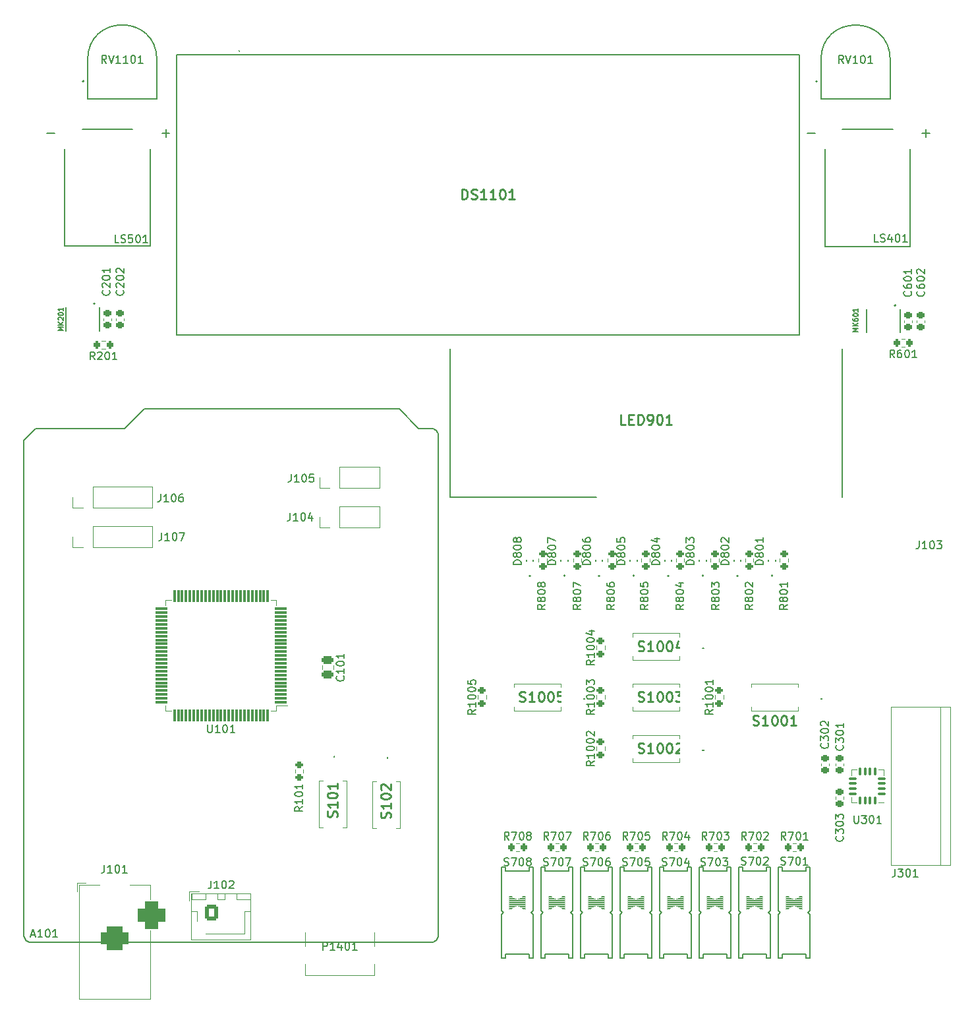
<source format=gto>
G04 #@! TF.GenerationSoftware,KiCad,Pcbnew,(6.0.9)*
G04 #@! TF.CreationDate,2023-02-20T14:12:10-05:00*
G04 #@! TF.ProjectId,UDuino,55447569-6e6f-42e6-9b69-6361645f7063,rev?*
G04 #@! TF.SameCoordinates,Original*
G04 #@! TF.FileFunction,Legend,Top*
G04 #@! TF.FilePolarity,Positive*
%FSLAX46Y46*%
G04 Gerber Fmt 4.6, Leading zero omitted, Abs format (unit mm)*
G04 Created by KiCad (PCBNEW (6.0.9)) date 2023-02-20 14:12:10*
%MOMM*%
%LPD*%
G01*
G04 APERTURE LIST*
G04 Aperture macros list*
%AMRoundRect*
0 Rectangle with rounded corners*
0 $1 Rounding radius*
0 $2 $3 $4 $5 $6 $7 $8 $9 X,Y pos of 4 corners*
0 Add a 4 corners polygon primitive as box body*
4,1,4,$2,$3,$4,$5,$6,$7,$8,$9,$2,$3,0*
0 Add four circle primitives for the rounded corners*
1,1,$1+$1,$2,$3*
1,1,$1+$1,$4,$5*
1,1,$1+$1,$6,$7*
1,1,$1+$1,$8,$9*
0 Add four rect primitives between the rounded corners*
20,1,$1+$1,$2,$3,$4,$5,0*
20,1,$1+$1,$4,$5,$6,$7,0*
20,1,$1+$1,$6,$7,$8,$9,0*
20,1,$1+$1,$8,$9,$2,$3,0*%
G04 Aperture macros list end*
%ADD10C,0.254000*%
%ADD11C,0.150000*%
%ADD12C,0.100000*%
%ADD13C,0.200000*%
%ADD14C,0.127000*%
%ADD15C,0.120000*%
%ADD16R,2.000000X1.500000*%
%ADD17C,1.676400*%
%ADD18R,1.500000X2.000000*%
%ADD19R,0.930000X0.810000*%
%ADD20RoundRect,0.200000X-0.275000X0.200000X-0.275000X-0.200000X0.275000X-0.200000X0.275000X0.200000X0*%
%ADD21RoundRect,0.250000X0.475000X-0.250000X0.475000X0.250000X-0.475000X0.250000X-0.475000X-0.250000X0*%
%ADD22R,1.350000X1.350000*%
%ADD23C,1.350000*%
%ADD24RoundRect,0.075000X0.725000X0.075000X-0.725000X0.075000X-0.725000X-0.075000X0.725000X-0.075000X0*%
%ADD25RoundRect,0.075000X0.075000X0.725000X-0.075000X0.725000X-0.075000X-0.725000X0.075000X-0.725000X0*%
%ADD26R,1.700000X1.700000*%
%ADD27O,1.700000X1.700000*%
%ADD28R,0.600000X0.900000*%
%ADD29R,2.000000X3.000000*%
%ADD30RoundRect,0.200000X-0.200000X-0.275000X0.200000X-0.275000X0.200000X0.275000X-0.200000X0.275000X0*%
%ADD31R,3.000000X3.000000*%
%ADD32C,3.000000*%
%ADD33C,3.300000*%
%ADD34R,1.676400X1.676400*%
%ADD35C,1.200000*%
%ADD36RoundRect,0.250000X-0.600000X-0.750000X0.600000X-0.750000X0.600000X0.750000X-0.600000X0.750000X0*%
%ADD37O,1.700000X2.000000*%
%ADD38RoundRect,0.200000X0.200000X0.275000X-0.200000X0.275000X-0.200000X-0.275000X0.200000X-0.275000X0*%
%ADD39RoundRect,0.200000X0.275000X-0.200000X0.275000X0.200000X-0.275000X0.200000X-0.275000X-0.200000X0*%
%ADD40R,1.160000X1.160000*%
%ADD41C,1.160000*%
%ADD42R,3.500000X3.500000*%
%ADD43RoundRect,0.750000X1.000000X-0.750000X1.000000X0.750000X-1.000000X0.750000X-1.000000X-0.750000X0*%
%ADD44RoundRect,0.875000X0.875000X-0.875000X0.875000X0.875000X-0.875000X0.875000X-0.875000X-0.875000X0*%
%ADD45RoundRect,0.225000X-0.250000X0.225000X-0.250000X-0.225000X0.250000X-0.225000X0.250000X0.225000X0*%
%ADD46R,1.800000X1.800000*%
%ADD47C,1.800000*%
%ADD48C,4.050000*%
%ADD49R,2.100000X2.100000*%
%ADD50RoundRect,0.087500X0.087500X0.425000X-0.087500X0.425000X-0.087500X-0.425000X0.087500X-0.425000X0*%
%ADD51RoundRect,0.087500X0.425000X0.087500X-0.425000X0.087500X-0.425000X-0.087500X0.425000X-0.087500X0*%
%ADD52RoundRect,0.225000X0.250000X-0.225000X0.250000X0.225000X-0.250000X0.225000X-0.250000X-0.225000X0*%
%ADD53C,0.600000*%
%ADD54R,0.600000X1.160000*%
%ADD55R,0.300000X1.160000*%
%ADD56O,0.900000X2.000000*%
%ADD57O,0.900000X1.700000*%
G04 APERTURE END LIST*
D10*
X63750095Y-84588047D02*
X63931523Y-84648523D01*
X64233904Y-84648523D01*
X64354857Y-84588047D01*
X64415333Y-84527571D01*
X64475809Y-84406619D01*
X64475809Y-84285666D01*
X64415333Y-84164714D01*
X64354857Y-84104238D01*
X64233904Y-84043761D01*
X63992000Y-83983285D01*
X63871047Y-83922809D01*
X63810571Y-83862333D01*
X63750095Y-83741380D01*
X63750095Y-83620428D01*
X63810571Y-83499476D01*
X63871047Y-83439000D01*
X63992000Y-83378523D01*
X64294380Y-83378523D01*
X64475809Y-83439000D01*
X65685333Y-84648523D02*
X64959619Y-84648523D01*
X65322476Y-84648523D02*
X65322476Y-83378523D01*
X65201523Y-83559952D01*
X65080571Y-83680904D01*
X64959619Y-83741380D01*
X66471523Y-83378523D02*
X66592476Y-83378523D01*
X66713428Y-83439000D01*
X66773904Y-83499476D01*
X66834380Y-83620428D01*
X66894857Y-83862333D01*
X66894857Y-84164714D01*
X66834380Y-84406619D01*
X66773904Y-84527571D01*
X66713428Y-84588047D01*
X66592476Y-84648523D01*
X66471523Y-84648523D01*
X66350571Y-84588047D01*
X66290095Y-84527571D01*
X66229619Y-84406619D01*
X66169142Y-84164714D01*
X66169142Y-83862333D01*
X66229619Y-83620428D01*
X66290095Y-83499476D01*
X66350571Y-83439000D01*
X66471523Y-83378523D01*
X67681047Y-83378523D02*
X67802000Y-83378523D01*
X67922952Y-83439000D01*
X67983428Y-83499476D01*
X68043904Y-83620428D01*
X68104380Y-83862333D01*
X68104380Y-84164714D01*
X68043904Y-84406619D01*
X67983428Y-84527571D01*
X67922952Y-84588047D01*
X67802000Y-84648523D01*
X67681047Y-84648523D01*
X67560095Y-84588047D01*
X67499619Y-84527571D01*
X67439142Y-84406619D01*
X67378666Y-84164714D01*
X67378666Y-83862333D01*
X67439142Y-83620428D01*
X67499619Y-83499476D01*
X67560095Y-83439000D01*
X67681047Y-83378523D01*
X69253428Y-83378523D02*
X68648666Y-83378523D01*
X68588190Y-83983285D01*
X68648666Y-83922809D01*
X68769619Y-83862333D01*
X69072000Y-83862333D01*
X69192952Y-83922809D01*
X69253428Y-83983285D01*
X69313904Y-84104238D01*
X69313904Y-84406619D01*
X69253428Y-84527571D01*
X69192952Y-84588047D01*
X69072000Y-84648523D01*
X68769619Y-84648523D01*
X68648666Y-84588047D01*
X68588190Y-84527571D01*
X79006095Y-78111047D02*
X79187523Y-78171523D01*
X79489904Y-78171523D01*
X79610857Y-78111047D01*
X79671333Y-78050571D01*
X79731809Y-77929619D01*
X79731809Y-77808666D01*
X79671333Y-77687714D01*
X79610857Y-77627238D01*
X79489904Y-77566761D01*
X79248000Y-77506285D01*
X79127047Y-77445809D01*
X79066571Y-77385333D01*
X79006095Y-77264380D01*
X79006095Y-77143428D01*
X79066571Y-77022476D01*
X79127047Y-76962000D01*
X79248000Y-76901523D01*
X79550380Y-76901523D01*
X79731809Y-76962000D01*
X80941333Y-78171523D02*
X80215619Y-78171523D01*
X80578476Y-78171523D02*
X80578476Y-76901523D01*
X80457523Y-77082952D01*
X80336571Y-77203904D01*
X80215619Y-77264380D01*
X81727523Y-76901523D02*
X81848476Y-76901523D01*
X81969428Y-76962000D01*
X82029904Y-77022476D01*
X82090380Y-77143428D01*
X82150857Y-77385333D01*
X82150857Y-77687714D01*
X82090380Y-77929619D01*
X82029904Y-78050571D01*
X81969428Y-78111047D01*
X81848476Y-78171523D01*
X81727523Y-78171523D01*
X81606571Y-78111047D01*
X81546095Y-78050571D01*
X81485619Y-77929619D01*
X81425142Y-77687714D01*
X81425142Y-77385333D01*
X81485619Y-77143428D01*
X81546095Y-77022476D01*
X81606571Y-76962000D01*
X81727523Y-76901523D01*
X82937047Y-76901523D02*
X83058000Y-76901523D01*
X83178952Y-76962000D01*
X83239428Y-77022476D01*
X83299904Y-77143428D01*
X83360380Y-77385333D01*
X83360380Y-77687714D01*
X83299904Y-77929619D01*
X83239428Y-78050571D01*
X83178952Y-78111047D01*
X83058000Y-78171523D01*
X82937047Y-78171523D01*
X82816095Y-78111047D01*
X82755619Y-78050571D01*
X82695142Y-77929619D01*
X82634666Y-77687714D01*
X82634666Y-77385333D01*
X82695142Y-77143428D01*
X82755619Y-77022476D01*
X82816095Y-76962000D01*
X82937047Y-76901523D01*
X84448952Y-77324857D02*
X84448952Y-78171523D01*
X84146571Y-76841047D02*
X83844190Y-77748190D01*
X84630380Y-77748190D01*
X78998095Y-84588047D02*
X79179523Y-84648523D01*
X79481904Y-84648523D01*
X79602857Y-84588047D01*
X79663333Y-84527571D01*
X79723809Y-84406619D01*
X79723809Y-84285666D01*
X79663333Y-84164714D01*
X79602857Y-84104238D01*
X79481904Y-84043761D01*
X79240000Y-83983285D01*
X79119047Y-83922809D01*
X79058571Y-83862333D01*
X78998095Y-83741380D01*
X78998095Y-83620428D01*
X79058571Y-83499476D01*
X79119047Y-83439000D01*
X79240000Y-83378523D01*
X79542380Y-83378523D01*
X79723809Y-83439000D01*
X80933333Y-84648523D02*
X80207619Y-84648523D01*
X80570476Y-84648523D02*
X80570476Y-83378523D01*
X80449523Y-83559952D01*
X80328571Y-83680904D01*
X80207619Y-83741380D01*
X81719523Y-83378523D02*
X81840476Y-83378523D01*
X81961428Y-83439000D01*
X82021904Y-83499476D01*
X82082380Y-83620428D01*
X82142857Y-83862333D01*
X82142857Y-84164714D01*
X82082380Y-84406619D01*
X82021904Y-84527571D01*
X81961428Y-84588047D01*
X81840476Y-84648523D01*
X81719523Y-84648523D01*
X81598571Y-84588047D01*
X81538095Y-84527571D01*
X81477619Y-84406619D01*
X81417142Y-84164714D01*
X81417142Y-83862333D01*
X81477619Y-83620428D01*
X81538095Y-83499476D01*
X81598571Y-83439000D01*
X81719523Y-83378523D01*
X82929047Y-83378523D02*
X83050000Y-83378523D01*
X83170952Y-83439000D01*
X83231428Y-83499476D01*
X83291904Y-83620428D01*
X83352380Y-83862333D01*
X83352380Y-84164714D01*
X83291904Y-84406619D01*
X83231428Y-84527571D01*
X83170952Y-84588047D01*
X83050000Y-84648523D01*
X82929047Y-84648523D01*
X82808095Y-84588047D01*
X82747619Y-84527571D01*
X82687142Y-84406619D01*
X82626666Y-84164714D01*
X82626666Y-83862333D01*
X82687142Y-83620428D01*
X82747619Y-83499476D01*
X82808095Y-83439000D01*
X82929047Y-83378523D01*
X83775714Y-83378523D02*
X84561904Y-83378523D01*
X84138571Y-83862333D01*
X84320000Y-83862333D01*
X84440952Y-83922809D01*
X84501428Y-83983285D01*
X84561904Y-84104238D01*
X84561904Y-84406619D01*
X84501428Y-84527571D01*
X84440952Y-84588047D01*
X84320000Y-84648523D01*
X83957142Y-84648523D01*
X83836190Y-84588047D01*
X83775714Y-84527571D01*
X79006095Y-91192047D02*
X79187523Y-91252523D01*
X79489904Y-91252523D01*
X79610857Y-91192047D01*
X79671333Y-91131571D01*
X79731809Y-91010619D01*
X79731809Y-90889666D01*
X79671333Y-90768714D01*
X79610857Y-90708238D01*
X79489904Y-90647761D01*
X79248000Y-90587285D01*
X79127047Y-90526809D01*
X79066571Y-90466333D01*
X79006095Y-90345380D01*
X79006095Y-90224428D01*
X79066571Y-90103476D01*
X79127047Y-90043000D01*
X79248000Y-89982523D01*
X79550380Y-89982523D01*
X79731809Y-90043000D01*
X80941333Y-91252523D02*
X80215619Y-91252523D01*
X80578476Y-91252523D02*
X80578476Y-89982523D01*
X80457523Y-90163952D01*
X80336571Y-90284904D01*
X80215619Y-90345380D01*
X81727523Y-89982523D02*
X81848476Y-89982523D01*
X81969428Y-90043000D01*
X82029904Y-90103476D01*
X82090380Y-90224428D01*
X82150857Y-90466333D01*
X82150857Y-90768714D01*
X82090380Y-91010619D01*
X82029904Y-91131571D01*
X81969428Y-91192047D01*
X81848476Y-91252523D01*
X81727523Y-91252523D01*
X81606571Y-91192047D01*
X81546095Y-91131571D01*
X81485619Y-91010619D01*
X81425142Y-90768714D01*
X81425142Y-90466333D01*
X81485619Y-90224428D01*
X81546095Y-90103476D01*
X81606571Y-90043000D01*
X81727523Y-89982523D01*
X82937047Y-89982523D02*
X83058000Y-89982523D01*
X83178952Y-90043000D01*
X83239428Y-90103476D01*
X83299904Y-90224428D01*
X83360380Y-90466333D01*
X83360380Y-90768714D01*
X83299904Y-91010619D01*
X83239428Y-91131571D01*
X83178952Y-91192047D01*
X83058000Y-91252523D01*
X82937047Y-91252523D01*
X82816095Y-91192047D01*
X82755619Y-91131571D01*
X82695142Y-91010619D01*
X82634666Y-90768714D01*
X82634666Y-90466333D01*
X82695142Y-90224428D01*
X82755619Y-90103476D01*
X82816095Y-90043000D01*
X82937047Y-89982523D01*
X83844190Y-90103476D02*
X83904666Y-90043000D01*
X84025619Y-89982523D01*
X84328000Y-89982523D01*
X84448952Y-90043000D01*
X84509428Y-90103476D01*
X84569904Y-90224428D01*
X84569904Y-90345380D01*
X84509428Y-90526809D01*
X83783714Y-91252523D01*
X84569904Y-91252523D01*
D11*
X61785714Y-105687761D02*
X61928571Y-105735380D01*
X62166666Y-105735380D01*
X62261904Y-105687761D01*
X62309523Y-105640142D01*
X62357142Y-105544904D01*
X62357142Y-105449666D01*
X62309523Y-105354428D01*
X62261904Y-105306809D01*
X62166666Y-105259190D01*
X61976190Y-105211571D01*
X61880952Y-105163952D01*
X61833333Y-105116333D01*
X61785714Y-105021095D01*
X61785714Y-104925857D01*
X61833333Y-104830619D01*
X61880952Y-104783000D01*
X61976190Y-104735380D01*
X62214285Y-104735380D01*
X62357142Y-104783000D01*
X62690476Y-104735380D02*
X63357142Y-104735380D01*
X62928571Y-105735380D01*
X63928571Y-104735380D02*
X64023809Y-104735380D01*
X64119047Y-104783000D01*
X64166666Y-104830619D01*
X64214285Y-104925857D01*
X64261904Y-105116333D01*
X64261904Y-105354428D01*
X64214285Y-105544904D01*
X64166666Y-105640142D01*
X64119047Y-105687761D01*
X64023809Y-105735380D01*
X63928571Y-105735380D01*
X63833333Y-105687761D01*
X63785714Y-105640142D01*
X63738095Y-105544904D01*
X63690476Y-105354428D01*
X63690476Y-105116333D01*
X63738095Y-104925857D01*
X63785714Y-104830619D01*
X63833333Y-104783000D01*
X63928571Y-104735380D01*
X64833333Y-105163952D02*
X64738095Y-105116333D01*
X64690476Y-105068714D01*
X64642857Y-104973476D01*
X64642857Y-104925857D01*
X64690476Y-104830619D01*
X64738095Y-104783000D01*
X64833333Y-104735380D01*
X65023809Y-104735380D01*
X65119047Y-104783000D01*
X65166666Y-104830619D01*
X65214285Y-104925857D01*
X65214285Y-104973476D01*
X65166666Y-105068714D01*
X65119047Y-105116333D01*
X65023809Y-105163952D01*
X64833333Y-105163952D01*
X64738095Y-105211571D01*
X64690476Y-105259190D01*
X64642857Y-105354428D01*
X64642857Y-105544904D01*
X64690476Y-105640142D01*
X64738095Y-105687761D01*
X64833333Y-105735380D01*
X65023809Y-105735380D01*
X65119047Y-105687761D01*
X65166666Y-105640142D01*
X65214285Y-105544904D01*
X65214285Y-105354428D01*
X65166666Y-105259190D01*
X65119047Y-105211571D01*
X65023809Y-105163952D01*
X66865714Y-105687761D02*
X67008571Y-105735380D01*
X67246666Y-105735380D01*
X67341904Y-105687761D01*
X67389523Y-105640142D01*
X67437142Y-105544904D01*
X67437142Y-105449666D01*
X67389523Y-105354428D01*
X67341904Y-105306809D01*
X67246666Y-105259190D01*
X67056190Y-105211571D01*
X66960952Y-105163952D01*
X66913333Y-105116333D01*
X66865714Y-105021095D01*
X66865714Y-104925857D01*
X66913333Y-104830619D01*
X66960952Y-104783000D01*
X67056190Y-104735380D01*
X67294285Y-104735380D01*
X67437142Y-104783000D01*
X67770476Y-104735380D02*
X68437142Y-104735380D01*
X68008571Y-105735380D01*
X69008571Y-104735380D02*
X69103809Y-104735380D01*
X69199047Y-104783000D01*
X69246666Y-104830619D01*
X69294285Y-104925857D01*
X69341904Y-105116333D01*
X69341904Y-105354428D01*
X69294285Y-105544904D01*
X69246666Y-105640142D01*
X69199047Y-105687761D01*
X69103809Y-105735380D01*
X69008571Y-105735380D01*
X68913333Y-105687761D01*
X68865714Y-105640142D01*
X68818095Y-105544904D01*
X68770476Y-105354428D01*
X68770476Y-105116333D01*
X68818095Y-104925857D01*
X68865714Y-104830619D01*
X68913333Y-104783000D01*
X69008571Y-104735380D01*
X69675238Y-104735380D02*
X70341904Y-104735380D01*
X69913333Y-105735380D01*
X71945714Y-105687761D02*
X72088571Y-105735380D01*
X72326666Y-105735380D01*
X72421904Y-105687761D01*
X72469523Y-105640142D01*
X72517142Y-105544904D01*
X72517142Y-105449666D01*
X72469523Y-105354428D01*
X72421904Y-105306809D01*
X72326666Y-105259190D01*
X72136190Y-105211571D01*
X72040952Y-105163952D01*
X71993333Y-105116333D01*
X71945714Y-105021095D01*
X71945714Y-104925857D01*
X71993333Y-104830619D01*
X72040952Y-104783000D01*
X72136190Y-104735380D01*
X72374285Y-104735380D01*
X72517142Y-104783000D01*
X72850476Y-104735380D02*
X73517142Y-104735380D01*
X73088571Y-105735380D01*
X74088571Y-104735380D02*
X74183809Y-104735380D01*
X74279047Y-104783000D01*
X74326666Y-104830619D01*
X74374285Y-104925857D01*
X74421904Y-105116333D01*
X74421904Y-105354428D01*
X74374285Y-105544904D01*
X74326666Y-105640142D01*
X74279047Y-105687761D01*
X74183809Y-105735380D01*
X74088571Y-105735380D01*
X73993333Y-105687761D01*
X73945714Y-105640142D01*
X73898095Y-105544904D01*
X73850476Y-105354428D01*
X73850476Y-105116333D01*
X73898095Y-104925857D01*
X73945714Y-104830619D01*
X73993333Y-104783000D01*
X74088571Y-104735380D01*
X75279047Y-104735380D02*
X75088571Y-104735380D01*
X74993333Y-104783000D01*
X74945714Y-104830619D01*
X74850476Y-104973476D01*
X74802857Y-105163952D01*
X74802857Y-105544904D01*
X74850476Y-105640142D01*
X74898095Y-105687761D01*
X74993333Y-105735380D01*
X75183809Y-105735380D01*
X75279047Y-105687761D01*
X75326666Y-105640142D01*
X75374285Y-105544904D01*
X75374285Y-105306809D01*
X75326666Y-105211571D01*
X75279047Y-105163952D01*
X75183809Y-105116333D01*
X74993333Y-105116333D01*
X74898095Y-105163952D01*
X74850476Y-105211571D01*
X74802857Y-105306809D01*
X77025714Y-105687761D02*
X77168571Y-105735380D01*
X77406666Y-105735380D01*
X77501904Y-105687761D01*
X77549523Y-105640142D01*
X77597142Y-105544904D01*
X77597142Y-105449666D01*
X77549523Y-105354428D01*
X77501904Y-105306809D01*
X77406666Y-105259190D01*
X77216190Y-105211571D01*
X77120952Y-105163952D01*
X77073333Y-105116333D01*
X77025714Y-105021095D01*
X77025714Y-104925857D01*
X77073333Y-104830619D01*
X77120952Y-104783000D01*
X77216190Y-104735380D01*
X77454285Y-104735380D01*
X77597142Y-104783000D01*
X77930476Y-104735380D02*
X78597142Y-104735380D01*
X78168571Y-105735380D01*
X79168571Y-104735380D02*
X79263809Y-104735380D01*
X79359047Y-104783000D01*
X79406666Y-104830619D01*
X79454285Y-104925857D01*
X79501904Y-105116333D01*
X79501904Y-105354428D01*
X79454285Y-105544904D01*
X79406666Y-105640142D01*
X79359047Y-105687761D01*
X79263809Y-105735380D01*
X79168571Y-105735380D01*
X79073333Y-105687761D01*
X79025714Y-105640142D01*
X78978095Y-105544904D01*
X78930476Y-105354428D01*
X78930476Y-105116333D01*
X78978095Y-104925857D01*
X79025714Y-104830619D01*
X79073333Y-104783000D01*
X79168571Y-104735380D01*
X80406666Y-104735380D02*
X79930476Y-104735380D01*
X79882857Y-105211571D01*
X79930476Y-105163952D01*
X80025714Y-105116333D01*
X80263809Y-105116333D01*
X80359047Y-105163952D01*
X80406666Y-105211571D01*
X80454285Y-105306809D01*
X80454285Y-105544904D01*
X80406666Y-105640142D01*
X80359047Y-105687761D01*
X80263809Y-105735380D01*
X80025714Y-105735380D01*
X79930476Y-105687761D01*
X79882857Y-105640142D01*
X82105714Y-105687761D02*
X82248571Y-105735380D01*
X82486666Y-105735380D01*
X82581904Y-105687761D01*
X82629523Y-105640142D01*
X82677142Y-105544904D01*
X82677142Y-105449666D01*
X82629523Y-105354428D01*
X82581904Y-105306809D01*
X82486666Y-105259190D01*
X82296190Y-105211571D01*
X82200952Y-105163952D01*
X82153333Y-105116333D01*
X82105714Y-105021095D01*
X82105714Y-104925857D01*
X82153333Y-104830619D01*
X82200952Y-104783000D01*
X82296190Y-104735380D01*
X82534285Y-104735380D01*
X82677142Y-104783000D01*
X83010476Y-104735380D02*
X83677142Y-104735380D01*
X83248571Y-105735380D01*
X84248571Y-104735380D02*
X84343809Y-104735380D01*
X84439047Y-104783000D01*
X84486666Y-104830619D01*
X84534285Y-104925857D01*
X84581904Y-105116333D01*
X84581904Y-105354428D01*
X84534285Y-105544904D01*
X84486666Y-105640142D01*
X84439047Y-105687761D01*
X84343809Y-105735380D01*
X84248571Y-105735380D01*
X84153333Y-105687761D01*
X84105714Y-105640142D01*
X84058095Y-105544904D01*
X84010476Y-105354428D01*
X84010476Y-105116333D01*
X84058095Y-104925857D01*
X84105714Y-104830619D01*
X84153333Y-104783000D01*
X84248571Y-104735380D01*
X85439047Y-105068714D02*
X85439047Y-105735380D01*
X85200952Y-104687761D02*
X84962857Y-105402047D01*
X85581904Y-105402047D01*
X87058714Y-105687761D02*
X87201571Y-105735380D01*
X87439666Y-105735380D01*
X87534904Y-105687761D01*
X87582523Y-105640142D01*
X87630142Y-105544904D01*
X87630142Y-105449666D01*
X87582523Y-105354428D01*
X87534904Y-105306809D01*
X87439666Y-105259190D01*
X87249190Y-105211571D01*
X87153952Y-105163952D01*
X87106333Y-105116333D01*
X87058714Y-105021095D01*
X87058714Y-104925857D01*
X87106333Y-104830619D01*
X87153952Y-104783000D01*
X87249190Y-104735380D01*
X87487285Y-104735380D01*
X87630142Y-104783000D01*
X87963476Y-104735380D02*
X88630142Y-104735380D01*
X88201571Y-105735380D01*
X89201571Y-104735380D02*
X89296809Y-104735380D01*
X89392047Y-104783000D01*
X89439666Y-104830619D01*
X89487285Y-104925857D01*
X89534904Y-105116333D01*
X89534904Y-105354428D01*
X89487285Y-105544904D01*
X89439666Y-105640142D01*
X89392047Y-105687761D01*
X89296809Y-105735380D01*
X89201571Y-105735380D01*
X89106333Y-105687761D01*
X89058714Y-105640142D01*
X89011095Y-105544904D01*
X88963476Y-105354428D01*
X88963476Y-105116333D01*
X89011095Y-104925857D01*
X89058714Y-104830619D01*
X89106333Y-104783000D01*
X89201571Y-104735380D01*
X89868238Y-104735380D02*
X90487285Y-104735380D01*
X90153952Y-105116333D01*
X90296809Y-105116333D01*
X90392047Y-105163952D01*
X90439666Y-105211571D01*
X90487285Y-105306809D01*
X90487285Y-105544904D01*
X90439666Y-105640142D01*
X90392047Y-105687761D01*
X90296809Y-105735380D01*
X90011095Y-105735380D01*
X89915857Y-105687761D01*
X89868238Y-105640142D01*
X92265714Y-105560761D02*
X92408571Y-105608380D01*
X92646666Y-105608380D01*
X92741904Y-105560761D01*
X92789523Y-105513142D01*
X92837142Y-105417904D01*
X92837142Y-105322666D01*
X92789523Y-105227428D01*
X92741904Y-105179809D01*
X92646666Y-105132190D01*
X92456190Y-105084571D01*
X92360952Y-105036952D01*
X92313333Y-104989333D01*
X92265714Y-104894095D01*
X92265714Y-104798857D01*
X92313333Y-104703619D01*
X92360952Y-104656000D01*
X92456190Y-104608380D01*
X92694285Y-104608380D01*
X92837142Y-104656000D01*
X93170476Y-104608380D02*
X93837142Y-104608380D01*
X93408571Y-105608380D01*
X94408571Y-104608380D02*
X94503809Y-104608380D01*
X94599047Y-104656000D01*
X94646666Y-104703619D01*
X94694285Y-104798857D01*
X94741904Y-104989333D01*
X94741904Y-105227428D01*
X94694285Y-105417904D01*
X94646666Y-105513142D01*
X94599047Y-105560761D01*
X94503809Y-105608380D01*
X94408571Y-105608380D01*
X94313333Y-105560761D01*
X94265714Y-105513142D01*
X94218095Y-105417904D01*
X94170476Y-105227428D01*
X94170476Y-104989333D01*
X94218095Y-104798857D01*
X94265714Y-104703619D01*
X94313333Y-104656000D01*
X94408571Y-104608380D01*
X95122857Y-104703619D02*
X95170476Y-104656000D01*
X95265714Y-104608380D01*
X95503809Y-104608380D01*
X95599047Y-104656000D01*
X95646666Y-104703619D01*
X95694285Y-104798857D01*
X95694285Y-104894095D01*
X95646666Y-105036952D01*
X95075238Y-105608380D01*
X95694285Y-105608380D01*
X97345714Y-105560761D02*
X97488571Y-105608380D01*
X97726666Y-105608380D01*
X97821904Y-105560761D01*
X97869523Y-105513142D01*
X97917142Y-105417904D01*
X97917142Y-105322666D01*
X97869523Y-105227428D01*
X97821904Y-105179809D01*
X97726666Y-105132190D01*
X97536190Y-105084571D01*
X97440952Y-105036952D01*
X97393333Y-104989333D01*
X97345714Y-104894095D01*
X97345714Y-104798857D01*
X97393333Y-104703619D01*
X97440952Y-104656000D01*
X97536190Y-104608380D01*
X97774285Y-104608380D01*
X97917142Y-104656000D01*
X98250476Y-104608380D02*
X98917142Y-104608380D01*
X98488571Y-105608380D01*
X99488571Y-104608380D02*
X99583809Y-104608380D01*
X99679047Y-104656000D01*
X99726666Y-104703619D01*
X99774285Y-104798857D01*
X99821904Y-104989333D01*
X99821904Y-105227428D01*
X99774285Y-105417904D01*
X99726666Y-105513142D01*
X99679047Y-105560761D01*
X99583809Y-105608380D01*
X99488571Y-105608380D01*
X99393333Y-105560761D01*
X99345714Y-105513142D01*
X99298095Y-105417904D01*
X99250476Y-105227428D01*
X99250476Y-104989333D01*
X99298095Y-104798857D01*
X99345714Y-104703619D01*
X99393333Y-104656000D01*
X99488571Y-104608380D01*
X100774285Y-105608380D02*
X100202857Y-105608380D01*
X100488571Y-105608380D02*
X100488571Y-104608380D01*
X100393333Y-104751238D01*
X100298095Y-104846476D01*
X100202857Y-104894095D01*
D10*
X47123047Y-99594142D02*
X47183523Y-99412714D01*
X47183523Y-99110333D01*
X47123047Y-98989380D01*
X47062571Y-98928904D01*
X46941619Y-98868428D01*
X46820666Y-98868428D01*
X46699714Y-98928904D01*
X46639238Y-98989380D01*
X46578761Y-99110333D01*
X46518285Y-99352238D01*
X46457809Y-99473190D01*
X46397333Y-99533666D01*
X46276380Y-99594142D01*
X46155428Y-99594142D01*
X46034476Y-99533666D01*
X45974000Y-99473190D01*
X45913523Y-99352238D01*
X45913523Y-99049857D01*
X45974000Y-98868428D01*
X47183523Y-97658904D02*
X47183523Y-98384619D01*
X47183523Y-98021761D02*
X45913523Y-98021761D01*
X46094952Y-98142714D01*
X46215904Y-98263666D01*
X46276380Y-98384619D01*
X45913523Y-96872714D02*
X45913523Y-96751761D01*
X45974000Y-96630809D01*
X46034476Y-96570333D01*
X46155428Y-96509857D01*
X46397333Y-96449380D01*
X46699714Y-96449380D01*
X46941619Y-96509857D01*
X47062571Y-96570333D01*
X47123047Y-96630809D01*
X47183523Y-96751761D01*
X47183523Y-96872714D01*
X47123047Y-96993666D01*
X47062571Y-97054142D01*
X46941619Y-97114619D01*
X46699714Y-97175095D01*
X46397333Y-97175095D01*
X46155428Y-97114619D01*
X46034476Y-97054142D01*
X45974000Y-96993666D01*
X45913523Y-96872714D01*
X46034476Y-95965571D02*
X45974000Y-95905095D01*
X45913523Y-95784142D01*
X45913523Y-95481761D01*
X45974000Y-95360809D01*
X46034476Y-95300333D01*
X46155428Y-95239857D01*
X46276380Y-95239857D01*
X46457809Y-95300333D01*
X47183523Y-96026047D01*
X47183523Y-95239857D01*
X40265047Y-99467142D02*
X40325523Y-99285714D01*
X40325523Y-98983333D01*
X40265047Y-98862380D01*
X40204571Y-98801904D01*
X40083619Y-98741428D01*
X39962666Y-98741428D01*
X39841714Y-98801904D01*
X39781238Y-98862380D01*
X39720761Y-98983333D01*
X39660285Y-99225238D01*
X39599809Y-99346190D01*
X39539333Y-99406666D01*
X39418380Y-99467142D01*
X39297428Y-99467142D01*
X39176476Y-99406666D01*
X39116000Y-99346190D01*
X39055523Y-99225238D01*
X39055523Y-98922857D01*
X39116000Y-98741428D01*
X40325523Y-97531904D02*
X40325523Y-98257619D01*
X40325523Y-97894761D02*
X39055523Y-97894761D01*
X39236952Y-98015714D01*
X39357904Y-98136666D01*
X39418380Y-98257619D01*
X39055523Y-96745714D02*
X39055523Y-96624761D01*
X39116000Y-96503809D01*
X39176476Y-96443333D01*
X39297428Y-96382857D01*
X39539333Y-96322380D01*
X39841714Y-96322380D01*
X40083619Y-96382857D01*
X40204571Y-96443333D01*
X40265047Y-96503809D01*
X40325523Y-96624761D01*
X40325523Y-96745714D01*
X40265047Y-96866666D01*
X40204571Y-96927142D01*
X40083619Y-96987619D01*
X39841714Y-97048095D01*
X39539333Y-97048095D01*
X39297428Y-96987619D01*
X39176476Y-96927142D01*
X39116000Y-96866666D01*
X39055523Y-96745714D01*
X40325523Y-95112857D02*
X40325523Y-95838571D01*
X40325523Y-95475714D02*
X39055523Y-95475714D01*
X39236952Y-95596666D01*
X39357904Y-95717619D01*
X39418380Y-95838571D01*
D11*
X63952023Y-67048028D02*
X62949141Y-67048028D01*
X62949141Y-66809246D01*
X62996898Y-66665977D01*
X63092410Y-66570465D01*
X63187923Y-66522709D01*
X63378948Y-66474952D01*
X63522217Y-66474952D01*
X63713242Y-66522709D01*
X63808754Y-66570465D01*
X63904267Y-66665977D01*
X63952023Y-66809246D01*
X63952023Y-67048028D01*
X63378948Y-65901877D02*
X63331192Y-65997389D01*
X63283435Y-66045146D01*
X63187923Y-66092902D01*
X63140166Y-66092902D01*
X63044654Y-66045146D01*
X62996898Y-65997389D01*
X62949141Y-65901877D01*
X62949141Y-65710852D01*
X62996898Y-65615339D01*
X63044654Y-65567583D01*
X63140166Y-65519827D01*
X63187923Y-65519827D01*
X63283435Y-65567583D01*
X63331192Y-65615339D01*
X63378948Y-65710852D01*
X63378948Y-65901877D01*
X63426704Y-65997389D01*
X63474460Y-66045146D01*
X63569973Y-66092902D01*
X63760998Y-66092902D01*
X63856511Y-66045146D01*
X63904267Y-65997389D01*
X63952023Y-65901877D01*
X63952023Y-65710852D01*
X63904267Y-65615339D01*
X63856511Y-65567583D01*
X63760998Y-65519827D01*
X63569973Y-65519827D01*
X63474460Y-65567583D01*
X63426704Y-65615339D01*
X63378948Y-65710852D01*
X62949141Y-64898995D02*
X62949141Y-64803482D01*
X62996898Y-64707970D01*
X63044654Y-64660213D01*
X63140166Y-64612457D01*
X63331192Y-64564701D01*
X63569973Y-64564701D01*
X63760998Y-64612457D01*
X63856511Y-64660213D01*
X63904267Y-64707970D01*
X63952023Y-64803482D01*
X63952023Y-64898995D01*
X63904267Y-64994507D01*
X63856511Y-65042264D01*
X63760998Y-65090020D01*
X63569973Y-65137776D01*
X63331192Y-65137776D01*
X63140166Y-65090020D01*
X63044654Y-65042264D01*
X62996898Y-64994507D01*
X62949141Y-64898995D01*
X63378948Y-63991625D02*
X63331192Y-64087138D01*
X63283435Y-64134894D01*
X63187923Y-64182651D01*
X63140166Y-64182651D01*
X63044654Y-64134894D01*
X62996898Y-64087138D01*
X62949141Y-63991625D01*
X62949141Y-63800600D01*
X62996898Y-63705088D01*
X63044654Y-63657331D01*
X63140166Y-63609575D01*
X63187923Y-63609575D01*
X63283435Y-63657331D01*
X63331192Y-63705088D01*
X63378948Y-63800600D01*
X63378948Y-63991625D01*
X63426704Y-64087138D01*
X63474460Y-64134894D01*
X63569973Y-64182651D01*
X63760998Y-64182651D01*
X63856511Y-64134894D01*
X63904267Y-64087138D01*
X63952023Y-63991625D01*
X63952023Y-63800600D01*
X63904267Y-63705088D01*
X63856511Y-63657331D01*
X63760998Y-63609575D01*
X63569973Y-63609575D01*
X63474460Y-63657331D01*
X63426704Y-63705088D01*
X63378948Y-63800600D01*
X68397023Y-67048028D02*
X67394141Y-67048028D01*
X67394141Y-66809246D01*
X67441898Y-66665977D01*
X67537410Y-66570465D01*
X67632923Y-66522709D01*
X67823948Y-66474952D01*
X67967217Y-66474952D01*
X68158242Y-66522709D01*
X68253754Y-66570465D01*
X68349267Y-66665977D01*
X68397023Y-66809246D01*
X68397023Y-67048028D01*
X67823948Y-65901877D02*
X67776192Y-65997389D01*
X67728435Y-66045146D01*
X67632923Y-66092902D01*
X67585166Y-66092902D01*
X67489654Y-66045146D01*
X67441898Y-65997389D01*
X67394141Y-65901877D01*
X67394141Y-65710852D01*
X67441898Y-65615339D01*
X67489654Y-65567583D01*
X67585166Y-65519827D01*
X67632923Y-65519827D01*
X67728435Y-65567583D01*
X67776192Y-65615339D01*
X67823948Y-65710852D01*
X67823948Y-65901877D01*
X67871704Y-65997389D01*
X67919460Y-66045146D01*
X68014973Y-66092902D01*
X68205998Y-66092902D01*
X68301511Y-66045146D01*
X68349267Y-65997389D01*
X68397023Y-65901877D01*
X68397023Y-65710852D01*
X68349267Y-65615339D01*
X68301511Y-65567583D01*
X68205998Y-65519827D01*
X68014973Y-65519827D01*
X67919460Y-65567583D01*
X67871704Y-65615339D01*
X67823948Y-65710852D01*
X67394141Y-64898995D02*
X67394141Y-64803482D01*
X67441898Y-64707970D01*
X67489654Y-64660213D01*
X67585166Y-64612457D01*
X67776192Y-64564701D01*
X68014973Y-64564701D01*
X68205998Y-64612457D01*
X68301511Y-64660213D01*
X68349267Y-64707970D01*
X68397023Y-64803482D01*
X68397023Y-64898995D01*
X68349267Y-64994507D01*
X68301511Y-65042264D01*
X68205998Y-65090020D01*
X68014973Y-65137776D01*
X67776192Y-65137776D01*
X67585166Y-65090020D01*
X67489654Y-65042264D01*
X67441898Y-64994507D01*
X67394141Y-64898995D01*
X67394141Y-64230407D02*
X67394141Y-63561819D01*
X68397023Y-63991625D01*
X72842023Y-67048028D02*
X71839141Y-67048028D01*
X71839141Y-66809246D01*
X71886898Y-66665977D01*
X71982410Y-66570465D01*
X72077923Y-66522709D01*
X72268948Y-66474952D01*
X72412217Y-66474952D01*
X72603242Y-66522709D01*
X72698754Y-66570465D01*
X72794267Y-66665977D01*
X72842023Y-66809246D01*
X72842023Y-67048028D01*
X72268948Y-65901877D02*
X72221192Y-65997389D01*
X72173435Y-66045146D01*
X72077923Y-66092902D01*
X72030166Y-66092902D01*
X71934654Y-66045146D01*
X71886898Y-65997389D01*
X71839141Y-65901877D01*
X71839141Y-65710852D01*
X71886898Y-65615339D01*
X71934654Y-65567583D01*
X72030166Y-65519827D01*
X72077923Y-65519827D01*
X72173435Y-65567583D01*
X72221192Y-65615339D01*
X72268948Y-65710852D01*
X72268948Y-65901877D01*
X72316704Y-65997389D01*
X72364460Y-66045146D01*
X72459973Y-66092902D01*
X72650998Y-66092902D01*
X72746511Y-66045146D01*
X72794267Y-65997389D01*
X72842023Y-65901877D01*
X72842023Y-65710852D01*
X72794267Y-65615339D01*
X72746511Y-65567583D01*
X72650998Y-65519827D01*
X72459973Y-65519827D01*
X72364460Y-65567583D01*
X72316704Y-65615339D01*
X72268948Y-65710852D01*
X71839141Y-64898995D02*
X71839141Y-64803482D01*
X71886898Y-64707970D01*
X71934654Y-64660213D01*
X72030166Y-64612457D01*
X72221192Y-64564701D01*
X72459973Y-64564701D01*
X72650998Y-64612457D01*
X72746511Y-64660213D01*
X72794267Y-64707970D01*
X72842023Y-64803482D01*
X72842023Y-64898995D01*
X72794267Y-64994507D01*
X72746511Y-65042264D01*
X72650998Y-65090020D01*
X72459973Y-65137776D01*
X72221192Y-65137776D01*
X72030166Y-65090020D01*
X71934654Y-65042264D01*
X71886898Y-64994507D01*
X71839141Y-64898995D01*
X71839141Y-63705088D02*
X71839141Y-63896113D01*
X71886898Y-63991625D01*
X71934654Y-64039382D01*
X72077923Y-64134894D01*
X72268948Y-64182651D01*
X72650998Y-64182651D01*
X72746511Y-64134894D01*
X72794267Y-64087138D01*
X72842023Y-63991625D01*
X72842023Y-63800600D01*
X72794267Y-63705088D01*
X72746511Y-63657331D01*
X72650998Y-63609575D01*
X72412217Y-63609575D01*
X72316704Y-63657331D01*
X72268948Y-63705088D01*
X72221192Y-63800600D01*
X72221192Y-63991625D01*
X72268948Y-64087138D01*
X72316704Y-64134894D01*
X72412217Y-64182651D01*
X77287023Y-67048028D02*
X76284141Y-67048028D01*
X76284141Y-66809246D01*
X76331898Y-66665977D01*
X76427410Y-66570465D01*
X76522923Y-66522709D01*
X76713948Y-66474952D01*
X76857217Y-66474952D01*
X77048242Y-66522709D01*
X77143754Y-66570465D01*
X77239267Y-66665977D01*
X77287023Y-66809246D01*
X77287023Y-67048028D01*
X76713948Y-65901877D02*
X76666192Y-65997389D01*
X76618435Y-66045146D01*
X76522923Y-66092902D01*
X76475166Y-66092902D01*
X76379654Y-66045146D01*
X76331898Y-65997389D01*
X76284141Y-65901877D01*
X76284141Y-65710852D01*
X76331898Y-65615339D01*
X76379654Y-65567583D01*
X76475166Y-65519827D01*
X76522923Y-65519827D01*
X76618435Y-65567583D01*
X76666192Y-65615339D01*
X76713948Y-65710852D01*
X76713948Y-65901877D01*
X76761704Y-65997389D01*
X76809460Y-66045146D01*
X76904973Y-66092902D01*
X77095998Y-66092902D01*
X77191511Y-66045146D01*
X77239267Y-65997389D01*
X77287023Y-65901877D01*
X77287023Y-65710852D01*
X77239267Y-65615339D01*
X77191511Y-65567583D01*
X77095998Y-65519827D01*
X76904973Y-65519827D01*
X76809460Y-65567583D01*
X76761704Y-65615339D01*
X76713948Y-65710852D01*
X76284141Y-64898995D02*
X76284141Y-64803482D01*
X76331898Y-64707970D01*
X76379654Y-64660213D01*
X76475166Y-64612457D01*
X76666192Y-64564701D01*
X76904973Y-64564701D01*
X77095998Y-64612457D01*
X77191511Y-64660213D01*
X77239267Y-64707970D01*
X77287023Y-64803482D01*
X77287023Y-64898995D01*
X77239267Y-64994507D01*
X77191511Y-65042264D01*
X77095998Y-65090020D01*
X76904973Y-65137776D01*
X76666192Y-65137776D01*
X76475166Y-65090020D01*
X76379654Y-65042264D01*
X76331898Y-64994507D01*
X76284141Y-64898995D01*
X76284141Y-63657331D02*
X76284141Y-64134894D01*
X76761704Y-64182651D01*
X76713948Y-64134894D01*
X76666192Y-64039382D01*
X76666192Y-63800600D01*
X76713948Y-63705088D01*
X76761704Y-63657331D01*
X76857217Y-63609575D01*
X77095998Y-63609575D01*
X77191511Y-63657331D01*
X77239267Y-63705088D01*
X77287023Y-63800600D01*
X77287023Y-64039382D01*
X77239267Y-64134894D01*
X77191511Y-64182651D01*
X81732023Y-67048028D02*
X80729141Y-67048028D01*
X80729141Y-66809246D01*
X80776898Y-66665977D01*
X80872410Y-66570465D01*
X80967923Y-66522709D01*
X81158948Y-66474952D01*
X81302217Y-66474952D01*
X81493242Y-66522709D01*
X81588754Y-66570465D01*
X81684267Y-66665977D01*
X81732023Y-66809246D01*
X81732023Y-67048028D01*
X81158948Y-65901877D02*
X81111192Y-65997389D01*
X81063435Y-66045146D01*
X80967923Y-66092902D01*
X80920166Y-66092902D01*
X80824654Y-66045146D01*
X80776898Y-65997389D01*
X80729141Y-65901877D01*
X80729141Y-65710852D01*
X80776898Y-65615339D01*
X80824654Y-65567583D01*
X80920166Y-65519827D01*
X80967923Y-65519827D01*
X81063435Y-65567583D01*
X81111192Y-65615339D01*
X81158948Y-65710852D01*
X81158948Y-65901877D01*
X81206704Y-65997389D01*
X81254460Y-66045146D01*
X81349973Y-66092902D01*
X81540998Y-66092902D01*
X81636511Y-66045146D01*
X81684267Y-65997389D01*
X81732023Y-65901877D01*
X81732023Y-65710852D01*
X81684267Y-65615339D01*
X81636511Y-65567583D01*
X81540998Y-65519827D01*
X81349973Y-65519827D01*
X81254460Y-65567583D01*
X81206704Y-65615339D01*
X81158948Y-65710852D01*
X80729141Y-64898995D02*
X80729141Y-64803482D01*
X80776898Y-64707970D01*
X80824654Y-64660213D01*
X80920166Y-64612457D01*
X81111192Y-64564701D01*
X81349973Y-64564701D01*
X81540998Y-64612457D01*
X81636511Y-64660213D01*
X81684267Y-64707970D01*
X81732023Y-64803482D01*
X81732023Y-64898995D01*
X81684267Y-64994507D01*
X81636511Y-65042264D01*
X81540998Y-65090020D01*
X81349973Y-65137776D01*
X81111192Y-65137776D01*
X80920166Y-65090020D01*
X80824654Y-65042264D01*
X80776898Y-64994507D01*
X80729141Y-64898995D01*
X81063435Y-63705088D02*
X81732023Y-63705088D01*
X80681385Y-63943869D02*
X81397729Y-64182651D01*
X81397729Y-63561819D01*
X86177023Y-67048028D02*
X85174141Y-67048028D01*
X85174141Y-66809246D01*
X85221898Y-66665977D01*
X85317410Y-66570465D01*
X85412923Y-66522709D01*
X85603948Y-66474952D01*
X85747217Y-66474952D01*
X85938242Y-66522709D01*
X86033754Y-66570465D01*
X86129267Y-66665977D01*
X86177023Y-66809246D01*
X86177023Y-67048028D01*
X85603948Y-65901877D02*
X85556192Y-65997389D01*
X85508435Y-66045146D01*
X85412923Y-66092902D01*
X85365166Y-66092902D01*
X85269654Y-66045146D01*
X85221898Y-65997389D01*
X85174141Y-65901877D01*
X85174141Y-65710852D01*
X85221898Y-65615339D01*
X85269654Y-65567583D01*
X85365166Y-65519827D01*
X85412923Y-65519827D01*
X85508435Y-65567583D01*
X85556192Y-65615339D01*
X85603948Y-65710852D01*
X85603948Y-65901877D01*
X85651704Y-65997389D01*
X85699460Y-66045146D01*
X85794973Y-66092902D01*
X85985998Y-66092902D01*
X86081511Y-66045146D01*
X86129267Y-65997389D01*
X86177023Y-65901877D01*
X86177023Y-65710852D01*
X86129267Y-65615339D01*
X86081511Y-65567583D01*
X85985998Y-65519827D01*
X85794973Y-65519827D01*
X85699460Y-65567583D01*
X85651704Y-65615339D01*
X85603948Y-65710852D01*
X85174141Y-64898995D02*
X85174141Y-64803482D01*
X85221898Y-64707970D01*
X85269654Y-64660213D01*
X85365166Y-64612457D01*
X85556192Y-64564701D01*
X85794973Y-64564701D01*
X85985998Y-64612457D01*
X86081511Y-64660213D01*
X86129267Y-64707970D01*
X86177023Y-64803482D01*
X86177023Y-64898995D01*
X86129267Y-64994507D01*
X86081511Y-65042264D01*
X85985998Y-65090020D01*
X85794973Y-65137776D01*
X85556192Y-65137776D01*
X85365166Y-65090020D01*
X85269654Y-65042264D01*
X85221898Y-64994507D01*
X85174141Y-64898995D01*
X85174141Y-64230407D02*
X85174141Y-63609575D01*
X85556192Y-63943869D01*
X85556192Y-63800600D01*
X85603948Y-63705088D01*
X85651704Y-63657331D01*
X85747217Y-63609575D01*
X85985998Y-63609575D01*
X86081511Y-63657331D01*
X86129267Y-63705088D01*
X86177023Y-63800600D01*
X86177023Y-64087138D01*
X86129267Y-64182651D01*
X86081511Y-64230407D01*
X90622023Y-67048028D02*
X89619141Y-67048028D01*
X89619141Y-66809246D01*
X89666898Y-66665977D01*
X89762410Y-66570465D01*
X89857923Y-66522709D01*
X90048948Y-66474952D01*
X90192217Y-66474952D01*
X90383242Y-66522709D01*
X90478754Y-66570465D01*
X90574267Y-66665977D01*
X90622023Y-66809246D01*
X90622023Y-67048028D01*
X90048948Y-65901877D02*
X90001192Y-65997389D01*
X89953435Y-66045146D01*
X89857923Y-66092902D01*
X89810166Y-66092902D01*
X89714654Y-66045146D01*
X89666898Y-65997389D01*
X89619141Y-65901877D01*
X89619141Y-65710852D01*
X89666898Y-65615339D01*
X89714654Y-65567583D01*
X89810166Y-65519827D01*
X89857923Y-65519827D01*
X89953435Y-65567583D01*
X90001192Y-65615339D01*
X90048948Y-65710852D01*
X90048948Y-65901877D01*
X90096704Y-65997389D01*
X90144460Y-66045146D01*
X90239973Y-66092902D01*
X90430998Y-66092902D01*
X90526511Y-66045146D01*
X90574267Y-65997389D01*
X90622023Y-65901877D01*
X90622023Y-65710852D01*
X90574267Y-65615339D01*
X90526511Y-65567583D01*
X90430998Y-65519827D01*
X90239973Y-65519827D01*
X90144460Y-65567583D01*
X90096704Y-65615339D01*
X90048948Y-65710852D01*
X89619141Y-64898995D02*
X89619141Y-64803482D01*
X89666898Y-64707970D01*
X89714654Y-64660213D01*
X89810166Y-64612457D01*
X90001192Y-64564701D01*
X90239973Y-64564701D01*
X90430998Y-64612457D01*
X90526511Y-64660213D01*
X90574267Y-64707970D01*
X90622023Y-64803482D01*
X90622023Y-64898995D01*
X90574267Y-64994507D01*
X90526511Y-65042264D01*
X90430998Y-65090020D01*
X90239973Y-65137776D01*
X90001192Y-65137776D01*
X89810166Y-65090020D01*
X89714654Y-65042264D01*
X89666898Y-64994507D01*
X89619141Y-64898995D01*
X89714654Y-64182651D02*
X89666898Y-64134894D01*
X89619141Y-64039382D01*
X89619141Y-63800600D01*
X89666898Y-63705088D01*
X89714654Y-63657331D01*
X89810166Y-63609575D01*
X89905679Y-63609575D01*
X90048948Y-63657331D01*
X90622023Y-64230407D01*
X90622023Y-63609575D01*
X95067023Y-67048028D02*
X94064141Y-67048028D01*
X94064141Y-66809246D01*
X94111898Y-66665977D01*
X94207410Y-66570465D01*
X94302923Y-66522709D01*
X94493948Y-66474952D01*
X94637217Y-66474952D01*
X94828242Y-66522709D01*
X94923754Y-66570465D01*
X95019267Y-66665977D01*
X95067023Y-66809246D01*
X95067023Y-67048028D01*
X94493948Y-65901877D02*
X94446192Y-65997389D01*
X94398435Y-66045146D01*
X94302923Y-66092902D01*
X94255166Y-66092902D01*
X94159654Y-66045146D01*
X94111898Y-65997389D01*
X94064141Y-65901877D01*
X94064141Y-65710852D01*
X94111898Y-65615339D01*
X94159654Y-65567583D01*
X94255166Y-65519827D01*
X94302923Y-65519827D01*
X94398435Y-65567583D01*
X94446192Y-65615339D01*
X94493948Y-65710852D01*
X94493948Y-65901877D01*
X94541704Y-65997389D01*
X94589460Y-66045146D01*
X94684973Y-66092902D01*
X94875998Y-66092902D01*
X94971511Y-66045146D01*
X95019267Y-65997389D01*
X95067023Y-65901877D01*
X95067023Y-65710852D01*
X95019267Y-65615339D01*
X94971511Y-65567583D01*
X94875998Y-65519827D01*
X94684973Y-65519827D01*
X94589460Y-65567583D01*
X94541704Y-65615339D01*
X94493948Y-65710852D01*
X94064141Y-64898995D02*
X94064141Y-64803482D01*
X94111898Y-64707970D01*
X94159654Y-64660213D01*
X94255166Y-64612457D01*
X94446192Y-64564701D01*
X94684973Y-64564701D01*
X94875998Y-64612457D01*
X94971511Y-64660213D01*
X95019267Y-64707970D01*
X95067023Y-64803482D01*
X95067023Y-64898995D01*
X95019267Y-64994507D01*
X94971511Y-65042264D01*
X94875998Y-65090020D01*
X94684973Y-65137776D01*
X94446192Y-65137776D01*
X94255166Y-65090020D01*
X94159654Y-65042264D01*
X94111898Y-64994507D01*
X94064141Y-64898995D01*
X95067023Y-63609575D02*
X95067023Y-64182651D01*
X95067023Y-63896113D02*
X94064141Y-63896113D01*
X94207410Y-63991625D01*
X94302923Y-64087138D01*
X94350679Y-64182651D01*
X35885380Y-98147047D02*
X35409190Y-98480380D01*
X35885380Y-98718476D02*
X34885380Y-98718476D01*
X34885380Y-98337523D01*
X34933000Y-98242285D01*
X34980619Y-98194666D01*
X35075857Y-98147047D01*
X35218714Y-98147047D01*
X35313952Y-98194666D01*
X35361571Y-98242285D01*
X35409190Y-98337523D01*
X35409190Y-98718476D01*
X35885380Y-97194666D02*
X35885380Y-97766095D01*
X35885380Y-97480380D02*
X34885380Y-97480380D01*
X35028238Y-97575619D01*
X35123476Y-97670857D01*
X35171095Y-97766095D01*
X34885380Y-96575619D02*
X34885380Y-96480380D01*
X34933000Y-96385142D01*
X34980619Y-96337523D01*
X35075857Y-96289904D01*
X35266333Y-96242285D01*
X35504428Y-96242285D01*
X35694904Y-96289904D01*
X35790142Y-96337523D01*
X35837761Y-96385142D01*
X35885380Y-96480380D01*
X35885380Y-96575619D01*
X35837761Y-96670857D01*
X35790142Y-96718476D01*
X35694904Y-96766095D01*
X35504428Y-96813714D01*
X35266333Y-96813714D01*
X35075857Y-96766095D01*
X34980619Y-96718476D01*
X34933000Y-96670857D01*
X34885380Y-96575619D01*
X35885380Y-95289904D02*
X35885380Y-95861333D01*
X35885380Y-95575619D02*
X34885380Y-95575619D01*
X35028238Y-95670857D01*
X35123476Y-95766095D01*
X35171095Y-95861333D01*
X41124142Y-81383047D02*
X41171761Y-81430666D01*
X41219380Y-81573523D01*
X41219380Y-81668761D01*
X41171761Y-81811619D01*
X41076523Y-81906857D01*
X40981285Y-81954476D01*
X40790809Y-82002095D01*
X40647952Y-82002095D01*
X40457476Y-81954476D01*
X40362238Y-81906857D01*
X40267000Y-81811619D01*
X40219380Y-81668761D01*
X40219380Y-81573523D01*
X40267000Y-81430666D01*
X40314619Y-81383047D01*
X41219380Y-80430666D02*
X41219380Y-81002095D01*
X41219380Y-80716380D02*
X40219380Y-80716380D01*
X40362238Y-80811619D01*
X40457476Y-80906857D01*
X40505095Y-81002095D01*
X40219380Y-79811619D02*
X40219380Y-79716380D01*
X40267000Y-79621142D01*
X40314619Y-79573523D01*
X40409857Y-79525904D01*
X40600333Y-79478285D01*
X40838428Y-79478285D01*
X41028904Y-79525904D01*
X41124142Y-79573523D01*
X41171761Y-79621142D01*
X41219380Y-79716380D01*
X41219380Y-79811619D01*
X41171761Y-79906857D01*
X41124142Y-79954476D01*
X41028904Y-80002095D01*
X40838428Y-80049714D01*
X40600333Y-80049714D01*
X40409857Y-80002095D01*
X40314619Y-79954476D01*
X40267000Y-79906857D01*
X40219380Y-79811619D01*
X41219380Y-78525904D02*
X41219380Y-79097333D01*
X41219380Y-78811619D02*
X40219380Y-78811619D01*
X40362238Y-78906857D01*
X40457476Y-79002095D01*
X40505095Y-79097333D01*
D10*
X77379285Y-49057023D02*
X76774523Y-49057023D01*
X76774523Y-47787023D01*
X77802619Y-48391785D02*
X78225952Y-48391785D01*
X78407380Y-49057023D02*
X77802619Y-49057023D01*
X77802619Y-47787023D01*
X78407380Y-47787023D01*
X78951666Y-49057023D02*
X78951666Y-47787023D01*
X79254047Y-47787023D01*
X79435476Y-47847500D01*
X79556428Y-47968452D01*
X79616904Y-48089404D01*
X79677380Y-48331309D01*
X79677380Y-48512738D01*
X79616904Y-48754642D01*
X79556428Y-48875595D01*
X79435476Y-48996547D01*
X79254047Y-49057023D01*
X78951666Y-49057023D01*
X80282142Y-49057023D02*
X80524047Y-49057023D01*
X80645000Y-48996547D01*
X80705476Y-48936071D01*
X80826428Y-48754642D01*
X80886904Y-48512738D01*
X80886904Y-48028928D01*
X80826428Y-47907976D01*
X80765952Y-47847500D01*
X80645000Y-47787023D01*
X80403095Y-47787023D01*
X80282142Y-47847500D01*
X80221666Y-47907976D01*
X80161190Y-48028928D01*
X80161190Y-48331309D01*
X80221666Y-48452261D01*
X80282142Y-48512738D01*
X80403095Y-48573214D01*
X80645000Y-48573214D01*
X80765952Y-48512738D01*
X80826428Y-48452261D01*
X80886904Y-48331309D01*
X81673095Y-47787023D02*
X81794047Y-47787023D01*
X81915000Y-47847500D01*
X81975476Y-47907976D01*
X82035952Y-48028928D01*
X82096428Y-48270833D01*
X82096428Y-48573214D01*
X82035952Y-48815119D01*
X81975476Y-48936071D01*
X81915000Y-48996547D01*
X81794047Y-49057023D01*
X81673095Y-49057023D01*
X81552142Y-48996547D01*
X81491666Y-48936071D01*
X81431190Y-48815119D01*
X81370714Y-48573214D01*
X81370714Y-48270833D01*
X81431190Y-48028928D01*
X81491666Y-47907976D01*
X81552142Y-47847500D01*
X81673095Y-47787023D01*
X83305952Y-49057023D02*
X82580238Y-49057023D01*
X82943095Y-49057023D02*
X82943095Y-47787023D01*
X82822142Y-47968452D01*
X82701190Y-48089404D01*
X82580238Y-48149880D01*
D11*
X23685714Y-87612380D02*
X23685714Y-88421904D01*
X23733333Y-88517142D01*
X23780952Y-88564761D01*
X23876190Y-88612380D01*
X24066666Y-88612380D01*
X24161904Y-88564761D01*
X24209523Y-88517142D01*
X24257142Y-88421904D01*
X24257142Y-87612380D01*
X25257142Y-88612380D02*
X24685714Y-88612380D01*
X24971428Y-88612380D02*
X24971428Y-87612380D01*
X24876190Y-87755238D01*
X24780952Y-87850476D01*
X24685714Y-87898095D01*
X25876190Y-87612380D02*
X25971428Y-87612380D01*
X26066666Y-87660000D01*
X26114285Y-87707619D01*
X26161904Y-87802857D01*
X26209523Y-87993333D01*
X26209523Y-88231428D01*
X26161904Y-88421904D01*
X26114285Y-88517142D01*
X26066666Y-88564761D01*
X25971428Y-88612380D01*
X25876190Y-88612380D01*
X25780952Y-88564761D01*
X25733333Y-88517142D01*
X25685714Y-88421904D01*
X25638095Y-88231428D01*
X25638095Y-87993333D01*
X25685714Y-87802857D01*
X25733333Y-87707619D01*
X25780952Y-87660000D01*
X25876190Y-87612380D01*
X27161904Y-88612380D02*
X26590476Y-88612380D01*
X26876190Y-88612380D02*
X26876190Y-87612380D01*
X26780952Y-87755238D01*
X26685714Y-87850476D01*
X26590476Y-87898095D01*
X34274285Y-60412380D02*
X34274285Y-61126666D01*
X34226666Y-61269523D01*
X34131428Y-61364761D01*
X33988571Y-61412380D01*
X33893333Y-61412380D01*
X35274285Y-61412380D02*
X34702857Y-61412380D01*
X34988571Y-61412380D02*
X34988571Y-60412380D01*
X34893333Y-60555238D01*
X34798095Y-60650476D01*
X34702857Y-60698095D01*
X35893333Y-60412380D02*
X35988571Y-60412380D01*
X36083809Y-60460000D01*
X36131428Y-60507619D01*
X36179047Y-60602857D01*
X36226666Y-60793333D01*
X36226666Y-61031428D01*
X36179047Y-61221904D01*
X36131428Y-61317142D01*
X36083809Y-61364761D01*
X35988571Y-61412380D01*
X35893333Y-61412380D01*
X35798095Y-61364761D01*
X35750476Y-61317142D01*
X35702857Y-61221904D01*
X35655238Y-61031428D01*
X35655238Y-60793333D01*
X35702857Y-60602857D01*
X35750476Y-60507619D01*
X35798095Y-60460000D01*
X35893333Y-60412380D01*
X37083809Y-60745714D02*
X37083809Y-61412380D01*
X36845714Y-60364761D02*
X36607619Y-61079047D01*
X37226666Y-61079047D01*
X5115523Y-37007619D02*
X4475523Y-37007619D01*
X4932666Y-36794285D01*
X4475523Y-36580952D01*
X5115523Y-36580952D01*
X5115523Y-36276190D02*
X4475523Y-36276190D01*
X5115523Y-35910476D02*
X4749809Y-36184761D01*
X4475523Y-35910476D02*
X4841238Y-36276190D01*
X4536476Y-35666666D02*
X4506000Y-35636190D01*
X4475523Y-35575238D01*
X4475523Y-35422857D01*
X4506000Y-35361904D01*
X4536476Y-35331428D01*
X4597428Y-35300952D01*
X4658380Y-35300952D01*
X4749809Y-35331428D01*
X5115523Y-35697142D01*
X5115523Y-35300952D01*
X4475523Y-34904761D02*
X4475523Y-34843809D01*
X4506000Y-34782857D01*
X4536476Y-34752380D01*
X4597428Y-34721904D01*
X4719333Y-34691428D01*
X4871714Y-34691428D01*
X4993619Y-34721904D01*
X5054571Y-34752380D01*
X5085047Y-34782857D01*
X5115523Y-34843809D01*
X5115523Y-34904761D01*
X5085047Y-34965714D01*
X5054571Y-34996190D01*
X4993619Y-35026666D01*
X4871714Y-35057142D01*
X4719333Y-35057142D01*
X4597428Y-35026666D01*
X4536476Y-34996190D01*
X4506000Y-34965714D01*
X4475523Y-34904761D01*
X5115523Y-34081904D02*
X5115523Y-34447619D01*
X5115523Y-34264761D02*
X4475523Y-34264761D01*
X4566952Y-34325714D01*
X4627904Y-34386666D01*
X4658380Y-34447619D01*
X109837761Y-25628380D02*
X109361571Y-25628380D01*
X109361571Y-24628380D01*
X110123476Y-25580761D02*
X110266333Y-25628380D01*
X110504428Y-25628380D01*
X110599666Y-25580761D01*
X110647285Y-25533142D01*
X110694904Y-25437904D01*
X110694904Y-25342666D01*
X110647285Y-25247428D01*
X110599666Y-25199809D01*
X110504428Y-25152190D01*
X110313952Y-25104571D01*
X110218714Y-25056952D01*
X110171095Y-25009333D01*
X110123476Y-24914095D01*
X110123476Y-24818857D01*
X110171095Y-24723619D01*
X110218714Y-24676000D01*
X110313952Y-24628380D01*
X110552047Y-24628380D01*
X110694904Y-24676000D01*
X111552047Y-24961714D02*
X111552047Y-25628380D01*
X111313952Y-24580761D02*
X111075857Y-25295047D01*
X111694904Y-25295047D01*
X112266333Y-24628380D02*
X112361571Y-24628380D01*
X112456809Y-24676000D01*
X112504428Y-24723619D01*
X112552047Y-24818857D01*
X112599666Y-25009333D01*
X112599666Y-25247428D01*
X112552047Y-25437904D01*
X112504428Y-25533142D01*
X112456809Y-25580761D01*
X112361571Y-25628380D01*
X112266333Y-25628380D01*
X112171095Y-25580761D01*
X112123476Y-25533142D01*
X112075857Y-25437904D01*
X112028238Y-25247428D01*
X112028238Y-25009333D01*
X112075857Y-24818857D01*
X112123476Y-24723619D01*
X112171095Y-24676000D01*
X112266333Y-24628380D01*
X113552047Y-25628380D02*
X112980619Y-25628380D01*
X113266333Y-25628380D02*
X113266333Y-24628380D01*
X113171095Y-24771238D01*
X113075857Y-24866476D01*
X112980619Y-24914095D01*
X82700952Y-102400380D02*
X82367619Y-101924190D01*
X82129523Y-102400380D02*
X82129523Y-101400380D01*
X82510476Y-101400380D01*
X82605714Y-101448000D01*
X82653333Y-101495619D01*
X82700952Y-101590857D01*
X82700952Y-101733714D01*
X82653333Y-101828952D01*
X82605714Y-101876571D01*
X82510476Y-101924190D01*
X82129523Y-101924190D01*
X83034285Y-101400380D02*
X83700952Y-101400380D01*
X83272380Y-102400380D01*
X84272380Y-101400380D02*
X84367619Y-101400380D01*
X84462857Y-101448000D01*
X84510476Y-101495619D01*
X84558095Y-101590857D01*
X84605714Y-101781333D01*
X84605714Y-102019428D01*
X84558095Y-102209904D01*
X84510476Y-102305142D01*
X84462857Y-102352761D01*
X84367619Y-102400380D01*
X84272380Y-102400380D01*
X84177142Y-102352761D01*
X84129523Y-102305142D01*
X84081904Y-102209904D01*
X84034285Y-102019428D01*
X84034285Y-101781333D01*
X84081904Y-101590857D01*
X84129523Y-101495619D01*
X84177142Y-101448000D01*
X84272380Y-101400380D01*
X85462857Y-101733714D02*
X85462857Y-102400380D01*
X85224761Y-101352761D02*
X84986666Y-102067047D01*
X85605714Y-102067047D01*
X17647285Y-57999380D02*
X17647285Y-58713666D01*
X17599666Y-58856523D01*
X17504428Y-58951761D01*
X17361571Y-58999380D01*
X17266333Y-58999380D01*
X18647285Y-58999380D02*
X18075857Y-58999380D01*
X18361571Y-58999380D02*
X18361571Y-57999380D01*
X18266333Y-58142238D01*
X18171095Y-58237476D01*
X18075857Y-58285095D01*
X19266333Y-57999380D02*
X19361571Y-57999380D01*
X19456809Y-58047000D01*
X19504428Y-58094619D01*
X19552047Y-58189857D01*
X19599666Y-58380333D01*
X19599666Y-58618428D01*
X19552047Y-58808904D01*
X19504428Y-58904142D01*
X19456809Y-58951761D01*
X19361571Y-58999380D01*
X19266333Y-58999380D01*
X19171095Y-58951761D01*
X19123476Y-58904142D01*
X19075857Y-58808904D01*
X19028238Y-58618428D01*
X19028238Y-58380333D01*
X19075857Y-58189857D01*
X19123476Y-58094619D01*
X19171095Y-58047000D01*
X19266333Y-57999380D01*
X20456809Y-57999380D02*
X20266333Y-57999380D01*
X20171095Y-58047000D01*
X20123476Y-58094619D01*
X20028238Y-58237476D01*
X19980619Y-58427952D01*
X19980619Y-58808904D01*
X20028238Y-58904142D01*
X20075857Y-58951761D01*
X20171095Y-58999380D01*
X20361571Y-58999380D01*
X20456809Y-58951761D01*
X20504428Y-58904142D01*
X20552047Y-58808904D01*
X20552047Y-58570809D01*
X20504428Y-58475571D01*
X20456809Y-58427952D01*
X20361571Y-58380333D01*
X20171095Y-58380333D01*
X20075857Y-58427952D01*
X20028238Y-58475571D01*
X19980619Y-58570809D01*
X111998285Y-106132380D02*
X111998285Y-106846666D01*
X111950666Y-106989523D01*
X111855428Y-107084761D01*
X111712571Y-107132380D01*
X111617333Y-107132380D01*
X112379238Y-106132380D02*
X112998285Y-106132380D01*
X112664952Y-106513333D01*
X112807809Y-106513333D01*
X112903047Y-106560952D01*
X112950666Y-106608571D01*
X112998285Y-106703809D01*
X112998285Y-106941904D01*
X112950666Y-107037142D01*
X112903047Y-107084761D01*
X112807809Y-107132380D01*
X112522095Y-107132380D01*
X112426857Y-107084761D01*
X112379238Y-107037142D01*
X113617333Y-106132380D02*
X113712571Y-106132380D01*
X113807809Y-106180000D01*
X113855428Y-106227619D01*
X113903047Y-106322857D01*
X113950666Y-106513333D01*
X113950666Y-106751428D01*
X113903047Y-106941904D01*
X113855428Y-107037142D01*
X113807809Y-107084761D01*
X113712571Y-107132380D01*
X113617333Y-107132380D01*
X113522095Y-107084761D01*
X113474476Y-107037142D01*
X113426857Y-106941904D01*
X113379238Y-106751428D01*
X113379238Y-106513333D01*
X113426857Y-106322857D01*
X113474476Y-106227619D01*
X113522095Y-106180000D01*
X113617333Y-106132380D01*
X114903047Y-107132380D02*
X114331619Y-107132380D01*
X114617333Y-107132380D02*
X114617333Y-106132380D01*
X114522095Y-106275238D01*
X114426857Y-106370476D01*
X114331619Y-106418095D01*
X62380952Y-102400380D02*
X62047619Y-101924190D01*
X61809523Y-102400380D02*
X61809523Y-101400380D01*
X62190476Y-101400380D01*
X62285714Y-101448000D01*
X62333333Y-101495619D01*
X62380952Y-101590857D01*
X62380952Y-101733714D01*
X62333333Y-101828952D01*
X62285714Y-101876571D01*
X62190476Y-101924190D01*
X61809523Y-101924190D01*
X62714285Y-101400380D02*
X63380952Y-101400380D01*
X62952380Y-102400380D01*
X63952380Y-101400380D02*
X64047619Y-101400380D01*
X64142857Y-101448000D01*
X64190476Y-101495619D01*
X64238095Y-101590857D01*
X64285714Y-101781333D01*
X64285714Y-102019428D01*
X64238095Y-102209904D01*
X64190476Y-102305142D01*
X64142857Y-102352761D01*
X64047619Y-102400380D01*
X63952380Y-102400380D01*
X63857142Y-102352761D01*
X63809523Y-102305142D01*
X63761904Y-102209904D01*
X63714285Y-102019428D01*
X63714285Y-101781333D01*
X63761904Y-101590857D01*
X63809523Y-101495619D01*
X63857142Y-101448000D01*
X63952380Y-101400380D01*
X64857142Y-101828952D02*
X64761904Y-101781333D01*
X64714285Y-101733714D01*
X64666666Y-101638476D01*
X64666666Y-101590857D01*
X64714285Y-101495619D01*
X64761904Y-101448000D01*
X64857142Y-101400380D01*
X65047619Y-101400380D01*
X65142857Y-101448000D01*
X65190476Y-101495619D01*
X65238095Y-101590857D01*
X65238095Y-101638476D01*
X65190476Y-101733714D01*
X65142857Y-101781333D01*
X65047619Y-101828952D01*
X64857142Y-101828952D01*
X64761904Y-101876571D01*
X64714285Y-101924190D01*
X64666666Y-102019428D01*
X64666666Y-102209904D01*
X64714285Y-102305142D01*
X64761904Y-102352761D01*
X64857142Y-102400380D01*
X65047619Y-102400380D01*
X65142857Y-102352761D01*
X65190476Y-102305142D01*
X65238095Y-102209904D01*
X65238095Y-102019428D01*
X65190476Y-101924190D01*
X65142857Y-101876571D01*
X65047619Y-101828952D01*
X1021723Y-114617698D02*
X1497913Y-114617698D01*
X926485Y-114903412D02*
X1259818Y-113903412D01*
X1593151Y-114903412D01*
X2450294Y-114903412D02*
X1878866Y-114903412D01*
X2164580Y-114903412D02*
X2164580Y-113903412D01*
X2069342Y-114046270D01*
X1974104Y-114141508D01*
X1878866Y-114189127D01*
X3069342Y-113903412D02*
X3164580Y-113903412D01*
X3259818Y-113951032D01*
X3307437Y-113998651D01*
X3355056Y-114093889D01*
X3402675Y-114284365D01*
X3402675Y-114522460D01*
X3355056Y-114712936D01*
X3307437Y-114808174D01*
X3259818Y-114855793D01*
X3164580Y-114903412D01*
X3069342Y-114903412D01*
X2974104Y-114855793D01*
X2926485Y-114808174D01*
X2878866Y-114712936D01*
X2831247Y-114522460D01*
X2831247Y-114284365D01*
X2878866Y-114093889D01*
X2926485Y-113998651D01*
X2974104Y-113951032D01*
X3069342Y-113903412D01*
X4355056Y-114903412D02*
X3783628Y-114903412D01*
X4069342Y-114903412D02*
X4069342Y-113903412D01*
X3974104Y-114046270D01*
X3878866Y-114141508D01*
X3783628Y-114189127D01*
X24114285Y-107645380D02*
X24114285Y-108359666D01*
X24066666Y-108502523D01*
X23971428Y-108597761D01*
X23828571Y-108645380D01*
X23733333Y-108645380D01*
X25114285Y-108645380D02*
X24542857Y-108645380D01*
X24828571Y-108645380D02*
X24828571Y-107645380D01*
X24733333Y-107788238D01*
X24638095Y-107883476D01*
X24542857Y-107931095D01*
X25733333Y-107645380D02*
X25828571Y-107645380D01*
X25923809Y-107693000D01*
X25971428Y-107740619D01*
X26019047Y-107835857D01*
X26066666Y-108026333D01*
X26066666Y-108264428D01*
X26019047Y-108454904D01*
X25971428Y-108550142D01*
X25923809Y-108597761D01*
X25828571Y-108645380D01*
X25733333Y-108645380D01*
X25638095Y-108597761D01*
X25590476Y-108550142D01*
X25542857Y-108454904D01*
X25495238Y-108264428D01*
X25495238Y-108026333D01*
X25542857Y-107835857D01*
X25590476Y-107740619D01*
X25638095Y-107693000D01*
X25733333Y-107645380D01*
X26447619Y-107740619D02*
X26495238Y-107693000D01*
X26590476Y-107645380D01*
X26828571Y-107645380D01*
X26923809Y-107693000D01*
X26971428Y-107740619D01*
X27019047Y-107835857D01*
X27019047Y-107931095D01*
X26971428Y-108073952D01*
X26400000Y-108645380D01*
X27019047Y-108645380D01*
X9167952Y-40744380D02*
X8834619Y-40268190D01*
X8596523Y-40744380D02*
X8596523Y-39744380D01*
X8977476Y-39744380D01*
X9072714Y-39792000D01*
X9120333Y-39839619D01*
X9167952Y-39934857D01*
X9167952Y-40077714D01*
X9120333Y-40172952D01*
X9072714Y-40220571D01*
X8977476Y-40268190D01*
X8596523Y-40268190D01*
X9548904Y-39839619D02*
X9596523Y-39792000D01*
X9691761Y-39744380D01*
X9929857Y-39744380D01*
X10025095Y-39792000D01*
X10072714Y-39839619D01*
X10120333Y-39934857D01*
X10120333Y-40030095D01*
X10072714Y-40172952D01*
X9501285Y-40744380D01*
X10120333Y-40744380D01*
X10739380Y-39744380D02*
X10834619Y-39744380D01*
X10929857Y-39792000D01*
X10977476Y-39839619D01*
X11025095Y-39934857D01*
X11072714Y-40125333D01*
X11072714Y-40363428D01*
X11025095Y-40553904D01*
X10977476Y-40649142D01*
X10929857Y-40696761D01*
X10834619Y-40744380D01*
X10739380Y-40744380D01*
X10644142Y-40696761D01*
X10596523Y-40649142D01*
X10548904Y-40553904D01*
X10501285Y-40363428D01*
X10501285Y-40125333D01*
X10548904Y-39934857D01*
X10596523Y-39839619D01*
X10644142Y-39792000D01*
X10739380Y-39744380D01*
X12025095Y-40744380D02*
X11453666Y-40744380D01*
X11739380Y-40744380D02*
X11739380Y-39744380D01*
X11644142Y-39887238D01*
X11548904Y-39982476D01*
X11453666Y-40030095D01*
X92860952Y-102400380D02*
X92527619Y-101924190D01*
X92289523Y-102400380D02*
X92289523Y-101400380D01*
X92670476Y-101400380D01*
X92765714Y-101448000D01*
X92813333Y-101495619D01*
X92860952Y-101590857D01*
X92860952Y-101733714D01*
X92813333Y-101828952D01*
X92765714Y-101876571D01*
X92670476Y-101924190D01*
X92289523Y-101924190D01*
X93194285Y-101400380D02*
X93860952Y-101400380D01*
X93432380Y-102400380D01*
X94432380Y-101400380D02*
X94527619Y-101400380D01*
X94622857Y-101448000D01*
X94670476Y-101495619D01*
X94718095Y-101590857D01*
X94765714Y-101781333D01*
X94765714Y-102019428D01*
X94718095Y-102209904D01*
X94670476Y-102305142D01*
X94622857Y-102352761D01*
X94527619Y-102400380D01*
X94432380Y-102400380D01*
X94337142Y-102352761D01*
X94289523Y-102305142D01*
X94241904Y-102209904D01*
X94194285Y-102019428D01*
X94194285Y-101781333D01*
X94241904Y-101590857D01*
X94289523Y-101495619D01*
X94337142Y-101448000D01*
X94432380Y-101400380D01*
X95146666Y-101495619D02*
X95194285Y-101448000D01*
X95289523Y-101400380D01*
X95527619Y-101400380D01*
X95622857Y-101448000D01*
X95670476Y-101495619D01*
X95718095Y-101590857D01*
X95718095Y-101686095D01*
X95670476Y-101828952D01*
X95099047Y-102400380D01*
X95718095Y-102400380D01*
X89400380Y-72191047D02*
X88924190Y-72524380D01*
X89400380Y-72762476D02*
X88400380Y-72762476D01*
X88400380Y-72381523D01*
X88448000Y-72286285D01*
X88495619Y-72238666D01*
X88590857Y-72191047D01*
X88733714Y-72191047D01*
X88828952Y-72238666D01*
X88876571Y-72286285D01*
X88924190Y-72381523D01*
X88924190Y-72762476D01*
X88828952Y-71619619D02*
X88781333Y-71714857D01*
X88733714Y-71762476D01*
X88638476Y-71810095D01*
X88590857Y-71810095D01*
X88495619Y-71762476D01*
X88448000Y-71714857D01*
X88400380Y-71619619D01*
X88400380Y-71429142D01*
X88448000Y-71333904D01*
X88495619Y-71286285D01*
X88590857Y-71238666D01*
X88638476Y-71238666D01*
X88733714Y-71286285D01*
X88781333Y-71333904D01*
X88828952Y-71429142D01*
X88828952Y-71619619D01*
X88876571Y-71714857D01*
X88924190Y-71762476D01*
X89019428Y-71810095D01*
X89209904Y-71810095D01*
X89305142Y-71762476D01*
X89352761Y-71714857D01*
X89400380Y-71619619D01*
X89400380Y-71429142D01*
X89352761Y-71333904D01*
X89305142Y-71286285D01*
X89209904Y-71238666D01*
X89019428Y-71238666D01*
X88924190Y-71286285D01*
X88876571Y-71333904D01*
X88828952Y-71429142D01*
X88400380Y-70619619D02*
X88400380Y-70524380D01*
X88448000Y-70429142D01*
X88495619Y-70381523D01*
X88590857Y-70333904D01*
X88781333Y-70286285D01*
X89019428Y-70286285D01*
X89209904Y-70333904D01*
X89305142Y-70381523D01*
X89352761Y-70429142D01*
X89400380Y-70524380D01*
X89400380Y-70619619D01*
X89352761Y-70714857D01*
X89305142Y-70762476D01*
X89209904Y-70810095D01*
X89019428Y-70857714D01*
X88781333Y-70857714D01*
X88590857Y-70810095D01*
X88495619Y-70762476D01*
X88448000Y-70714857D01*
X88400380Y-70619619D01*
X88400380Y-69952952D02*
X88400380Y-69333904D01*
X88781333Y-69667238D01*
X88781333Y-69524380D01*
X88828952Y-69429142D01*
X88876571Y-69381523D01*
X88971809Y-69333904D01*
X89209904Y-69333904D01*
X89305142Y-69381523D01*
X89352761Y-69429142D01*
X89400380Y-69524380D01*
X89400380Y-69810095D01*
X89352761Y-69905333D01*
X89305142Y-69952952D01*
X17774285Y-62952380D02*
X17774285Y-63666666D01*
X17726666Y-63809523D01*
X17631428Y-63904761D01*
X17488571Y-63952380D01*
X17393333Y-63952380D01*
X18774285Y-63952380D02*
X18202857Y-63952380D01*
X18488571Y-63952380D02*
X18488571Y-62952380D01*
X18393333Y-63095238D01*
X18298095Y-63190476D01*
X18202857Y-63238095D01*
X19393333Y-62952380D02*
X19488571Y-62952380D01*
X19583809Y-63000000D01*
X19631428Y-63047619D01*
X19679047Y-63142857D01*
X19726666Y-63333333D01*
X19726666Y-63571428D01*
X19679047Y-63761904D01*
X19631428Y-63857142D01*
X19583809Y-63904761D01*
X19488571Y-63952380D01*
X19393333Y-63952380D01*
X19298095Y-63904761D01*
X19250476Y-63857142D01*
X19202857Y-63761904D01*
X19155238Y-63571428D01*
X19155238Y-63333333D01*
X19202857Y-63142857D01*
X19250476Y-63047619D01*
X19298095Y-63000000D01*
X19393333Y-62952380D01*
X20060000Y-62952380D02*
X20726666Y-62952380D01*
X20298095Y-63952380D01*
X10662190Y-2662380D02*
X10328857Y-2186190D01*
X10090761Y-2662380D02*
X10090761Y-1662380D01*
X10471714Y-1662380D01*
X10566952Y-1710000D01*
X10614571Y-1757619D01*
X10662190Y-1852857D01*
X10662190Y-1995714D01*
X10614571Y-2090952D01*
X10566952Y-2138571D01*
X10471714Y-2186190D01*
X10090761Y-2186190D01*
X10947904Y-1662380D02*
X11281238Y-2662380D01*
X11614571Y-1662380D01*
X12471714Y-2662380D02*
X11900285Y-2662380D01*
X12186000Y-2662380D02*
X12186000Y-1662380D01*
X12090761Y-1805238D01*
X11995523Y-1900476D01*
X11900285Y-1948095D01*
X13424095Y-2662380D02*
X12852666Y-2662380D01*
X13138380Y-2662380D02*
X13138380Y-1662380D01*
X13043142Y-1805238D01*
X12947904Y-1900476D01*
X12852666Y-1948095D01*
X14043142Y-1662380D02*
X14138380Y-1662380D01*
X14233619Y-1710000D01*
X14281238Y-1757619D01*
X14328857Y-1852857D01*
X14376476Y-2043333D01*
X14376476Y-2281428D01*
X14328857Y-2471904D01*
X14281238Y-2567142D01*
X14233619Y-2614761D01*
X14138380Y-2662380D01*
X14043142Y-2662380D01*
X13947904Y-2614761D01*
X13900285Y-2567142D01*
X13852666Y-2471904D01*
X13805047Y-2281428D01*
X13805047Y-2043333D01*
X13852666Y-1852857D01*
X13900285Y-1757619D01*
X13947904Y-1710000D01*
X14043142Y-1662380D01*
X15328857Y-2662380D02*
X14757428Y-2662380D01*
X15043142Y-2662380D02*
X15043142Y-1662380D01*
X14947904Y-1805238D01*
X14852666Y-1900476D01*
X14757428Y-1948095D01*
X10398285Y-105624380D02*
X10398285Y-106338666D01*
X10350666Y-106481523D01*
X10255428Y-106576761D01*
X10112571Y-106624380D01*
X10017333Y-106624380D01*
X11398285Y-106624380D02*
X10826857Y-106624380D01*
X11112571Y-106624380D02*
X11112571Y-105624380D01*
X11017333Y-105767238D01*
X10922095Y-105862476D01*
X10826857Y-105910095D01*
X12017333Y-105624380D02*
X12112571Y-105624380D01*
X12207809Y-105672000D01*
X12255428Y-105719619D01*
X12303047Y-105814857D01*
X12350666Y-106005333D01*
X12350666Y-106243428D01*
X12303047Y-106433904D01*
X12255428Y-106529142D01*
X12207809Y-106576761D01*
X12112571Y-106624380D01*
X12017333Y-106624380D01*
X11922095Y-106576761D01*
X11874476Y-106529142D01*
X11826857Y-106433904D01*
X11779238Y-106243428D01*
X11779238Y-106005333D01*
X11826857Y-105814857D01*
X11874476Y-105719619D01*
X11922095Y-105672000D01*
X12017333Y-105624380D01*
X13303047Y-106624380D02*
X12731619Y-106624380D01*
X13017333Y-106624380D02*
X13017333Y-105624380D01*
X12922095Y-105767238D01*
X12826857Y-105862476D01*
X12731619Y-105910095D01*
X93718380Y-72191047D02*
X93242190Y-72524380D01*
X93718380Y-72762476D02*
X92718380Y-72762476D01*
X92718380Y-72381523D01*
X92766000Y-72286285D01*
X92813619Y-72238666D01*
X92908857Y-72191047D01*
X93051714Y-72191047D01*
X93146952Y-72238666D01*
X93194571Y-72286285D01*
X93242190Y-72381523D01*
X93242190Y-72762476D01*
X93146952Y-71619619D02*
X93099333Y-71714857D01*
X93051714Y-71762476D01*
X92956476Y-71810095D01*
X92908857Y-71810095D01*
X92813619Y-71762476D01*
X92766000Y-71714857D01*
X92718380Y-71619619D01*
X92718380Y-71429142D01*
X92766000Y-71333904D01*
X92813619Y-71286285D01*
X92908857Y-71238666D01*
X92956476Y-71238666D01*
X93051714Y-71286285D01*
X93099333Y-71333904D01*
X93146952Y-71429142D01*
X93146952Y-71619619D01*
X93194571Y-71714857D01*
X93242190Y-71762476D01*
X93337428Y-71810095D01*
X93527904Y-71810095D01*
X93623142Y-71762476D01*
X93670761Y-71714857D01*
X93718380Y-71619619D01*
X93718380Y-71429142D01*
X93670761Y-71333904D01*
X93623142Y-71286285D01*
X93527904Y-71238666D01*
X93337428Y-71238666D01*
X93242190Y-71286285D01*
X93194571Y-71333904D01*
X93146952Y-71429142D01*
X92718380Y-70619619D02*
X92718380Y-70524380D01*
X92766000Y-70429142D01*
X92813619Y-70381523D01*
X92908857Y-70333904D01*
X93099333Y-70286285D01*
X93337428Y-70286285D01*
X93527904Y-70333904D01*
X93623142Y-70381523D01*
X93670761Y-70429142D01*
X93718380Y-70524380D01*
X93718380Y-70619619D01*
X93670761Y-70714857D01*
X93623142Y-70762476D01*
X93527904Y-70810095D01*
X93337428Y-70857714D01*
X93099333Y-70857714D01*
X92908857Y-70810095D01*
X92813619Y-70762476D01*
X92766000Y-70714857D01*
X92718380Y-70619619D01*
X92813619Y-69905333D02*
X92766000Y-69857714D01*
X92718380Y-69762476D01*
X92718380Y-69524380D01*
X92766000Y-69429142D01*
X92813619Y-69381523D01*
X92908857Y-69333904D01*
X93004095Y-69333904D01*
X93146952Y-69381523D01*
X93718380Y-69952952D01*
X93718380Y-69333904D01*
X12803142Y-31853047D02*
X12850761Y-31900666D01*
X12898380Y-32043523D01*
X12898380Y-32138761D01*
X12850761Y-32281619D01*
X12755523Y-32376857D01*
X12660285Y-32424476D01*
X12469809Y-32472095D01*
X12326952Y-32472095D01*
X12136476Y-32424476D01*
X12041238Y-32376857D01*
X11946000Y-32281619D01*
X11898380Y-32138761D01*
X11898380Y-32043523D01*
X11946000Y-31900666D01*
X11993619Y-31853047D01*
X11993619Y-31472095D02*
X11946000Y-31424476D01*
X11898380Y-31329238D01*
X11898380Y-31091142D01*
X11946000Y-30995904D01*
X11993619Y-30948285D01*
X12088857Y-30900666D01*
X12184095Y-30900666D01*
X12326952Y-30948285D01*
X12898380Y-31519714D01*
X12898380Y-30900666D01*
X11898380Y-30281619D02*
X11898380Y-30186380D01*
X11946000Y-30091142D01*
X11993619Y-30043523D01*
X12088857Y-29995904D01*
X12279333Y-29948285D01*
X12517428Y-29948285D01*
X12707904Y-29995904D01*
X12803142Y-30043523D01*
X12850761Y-30091142D01*
X12898380Y-30186380D01*
X12898380Y-30281619D01*
X12850761Y-30376857D01*
X12803142Y-30424476D01*
X12707904Y-30472095D01*
X12517428Y-30519714D01*
X12279333Y-30519714D01*
X12088857Y-30472095D01*
X11993619Y-30424476D01*
X11946000Y-30376857D01*
X11898380Y-30281619D01*
X11993619Y-29567333D02*
X11946000Y-29519714D01*
X11898380Y-29424476D01*
X11898380Y-29186380D01*
X11946000Y-29091142D01*
X11993619Y-29043523D01*
X12088857Y-28995904D01*
X12184095Y-28995904D01*
X12326952Y-29043523D01*
X12898380Y-29614952D01*
X12898380Y-28995904D01*
X88590380Y-85669238D02*
X88114190Y-86002571D01*
X88590380Y-86240666D02*
X87590380Y-86240666D01*
X87590380Y-85859714D01*
X87638000Y-85764476D01*
X87685619Y-85716857D01*
X87780857Y-85669238D01*
X87923714Y-85669238D01*
X88018952Y-85716857D01*
X88066571Y-85764476D01*
X88114190Y-85859714D01*
X88114190Y-86240666D01*
X88590380Y-84716857D02*
X88590380Y-85288285D01*
X88590380Y-85002571D02*
X87590380Y-85002571D01*
X87733238Y-85097809D01*
X87828476Y-85193047D01*
X87876095Y-85288285D01*
X87590380Y-84097809D02*
X87590380Y-84002571D01*
X87638000Y-83907333D01*
X87685619Y-83859714D01*
X87780857Y-83812095D01*
X87971333Y-83764476D01*
X88209428Y-83764476D01*
X88399904Y-83812095D01*
X88495142Y-83859714D01*
X88542761Y-83907333D01*
X88590380Y-84002571D01*
X88590380Y-84097809D01*
X88542761Y-84193047D01*
X88495142Y-84240666D01*
X88399904Y-84288285D01*
X88209428Y-84335904D01*
X87971333Y-84335904D01*
X87780857Y-84288285D01*
X87685619Y-84240666D01*
X87638000Y-84193047D01*
X87590380Y-84097809D01*
X87590380Y-83145428D02*
X87590380Y-83050190D01*
X87638000Y-82954952D01*
X87685619Y-82907333D01*
X87780857Y-82859714D01*
X87971333Y-82812095D01*
X88209428Y-82812095D01*
X88399904Y-82859714D01*
X88495142Y-82907333D01*
X88542761Y-82954952D01*
X88590380Y-83050190D01*
X88590380Y-83145428D01*
X88542761Y-83240666D01*
X88495142Y-83288285D01*
X88399904Y-83335904D01*
X88209428Y-83383523D01*
X87971333Y-83383523D01*
X87780857Y-83335904D01*
X87685619Y-83288285D01*
X87638000Y-83240666D01*
X87590380Y-83145428D01*
X88590380Y-81859714D02*
X88590380Y-82431142D01*
X88590380Y-82145428D02*
X87590380Y-82145428D01*
X87733238Y-82240666D01*
X87828476Y-82335904D01*
X87876095Y-82431142D01*
D10*
X56333571Y-20132523D02*
X56333571Y-18862523D01*
X56635952Y-18862523D01*
X56817380Y-18923000D01*
X56938333Y-19043952D01*
X56998809Y-19164904D01*
X57059285Y-19406809D01*
X57059285Y-19588238D01*
X56998809Y-19830142D01*
X56938333Y-19951095D01*
X56817380Y-20072047D01*
X56635952Y-20132523D01*
X56333571Y-20132523D01*
X57543095Y-20072047D02*
X57724523Y-20132523D01*
X58026904Y-20132523D01*
X58147857Y-20072047D01*
X58208333Y-20011571D01*
X58268809Y-19890619D01*
X58268809Y-19769666D01*
X58208333Y-19648714D01*
X58147857Y-19588238D01*
X58026904Y-19527761D01*
X57785000Y-19467285D01*
X57664047Y-19406809D01*
X57603571Y-19346333D01*
X57543095Y-19225380D01*
X57543095Y-19104428D01*
X57603571Y-18983476D01*
X57664047Y-18923000D01*
X57785000Y-18862523D01*
X58087380Y-18862523D01*
X58268809Y-18923000D01*
X59478333Y-20132523D02*
X58752619Y-20132523D01*
X59115476Y-20132523D02*
X59115476Y-18862523D01*
X58994523Y-19043952D01*
X58873571Y-19164904D01*
X58752619Y-19225380D01*
X60687857Y-20132523D02*
X59962142Y-20132523D01*
X60325000Y-20132523D02*
X60325000Y-18862523D01*
X60204047Y-19043952D01*
X60083095Y-19164904D01*
X59962142Y-19225380D01*
X61474047Y-18862523D02*
X61595000Y-18862523D01*
X61715952Y-18923000D01*
X61776428Y-18983476D01*
X61836904Y-19104428D01*
X61897380Y-19346333D01*
X61897380Y-19648714D01*
X61836904Y-19890619D01*
X61776428Y-20011571D01*
X61715952Y-20072047D01*
X61595000Y-20132523D01*
X61474047Y-20132523D01*
X61353095Y-20072047D01*
X61292619Y-20011571D01*
X61232142Y-19890619D01*
X61171666Y-19648714D01*
X61171666Y-19346333D01*
X61232142Y-19104428D01*
X61292619Y-18983476D01*
X61353095Y-18923000D01*
X61474047Y-18862523D01*
X63106904Y-20132523D02*
X62381190Y-20132523D01*
X62744047Y-20132523D02*
X62744047Y-18862523D01*
X62623095Y-19043952D01*
X62502142Y-19164904D01*
X62381190Y-19225380D01*
D11*
X67048380Y-72191047D02*
X66572190Y-72524380D01*
X67048380Y-72762476D02*
X66048380Y-72762476D01*
X66048380Y-72381523D01*
X66096000Y-72286285D01*
X66143619Y-72238666D01*
X66238857Y-72191047D01*
X66381714Y-72191047D01*
X66476952Y-72238666D01*
X66524571Y-72286285D01*
X66572190Y-72381523D01*
X66572190Y-72762476D01*
X66476952Y-71619619D02*
X66429333Y-71714857D01*
X66381714Y-71762476D01*
X66286476Y-71810095D01*
X66238857Y-71810095D01*
X66143619Y-71762476D01*
X66096000Y-71714857D01*
X66048380Y-71619619D01*
X66048380Y-71429142D01*
X66096000Y-71333904D01*
X66143619Y-71286285D01*
X66238857Y-71238666D01*
X66286476Y-71238666D01*
X66381714Y-71286285D01*
X66429333Y-71333904D01*
X66476952Y-71429142D01*
X66476952Y-71619619D01*
X66524571Y-71714857D01*
X66572190Y-71762476D01*
X66667428Y-71810095D01*
X66857904Y-71810095D01*
X66953142Y-71762476D01*
X67000761Y-71714857D01*
X67048380Y-71619619D01*
X67048380Y-71429142D01*
X67000761Y-71333904D01*
X66953142Y-71286285D01*
X66857904Y-71238666D01*
X66667428Y-71238666D01*
X66572190Y-71286285D01*
X66524571Y-71333904D01*
X66476952Y-71429142D01*
X66048380Y-70619619D02*
X66048380Y-70524380D01*
X66096000Y-70429142D01*
X66143619Y-70381523D01*
X66238857Y-70333904D01*
X66429333Y-70286285D01*
X66667428Y-70286285D01*
X66857904Y-70333904D01*
X66953142Y-70381523D01*
X67000761Y-70429142D01*
X67048380Y-70524380D01*
X67048380Y-70619619D01*
X67000761Y-70714857D01*
X66953142Y-70762476D01*
X66857904Y-70810095D01*
X66667428Y-70857714D01*
X66429333Y-70857714D01*
X66238857Y-70810095D01*
X66143619Y-70762476D01*
X66096000Y-70714857D01*
X66048380Y-70619619D01*
X66476952Y-69714857D02*
X66429333Y-69810095D01*
X66381714Y-69857714D01*
X66286476Y-69905333D01*
X66238857Y-69905333D01*
X66143619Y-69857714D01*
X66096000Y-69810095D01*
X66048380Y-69714857D01*
X66048380Y-69524380D01*
X66096000Y-69429142D01*
X66143619Y-69381523D01*
X66238857Y-69333904D01*
X66286476Y-69333904D01*
X66381714Y-69381523D01*
X66429333Y-69429142D01*
X66476952Y-69524380D01*
X66476952Y-69714857D01*
X66524571Y-69810095D01*
X66572190Y-69857714D01*
X66667428Y-69905333D01*
X66857904Y-69905333D01*
X66953142Y-69857714D01*
X67000761Y-69810095D01*
X67048380Y-69714857D01*
X67048380Y-69524380D01*
X67000761Y-69429142D01*
X66953142Y-69381523D01*
X66857904Y-69333904D01*
X66667428Y-69333904D01*
X66572190Y-69381523D01*
X66524571Y-69429142D01*
X66476952Y-69524380D01*
X105276142Y-90273047D02*
X105323761Y-90320666D01*
X105371380Y-90463523D01*
X105371380Y-90558761D01*
X105323761Y-90701619D01*
X105228523Y-90796857D01*
X105133285Y-90844476D01*
X104942809Y-90892095D01*
X104799952Y-90892095D01*
X104609476Y-90844476D01*
X104514238Y-90796857D01*
X104419000Y-90701619D01*
X104371380Y-90558761D01*
X104371380Y-90463523D01*
X104419000Y-90320666D01*
X104466619Y-90273047D01*
X104371380Y-89939714D02*
X104371380Y-89320666D01*
X104752333Y-89654000D01*
X104752333Y-89511142D01*
X104799952Y-89415904D01*
X104847571Y-89368285D01*
X104942809Y-89320666D01*
X105180904Y-89320666D01*
X105276142Y-89368285D01*
X105323761Y-89415904D01*
X105371380Y-89511142D01*
X105371380Y-89796857D01*
X105323761Y-89892095D01*
X105276142Y-89939714D01*
X104371380Y-88701619D02*
X104371380Y-88606380D01*
X104419000Y-88511142D01*
X104466619Y-88463523D01*
X104561857Y-88415904D01*
X104752333Y-88368285D01*
X104990428Y-88368285D01*
X105180904Y-88415904D01*
X105276142Y-88463523D01*
X105323761Y-88511142D01*
X105371380Y-88606380D01*
X105371380Y-88701619D01*
X105323761Y-88796857D01*
X105276142Y-88844476D01*
X105180904Y-88892095D01*
X104990428Y-88939714D01*
X104752333Y-88939714D01*
X104561857Y-88892095D01*
X104466619Y-88844476D01*
X104419000Y-88796857D01*
X104371380Y-88701619D01*
X105371380Y-87415904D02*
X105371380Y-87987333D01*
X105371380Y-87701619D02*
X104371380Y-87701619D01*
X104514238Y-87796857D01*
X104609476Y-87892095D01*
X104657095Y-87987333D01*
X80256380Y-72191047D02*
X79780190Y-72524380D01*
X80256380Y-72762476D02*
X79256380Y-72762476D01*
X79256380Y-72381523D01*
X79304000Y-72286285D01*
X79351619Y-72238666D01*
X79446857Y-72191047D01*
X79589714Y-72191047D01*
X79684952Y-72238666D01*
X79732571Y-72286285D01*
X79780190Y-72381523D01*
X79780190Y-72762476D01*
X79684952Y-71619619D02*
X79637333Y-71714857D01*
X79589714Y-71762476D01*
X79494476Y-71810095D01*
X79446857Y-71810095D01*
X79351619Y-71762476D01*
X79304000Y-71714857D01*
X79256380Y-71619619D01*
X79256380Y-71429142D01*
X79304000Y-71333904D01*
X79351619Y-71286285D01*
X79446857Y-71238666D01*
X79494476Y-71238666D01*
X79589714Y-71286285D01*
X79637333Y-71333904D01*
X79684952Y-71429142D01*
X79684952Y-71619619D01*
X79732571Y-71714857D01*
X79780190Y-71762476D01*
X79875428Y-71810095D01*
X80065904Y-71810095D01*
X80161142Y-71762476D01*
X80208761Y-71714857D01*
X80256380Y-71619619D01*
X80256380Y-71429142D01*
X80208761Y-71333904D01*
X80161142Y-71286285D01*
X80065904Y-71238666D01*
X79875428Y-71238666D01*
X79780190Y-71286285D01*
X79732571Y-71333904D01*
X79684952Y-71429142D01*
X79256380Y-70619619D02*
X79256380Y-70524380D01*
X79304000Y-70429142D01*
X79351619Y-70381523D01*
X79446857Y-70333904D01*
X79637333Y-70286285D01*
X79875428Y-70286285D01*
X80065904Y-70333904D01*
X80161142Y-70381523D01*
X80208761Y-70429142D01*
X80256380Y-70524380D01*
X80256380Y-70619619D01*
X80208761Y-70714857D01*
X80161142Y-70762476D01*
X80065904Y-70810095D01*
X79875428Y-70857714D01*
X79637333Y-70857714D01*
X79446857Y-70810095D01*
X79351619Y-70762476D01*
X79304000Y-70714857D01*
X79256380Y-70619619D01*
X79256380Y-69381523D02*
X79256380Y-69857714D01*
X79732571Y-69905333D01*
X79684952Y-69857714D01*
X79637333Y-69762476D01*
X79637333Y-69524380D01*
X79684952Y-69429142D01*
X79732571Y-69381523D01*
X79827809Y-69333904D01*
X80065904Y-69333904D01*
X80161142Y-69381523D01*
X80208761Y-69429142D01*
X80256380Y-69524380D01*
X80256380Y-69762476D01*
X80208761Y-69857714D01*
X80161142Y-69905333D01*
X115673142Y-31980047D02*
X115720761Y-32027666D01*
X115768380Y-32170523D01*
X115768380Y-32265761D01*
X115720761Y-32408619D01*
X115625523Y-32503857D01*
X115530285Y-32551476D01*
X115339809Y-32599095D01*
X115196952Y-32599095D01*
X115006476Y-32551476D01*
X114911238Y-32503857D01*
X114816000Y-32408619D01*
X114768380Y-32265761D01*
X114768380Y-32170523D01*
X114816000Y-32027666D01*
X114863619Y-31980047D01*
X114768380Y-31122904D02*
X114768380Y-31313380D01*
X114816000Y-31408619D01*
X114863619Y-31456238D01*
X115006476Y-31551476D01*
X115196952Y-31599095D01*
X115577904Y-31599095D01*
X115673142Y-31551476D01*
X115720761Y-31503857D01*
X115768380Y-31408619D01*
X115768380Y-31218142D01*
X115720761Y-31122904D01*
X115673142Y-31075285D01*
X115577904Y-31027666D01*
X115339809Y-31027666D01*
X115244571Y-31075285D01*
X115196952Y-31122904D01*
X115149333Y-31218142D01*
X115149333Y-31408619D01*
X115196952Y-31503857D01*
X115244571Y-31551476D01*
X115339809Y-31599095D01*
X114768380Y-30408619D02*
X114768380Y-30313380D01*
X114816000Y-30218142D01*
X114863619Y-30170523D01*
X114958857Y-30122904D01*
X115149333Y-30075285D01*
X115387428Y-30075285D01*
X115577904Y-30122904D01*
X115673142Y-30170523D01*
X115720761Y-30218142D01*
X115768380Y-30313380D01*
X115768380Y-30408619D01*
X115720761Y-30503857D01*
X115673142Y-30551476D01*
X115577904Y-30599095D01*
X115387428Y-30646714D01*
X115149333Y-30646714D01*
X114958857Y-30599095D01*
X114863619Y-30551476D01*
X114816000Y-30503857D01*
X114768380Y-30408619D01*
X114863619Y-29694333D02*
X114816000Y-29646714D01*
X114768380Y-29551476D01*
X114768380Y-29313380D01*
X114816000Y-29218142D01*
X114863619Y-29170523D01*
X114958857Y-29122904D01*
X115054095Y-29122904D01*
X115196952Y-29170523D01*
X115768380Y-29741952D01*
X115768380Y-29122904D01*
X73342380Y-92273238D02*
X72866190Y-92606571D01*
X73342380Y-92844666D02*
X72342380Y-92844666D01*
X72342380Y-92463714D01*
X72390000Y-92368476D01*
X72437619Y-92320857D01*
X72532857Y-92273238D01*
X72675714Y-92273238D01*
X72770952Y-92320857D01*
X72818571Y-92368476D01*
X72866190Y-92463714D01*
X72866190Y-92844666D01*
X73342380Y-91320857D02*
X73342380Y-91892285D01*
X73342380Y-91606571D02*
X72342380Y-91606571D01*
X72485238Y-91701809D01*
X72580476Y-91797047D01*
X72628095Y-91892285D01*
X72342380Y-90701809D02*
X72342380Y-90606571D01*
X72390000Y-90511333D01*
X72437619Y-90463714D01*
X72532857Y-90416095D01*
X72723333Y-90368476D01*
X72961428Y-90368476D01*
X73151904Y-90416095D01*
X73247142Y-90463714D01*
X73294761Y-90511333D01*
X73342380Y-90606571D01*
X73342380Y-90701809D01*
X73294761Y-90797047D01*
X73247142Y-90844666D01*
X73151904Y-90892285D01*
X72961428Y-90939904D01*
X72723333Y-90939904D01*
X72532857Y-90892285D01*
X72437619Y-90844666D01*
X72390000Y-90797047D01*
X72342380Y-90701809D01*
X72342380Y-89749428D02*
X72342380Y-89654190D01*
X72390000Y-89558952D01*
X72437619Y-89511333D01*
X72532857Y-89463714D01*
X72723333Y-89416095D01*
X72961428Y-89416095D01*
X73151904Y-89463714D01*
X73247142Y-89511333D01*
X73294761Y-89558952D01*
X73342380Y-89654190D01*
X73342380Y-89749428D01*
X73294761Y-89844666D01*
X73247142Y-89892285D01*
X73151904Y-89939904D01*
X72961428Y-89987523D01*
X72723333Y-89987523D01*
X72532857Y-89939904D01*
X72437619Y-89892285D01*
X72390000Y-89844666D01*
X72342380Y-89749428D01*
X72437619Y-89035142D02*
X72390000Y-88987523D01*
X72342380Y-88892285D01*
X72342380Y-88654190D01*
X72390000Y-88558952D01*
X72437619Y-88511333D01*
X72532857Y-88463714D01*
X72628095Y-88463714D01*
X72770952Y-88511333D01*
X73342380Y-89082761D01*
X73342380Y-88463714D01*
X58102380Y-85669238D02*
X57626190Y-86002571D01*
X58102380Y-86240666D02*
X57102380Y-86240666D01*
X57102380Y-85859714D01*
X57150000Y-85764476D01*
X57197619Y-85716857D01*
X57292857Y-85669238D01*
X57435714Y-85669238D01*
X57530952Y-85716857D01*
X57578571Y-85764476D01*
X57626190Y-85859714D01*
X57626190Y-86240666D01*
X58102380Y-84716857D02*
X58102380Y-85288285D01*
X58102380Y-85002571D02*
X57102380Y-85002571D01*
X57245238Y-85097809D01*
X57340476Y-85193047D01*
X57388095Y-85288285D01*
X57102380Y-84097809D02*
X57102380Y-84002571D01*
X57150000Y-83907333D01*
X57197619Y-83859714D01*
X57292857Y-83812095D01*
X57483333Y-83764476D01*
X57721428Y-83764476D01*
X57911904Y-83812095D01*
X58007142Y-83859714D01*
X58054761Y-83907333D01*
X58102380Y-84002571D01*
X58102380Y-84097809D01*
X58054761Y-84193047D01*
X58007142Y-84240666D01*
X57911904Y-84288285D01*
X57721428Y-84335904D01*
X57483333Y-84335904D01*
X57292857Y-84288285D01*
X57197619Y-84240666D01*
X57150000Y-84193047D01*
X57102380Y-84097809D01*
X57102380Y-83145428D02*
X57102380Y-83050190D01*
X57150000Y-82954952D01*
X57197619Y-82907333D01*
X57292857Y-82859714D01*
X57483333Y-82812095D01*
X57721428Y-82812095D01*
X57911904Y-82859714D01*
X58007142Y-82907333D01*
X58054761Y-82954952D01*
X58102380Y-83050190D01*
X58102380Y-83145428D01*
X58054761Y-83240666D01*
X58007142Y-83288285D01*
X57911904Y-83335904D01*
X57721428Y-83383523D01*
X57483333Y-83383523D01*
X57292857Y-83335904D01*
X57197619Y-83288285D01*
X57150000Y-83240666D01*
X57102380Y-83145428D01*
X57102380Y-81907333D02*
X57102380Y-82383523D01*
X57578571Y-82431142D01*
X57530952Y-82383523D01*
X57483333Y-82288285D01*
X57483333Y-82050190D01*
X57530952Y-81954952D01*
X57578571Y-81907333D01*
X57673809Y-81859714D01*
X57911904Y-81859714D01*
X58007142Y-81907333D01*
X58054761Y-81954952D01*
X58102380Y-82050190D01*
X58102380Y-82288285D01*
X58054761Y-82383523D01*
X58007142Y-82431142D01*
X106743714Y-99274380D02*
X106743714Y-100083904D01*
X106791333Y-100179142D01*
X106838952Y-100226761D01*
X106934190Y-100274380D01*
X107124666Y-100274380D01*
X107219904Y-100226761D01*
X107267523Y-100179142D01*
X107315142Y-100083904D01*
X107315142Y-99274380D01*
X107696095Y-99274380D02*
X108315142Y-99274380D01*
X107981809Y-99655333D01*
X108124666Y-99655333D01*
X108219904Y-99702952D01*
X108267523Y-99750571D01*
X108315142Y-99845809D01*
X108315142Y-100083904D01*
X108267523Y-100179142D01*
X108219904Y-100226761D01*
X108124666Y-100274380D01*
X107838952Y-100274380D01*
X107743714Y-100226761D01*
X107696095Y-100179142D01*
X108934190Y-99274380D02*
X109029428Y-99274380D01*
X109124666Y-99322000D01*
X109172285Y-99369619D01*
X109219904Y-99464857D01*
X109267523Y-99655333D01*
X109267523Y-99893428D01*
X109219904Y-100083904D01*
X109172285Y-100179142D01*
X109124666Y-100226761D01*
X109029428Y-100274380D01*
X108934190Y-100274380D01*
X108838952Y-100226761D01*
X108791333Y-100179142D01*
X108743714Y-100083904D01*
X108696095Y-99893428D01*
X108696095Y-99655333D01*
X108743714Y-99464857D01*
X108791333Y-99369619D01*
X108838952Y-99322000D01*
X108934190Y-99274380D01*
X110219904Y-100274380D02*
X109648476Y-100274380D01*
X109934190Y-100274380D02*
X109934190Y-99274380D01*
X109838952Y-99417238D01*
X109743714Y-99512476D01*
X109648476Y-99560095D01*
X73350380Y-79319238D02*
X72874190Y-79652571D01*
X73350380Y-79890666D02*
X72350380Y-79890666D01*
X72350380Y-79509714D01*
X72398000Y-79414476D01*
X72445619Y-79366857D01*
X72540857Y-79319238D01*
X72683714Y-79319238D01*
X72778952Y-79366857D01*
X72826571Y-79414476D01*
X72874190Y-79509714D01*
X72874190Y-79890666D01*
X73350380Y-78366857D02*
X73350380Y-78938285D01*
X73350380Y-78652571D02*
X72350380Y-78652571D01*
X72493238Y-78747809D01*
X72588476Y-78843047D01*
X72636095Y-78938285D01*
X72350380Y-77747809D02*
X72350380Y-77652571D01*
X72398000Y-77557333D01*
X72445619Y-77509714D01*
X72540857Y-77462095D01*
X72731333Y-77414476D01*
X72969428Y-77414476D01*
X73159904Y-77462095D01*
X73255142Y-77509714D01*
X73302761Y-77557333D01*
X73350380Y-77652571D01*
X73350380Y-77747809D01*
X73302761Y-77843047D01*
X73255142Y-77890666D01*
X73159904Y-77938285D01*
X72969428Y-77985904D01*
X72731333Y-77985904D01*
X72540857Y-77938285D01*
X72445619Y-77890666D01*
X72398000Y-77843047D01*
X72350380Y-77747809D01*
X72350380Y-76795428D02*
X72350380Y-76700190D01*
X72398000Y-76604952D01*
X72445619Y-76557333D01*
X72540857Y-76509714D01*
X72731333Y-76462095D01*
X72969428Y-76462095D01*
X73159904Y-76509714D01*
X73255142Y-76557333D01*
X73302761Y-76604952D01*
X73350380Y-76700190D01*
X73350380Y-76795428D01*
X73302761Y-76890666D01*
X73255142Y-76938285D01*
X73159904Y-76985904D01*
X72969428Y-77033523D01*
X72731333Y-77033523D01*
X72540857Y-76985904D01*
X72445619Y-76938285D01*
X72398000Y-76890666D01*
X72350380Y-76795428D01*
X72683714Y-75604952D02*
X73350380Y-75604952D01*
X72302761Y-75843047D02*
X73017047Y-76081142D01*
X73017047Y-75462095D01*
X67460952Y-102400380D02*
X67127619Y-101924190D01*
X66889523Y-102400380D02*
X66889523Y-101400380D01*
X67270476Y-101400380D01*
X67365714Y-101448000D01*
X67413333Y-101495619D01*
X67460952Y-101590857D01*
X67460952Y-101733714D01*
X67413333Y-101828952D01*
X67365714Y-101876571D01*
X67270476Y-101924190D01*
X66889523Y-101924190D01*
X67794285Y-101400380D02*
X68460952Y-101400380D01*
X68032380Y-102400380D01*
X69032380Y-101400380D02*
X69127619Y-101400380D01*
X69222857Y-101448000D01*
X69270476Y-101495619D01*
X69318095Y-101590857D01*
X69365714Y-101781333D01*
X69365714Y-102019428D01*
X69318095Y-102209904D01*
X69270476Y-102305142D01*
X69222857Y-102352761D01*
X69127619Y-102400380D01*
X69032380Y-102400380D01*
X68937142Y-102352761D01*
X68889523Y-102305142D01*
X68841904Y-102209904D01*
X68794285Y-102019428D01*
X68794285Y-101781333D01*
X68841904Y-101590857D01*
X68889523Y-101495619D01*
X68937142Y-101448000D01*
X69032380Y-101400380D01*
X69699047Y-101400380D02*
X70365714Y-101400380D01*
X69937142Y-102400380D01*
X84828380Y-72191047D02*
X84352190Y-72524380D01*
X84828380Y-72762476D02*
X83828380Y-72762476D01*
X83828380Y-72381523D01*
X83876000Y-72286285D01*
X83923619Y-72238666D01*
X84018857Y-72191047D01*
X84161714Y-72191047D01*
X84256952Y-72238666D01*
X84304571Y-72286285D01*
X84352190Y-72381523D01*
X84352190Y-72762476D01*
X84256952Y-71619619D02*
X84209333Y-71714857D01*
X84161714Y-71762476D01*
X84066476Y-71810095D01*
X84018857Y-71810095D01*
X83923619Y-71762476D01*
X83876000Y-71714857D01*
X83828380Y-71619619D01*
X83828380Y-71429142D01*
X83876000Y-71333904D01*
X83923619Y-71286285D01*
X84018857Y-71238666D01*
X84066476Y-71238666D01*
X84161714Y-71286285D01*
X84209333Y-71333904D01*
X84256952Y-71429142D01*
X84256952Y-71619619D01*
X84304571Y-71714857D01*
X84352190Y-71762476D01*
X84447428Y-71810095D01*
X84637904Y-71810095D01*
X84733142Y-71762476D01*
X84780761Y-71714857D01*
X84828380Y-71619619D01*
X84828380Y-71429142D01*
X84780761Y-71333904D01*
X84733142Y-71286285D01*
X84637904Y-71238666D01*
X84447428Y-71238666D01*
X84352190Y-71286285D01*
X84304571Y-71333904D01*
X84256952Y-71429142D01*
X83828380Y-70619619D02*
X83828380Y-70524380D01*
X83876000Y-70429142D01*
X83923619Y-70381523D01*
X84018857Y-70333904D01*
X84209333Y-70286285D01*
X84447428Y-70286285D01*
X84637904Y-70333904D01*
X84733142Y-70381523D01*
X84780761Y-70429142D01*
X84828380Y-70524380D01*
X84828380Y-70619619D01*
X84780761Y-70714857D01*
X84733142Y-70762476D01*
X84637904Y-70810095D01*
X84447428Y-70857714D01*
X84209333Y-70857714D01*
X84018857Y-70810095D01*
X83923619Y-70762476D01*
X83876000Y-70714857D01*
X83828380Y-70619619D01*
X84161714Y-69429142D02*
X84828380Y-69429142D01*
X83780761Y-69667238D02*
X84495047Y-69905333D01*
X84495047Y-69286285D01*
X87780952Y-102400380D02*
X87447619Y-101924190D01*
X87209523Y-102400380D02*
X87209523Y-101400380D01*
X87590476Y-101400380D01*
X87685714Y-101448000D01*
X87733333Y-101495619D01*
X87780952Y-101590857D01*
X87780952Y-101733714D01*
X87733333Y-101828952D01*
X87685714Y-101876571D01*
X87590476Y-101924190D01*
X87209523Y-101924190D01*
X88114285Y-101400380D02*
X88780952Y-101400380D01*
X88352380Y-102400380D01*
X89352380Y-101400380D02*
X89447619Y-101400380D01*
X89542857Y-101448000D01*
X89590476Y-101495619D01*
X89638095Y-101590857D01*
X89685714Y-101781333D01*
X89685714Y-102019428D01*
X89638095Y-102209904D01*
X89590476Y-102305142D01*
X89542857Y-102352761D01*
X89447619Y-102400380D01*
X89352380Y-102400380D01*
X89257142Y-102352761D01*
X89209523Y-102305142D01*
X89161904Y-102209904D01*
X89114285Y-102019428D01*
X89114285Y-101781333D01*
X89161904Y-101590857D01*
X89209523Y-101495619D01*
X89257142Y-101448000D01*
X89352380Y-101400380D01*
X90019047Y-101400380D02*
X90638095Y-101400380D01*
X90304761Y-101781333D01*
X90447619Y-101781333D01*
X90542857Y-101828952D01*
X90590476Y-101876571D01*
X90638095Y-101971809D01*
X90638095Y-102209904D01*
X90590476Y-102305142D01*
X90542857Y-102352761D01*
X90447619Y-102400380D01*
X90161904Y-102400380D01*
X90066666Y-102352761D01*
X90019047Y-102305142D01*
X75938380Y-72191047D02*
X75462190Y-72524380D01*
X75938380Y-72762476D02*
X74938380Y-72762476D01*
X74938380Y-72381523D01*
X74986000Y-72286285D01*
X75033619Y-72238666D01*
X75128857Y-72191047D01*
X75271714Y-72191047D01*
X75366952Y-72238666D01*
X75414571Y-72286285D01*
X75462190Y-72381523D01*
X75462190Y-72762476D01*
X75366952Y-71619619D02*
X75319333Y-71714857D01*
X75271714Y-71762476D01*
X75176476Y-71810095D01*
X75128857Y-71810095D01*
X75033619Y-71762476D01*
X74986000Y-71714857D01*
X74938380Y-71619619D01*
X74938380Y-71429142D01*
X74986000Y-71333904D01*
X75033619Y-71286285D01*
X75128857Y-71238666D01*
X75176476Y-71238666D01*
X75271714Y-71286285D01*
X75319333Y-71333904D01*
X75366952Y-71429142D01*
X75366952Y-71619619D01*
X75414571Y-71714857D01*
X75462190Y-71762476D01*
X75557428Y-71810095D01*
X75747904Y-71810095D01*
X75843142Y-71762476D01*
X75890761Y-71714857D01*
X75938380Y-71619619D01*
X75938380Y-71429142D01*
X75890761Y-71333904D01*
X75843142Y-71286285D01*
X75747904Y-71238666D01*
X75557428Y-71238666D01*
X75462190Y-71286285D01*
X75414571Y-71333904D01*
X75366952Y-71429142D01*
X74938380Y-70619619D02*
X74938380Y-70524380D01*
X74986000Y-70429142D01*
X75033619Y-70381523D01*
X75128857Y-70333904D01*
X75319333Y-70286285D01*
X75557428Y-70286285D01*
X75747904Y-70333904D01*
X75843142Y-70381523D01*
X75890761Y-70429142D01*
X75938380Y-70524380D01*
X75938380Y-70619619D01*
X75890761Y-70714857D01*
X75843142Y-70762476D01*
X75747904Y-70810095D01*
X75557428Y-70857714D01*
X75319333Y-70857714D01*
X75128857Y-70810095D01*
X75033619Y-70762476D01*
X74986000Y-70714857D01*
X74938380Y-70619619D01*
X74938380Y-69429142D02*
X74938380Y-69619619D01*
X74986000Y-69714857D01*
X75033619Y-69762476D01*
X75176476Y-69857714D01*
X75366952Y-69905333D01*
X75747904Y-69905333D01*
X75843142Y-69857714D01*
X75890761Y-69810095D01*
X75938380Y-69714857D01*
X75938380Y-69524380D01*
X75890761Y-69429142D01*
X75843142Y-69381523D01*
X75747904Y-69333904D01*
X75509809Y-69333904D01*
X75414571Y-69381523D01*
X75366952Y-69429142D01*
X75319333Y-69524380D01*
X75319333Y-69714857D01*
X75366952Y-69810095D01*
X75414571Y-69857714D01*
X75509809Y-69905333D01*
X103354142Y-90019047D02*
X103401761Y-90066666D01*
X103449380Y-90209523D01*
X103449380Y-90304761D01*
X103401761Y-90447619D01*
X103306523Y-90542857D01*
X103211285Y-90590476D01*
X103020809Y-90638095D01*
X102877952Y-90638095D01*
X102687476Y-90590476D01*
X102592238Y-90542857D01*
X102497000Y-90447619D01*
X102449380Y-90304761D01*
X102449380Y-90209523D01*
X102497000Y-90066666D01*
X102544619Y-90019047D01*
X102449380Y-89685714D02*
X102449380Y-89066666D01*
X102830333Y-89400000D01*
X102830333Y-89257142D01*
X102877952Y-89161904D01*
X102925571Y-89114285D01*
X103020809Y-89066666D01*
X103258904Y-89066666D01*
X103354142Y-89114285D01*
X103401761Y-89161904D01*
X103449380Y-89257142D01*
X103449380Y-89542857D01*
X103401761Y-89638095D01*
X103354142Y-89685714D01*
X102449380Y-88447619D02*
X102449380Y-88352380D01*
X102497000Y-88257142D01*
X102544619Y-88209523D01*
X102639857Y-88161904D01*
X102830333Y-88114285D01*
X103068428Y-88114285D01*
X103258904Y-88161904D01*
X103354142Y-88209523D01*
X103401761Y-88257142D01*
X103449380Y-88352380D01*
X103449380Y-88447619D01*
X103401761Y-88542857D01*
X103354142Y-88590476D01*
X103258904Y-88638095D01*
X103068428Y-88685714D01*
X102830333Y-88685714D01*
X102639857Y-88638095D01*
X102544619Y-88590476D01*
X102497000Y-88542857D01*
X102449380Y-88447619D01*
X102544619Y-87733333D02*
X102497000Y-87685714D01*
X102449380Y-87590476D01*
X102449380Y-87352380D01*
X102497000Y-87257142D01*
X102544619Y-87209523D01*
X102639857Y-87161904D01*
X102735095Y-87161904D01*
X102877952Y-87209523D01*
X103449380Y-87780952D01*
X103449380Y-87161904D01*
X114022142Y-31980047D02*
X114069761Y-32027666D01*
X114117380Y-32170523D01*
X114117380Y-32265761D01*
X114069761Y-32408619D01*
X113974523Y-32503857D01*
X113879285Y-32551476D01*
X113688809Y-32599095D01*
X113545952Y-32599095D01*
X113355476Y-32551476D01*
X113260238Y-32503857D01*
X113165000Y-32408619D01*
X113117380Y-32265761D01*
X113117380Y-32170523D01*
X113165000Y-32027666D01*
X113212619Y-31980047D01*
X113117380Y-31122904D02*
X113117380Y-31313380D01*
X113165000Y-31408619D01*
X113212619Y-31456238D01*
X113355476Y-31551476D01*
X113545952Y-31599095D01*
X113926904Y-31599095D01*
X114022142Y-31551476D01*
X114069761Y-31503857D01*
X114117380Y-31408619D01*
X114117380Y-31218142D01*
X114069761Y-31122904D01*
X114022142Y-31075285D01*
X113926904Y-31027666D01*
X113688809Y-31027666D01*
X113593571Y-31075285D01*
X113545952Y-31122904D01*
X113498333Y-31218142D01*
X113498333Y-31408619D01*
X113545952Y-31503857D01*
X113593571Y-31551476D01*
X113688809Y-31599095D01*
X113117380Y-30408619D02*
X113117380Y-30313380D01*
X113165000Y-30218142D01*
X113212619Y-30170523D01*
X113307857Y-30122904D01*
X113498333Y-30075285D01*
X113736428Y-30075285D01*
X113926904Y-30122904D01*
X114022142Y-30170523D01*
X114069761Y-30218142D01*
X114117380Y-30313380D01*
X114117380Y-30408619D01*
X114069761Y-30503857D01*
X114022142Y-30551476D01*
X113926904Y-30599095D01*
X113736428Y-30646714D01*
X113498333Y-30646714D01*
X113307857Y-30599095D01*
X113212619Y-30551476D01*
X113165000Y-30503857D01*
X113117380Y-30408619D01*
X114117380Y-29122904D02*
X114117380Y-29694333D01*
X114117380Y-29408619D02*
X113117380Y-29408619D01*
X113260238Y-29503857D01*
X113355476Y-29599095D01*
X113403095Y-29694333D01*
X107223523Y-37134619D02*
X106583523Y-37134619D01*
X107040666Y-36921285D01*
X106583523Y-36707952D01*
X107223523Y-36707952D01*
X107223523Y-36403190D02*
X106583523Y-36403190D01*
X107223523Y-36037476D02*
X106857809Y-36311761D01*
X106583523Y-36037476D02*
X106949238Y-36403190D01*
X106583523Y-35488904D02*
X106583523Y-35610809D01*
X106614000Y-35671761D01*
X106644476Y-35702238D01*
X106735904Y-35763190D01*
X106857809Y-35793666D01*
X107101619Y-35793666D01*
X107162571Y-35763190D01*
X107193047Y-35732714D01*
X107223523Y-35671761D01*
X107223523Y-35549857D01*
X107193047Y-35488904D01*
X107162571Y-35458428D01*
X107101619Y-35427952D01*
X106949238Y-35427952D01*
X106888285Y-35458428D01*
X106857809Y-35488904D01*
X106827333Y-35549857D01*
X106827333Y-35671761D01*
X106857809Y-35732714D01*
X106888285Y-35763190D01*
X106949238Y-35793666D01*
X106583523Y-35031761D02*
X106583523Y-34970809D01*
X106614000Y-34909857D01*
X106644476Y-34879380D01*
X106705428Y-34848904D01*
X106827333Y-34818428D01*
X106979714Y-34818428D01*
X107101619Y-34848904D01*
X107162571Y-34879380D01*
X107193047Y-34909857D01*
X107223523Y-34970809D01*
X107223523Y-35031761D01*
X107193047Y-35092714D01*
X107162571Y-35123190D01*
X107101619Y-35153666D01*
X106979714Y-35184142D01*
X106827333Y-35184142D01*
X106705428Y-35153666D01*
X106644476Y-35123190D01*
X106614000Y-35092714D01*
X106583523Y-35031761D01*
X107223523Y-34208904D02*
X107223523Y-34574619D01*
X107223523Y-34391761D02*
X106583523Y-34391761D01*
X106674952Y-34452714D01*
X106735904Y-34513666D01*
X106766380Y-34574619D01*
X111910952Y-40490380D02*
X111577619Y-40014190D01*
X111339523Y-40490380D02*
X111339523Y-39490380D01*
X111720476Y-39490380D01*
X111815714Y-39538000D01*
X111863333Y-39585619D01*
X111910952Y-39680857D01*
X111910952Y-39823714D01*
X111863333Y-39918952D01*
X111815714Y-39966571D01*
X111720476Y-40014190D01*
X111339523Y-40014190D01*
X112768095Y-39490380D02*
X112577619Y-39490380D01*
X112482380Y-39538000D01*
X112434761Y-39585619D01*
X112339523Y-39728476D01*
X112291904Y-39918952D01*
X112291904Y-40299904D01*
X112339523Y-40395142D01*
X112387142Y-40442761D01*
X112482380Y-40490380D01*
X112672857Y-40490380D01*
X112768095Y-40442761D01*
X112815714Y-40395142D01*
X112863333Y-40299904D01*
X112863333Y-40061809D01*
X112815714Y-39966571D01*
X112768095Y-39918952D01*
X112672857Y-39871333D01*
X112482380Y-39871333D01*
X112387142Y-39918952D01*
X112339523Y-39966571D01*
X112291904Y-40061809D01*
X113482380Y-39490380D02*
X113577619Y-39490380D01*
X113672857Y-39538000D01*
X113720476Y-39585619D01*
X113768095Y-39680857D01*
X113815714Y-39871333D01*
X113815714Y-40109428D01*
X113768095Y-40299904D01*
X113720476Y-40395142D01*
X113672857Y-40442761D01*
X113577619Y-40490380D01*
X113482380Y-40490380D01*
X113387142Y-40442761D01*
X113339523Y-40395142D01*
X113291904Y-40299904D01*
X113244285Y-40109428D01*
X113244285Y-39871333D01*
X113291904Y-39680857D01*
X113339523Y-39585619D01*
X113387142Y-39538000D01*
X113482380Y-39490380D01*
X114768095Y-40490380D02*
X114196666Y-40490380D01*
X114482380Y-40490380D02*
X114482380Y-39490380D01*
X114387142Y-39633238D01*
X114291904Y-39728476D01*
X114196666Y-39776095D01*
X97940952Y-102400380D02*
X97607619Y-101924190D01*
X97369523Y-102400380D02*
X97369523Y-101400380D01*
X97750476Y-101400380D01*
X97845714Y-101448000D01*
X97893333Y-101495619D01*
X97940952Y-101590857D01*
X97940952Y-101733714D01*
X97893333Y-101828952D01*
X97845714Y-101876571D01*
X97750476Y-101924190D01*
X97369523Y-101924190D01*
X98274285Y-101400380D02*
X98940952Y-101400380D01*
X98512380Y-102400380D01*
X99512380Y-101400380D02*
X99607619Y-101400380D01*
X99702857Y-101448000D01*
X99750476Y-101495619D01*
X99798095Y-101590857D01*
X99845714Y-101781333D01*
X99845714Y-102019428D01*
X99798095Y-102209904D01*
X99750476Y-102305142D01*
X99702857Y-102352761D01*
X99607619Y-102400380D01*
X99512380Y-102400380D01*
X99417142Y-102352761D01*
X99369523Y-102305142D01*
X99321904Y-102209904D01*
X99274285Y-102019428D01*
X99274285Y-101781333D01*
X99321904Y-101590857D01*
X99369523Y-101495619D01*
X99417142Y-101448000D01*
X99512380Y-101400380D01*
X100798095Y-102400380D02*
X100226666Y-102400380D01*
X100512380Y-102400380D02*
X100512380Y-101400380D01*
X100417142Y-101543238D01*
X100321904Y-101638476D01*
X100226666Y-101686095D01*
X73350380Y-85669238D02*
X72874190Y-86002571D01*
X73350380Y-86240666D02*
X72350380Y-86240666D01*
X72350380Y-85859714D01*
X72398000Y-85764476D01*
X72445619Y-85716857D01*
X72540857Y-85669238D01*
X72683714Y-85669238D01*
X72778952Y-85716857D01*
X72826571Y-85764476D01*
X72874190Y-85859714D01*
X72874190Y-86240666D01*
X73350380Y-84716857D02*
X73350380Y-85288285D01*
X73350380Y-85002571D02*
X72350380Y-85002571D01*
X72493238Y-85097809D01*
X72588476Y-85193047D01*
X72636095Y-85288285D01*
X72350380Y-84097809D02*
X72350380Y-84002571D01*
X72398000Y-83907333D01*
X72445619Y-83859714D01*
X72540857Y-83812095D01*
X72731333Y-83764476D01*
X72969428Y-83764476D01*
X73159904Y-83812095D01*
X73255142Y-83859714D01*
X73302761Y-83907333D01*
X73350380Y-84002571D01*
X73350380Y-84097809D01*
X73302761Y-84193047D01*
X73255142Y-84240666D01*
X73159904Y-84288285D01*
X72969428Y-84335904D01*
X72731333Y-84335904D01*
X72540857Y-84288285D01*
X72445619Y-84240666D01*
X72398000Y-84193047D01*
X72350380Y-84097809D01*
X72350380Y-83145428D02*
X72350380Y-83050190D01*
X72398000Y-82954952D01*
X72445619Y-82907333D01*
X72540857Y-82859714D01*
X72731333Y-82812095D01*
X72969428Y-82812095D01*
X73159904Y-82859714D01*
X73255142Y-82907333D01*
X73302761Y-82954952D01*
X73350380Y-83050190D01*
X73350380Y-83145428D01*
X73302761Y-83240666D01*
X73255142Y-83288285D01*
X73159904Y-83335904D01*
X72969428Y-83383523D01*
X72731333Y-83383523D01*
X72540857Y-83335904D01*
X72445619Y-83288285D01*
X72398000Y-83240666D01*
X72350380Y-83145428D01*
X72350380Y-82478761D02*
X72350380Y-81859714D01*
X72731333Y-82193047D01*
X72731333Y-82050190D01*
X72778952Y-81954952D01*
X72826571Y-81907333D01*
X72921809Y-81859714D01*
X73159904Y-81859714D01*
X73255142Y-81907333D01*
X73302761Y-81954952D01*
X73350380Y-82050190D01*
X73350380Y-82335904D01*
X73302761Y-82431142D01*
X73255142Y-82478761D01*
X72540952Y-102400380D02*
X72207619Y-101924190D01*
X71969523Y-102400380D02*
X71969523Y-101400380D01*
X72350476Y-101400380D01*
X72445714Y-101448000D01*
X72493333Y-101495619D01*
X72540952Y-101590857D01*
X72540952Y-101733714D01*
X72493333Y-101828952D01*
X72445714Y-101876571D01*
X72350476Y-101924190D01*
X71969523Y-101924190D01*
X72874285Y-101400380D02*
X73540952Y-101400380D01*
X73112380Y-102400380D01*
X74112380Y-101400380D02*
X74207619Y-101400380D01*
X74302857Y-101448000D01*
X74350476Y-101495619D01*
X74398095Y-101590857D01*
X74445714Y-101781333D01*
X74445714Y-102019428D01*
X74398095Y-102209904D01*
X74350476Y-102305142D01*
X74302857Y-102352761D01*
X74207619Y-102400380D01*
X74112380Y-102400380D01*
X74017142Y-102352761D01*
X73969523Y-102305142D01*
X73921904Y-102209904D01*
X73874285Y-102019428D01*
X73874285Y-101781333D01*
X73921904Y-101590857D01*
X73969523Y-101495619D01*
X74017142Y-101448000D01*
X74112380Y-101400380D01*
X75302857Y-101400380D02*
X75112380Y-101400380D01*
X75017142Y-101448000D01*
X74969523Y-101495619D01*
X74874285Y-101638476D01*
X74826666Y-101828952D01*
X74826666Y-102209904D01*
X74874285Y-102305142D01*
X74921904Y-102352761D01*
X75017142Y-102400380D01*
X75207619Y-102400380D01*
X75302857Y-102352761D01*
X75350476Y-102305142D01*
X75398095Y-102209904D01*
X75398095Y-101971809D01*
X75350476Y-101876571D01*
X75302857Y-101828952D01*
X75207619Y-101781333D01*
X75017142Y-101781333D01*
X74921904Y-101828952D01*
X74874285Y-101876571D01*
X74826666Y-101971809D01*
X71620380Y-72191047D02*
X71144190Y-72524380D01*
X71620380Y-72762476D02*
X70620380Y-72762476D01*
X70620380Y-72381523D01*
X70668000Y-72286285D01*
X70715619Y-72238666D01*
X70810857Y-72191047D01*
X70953714Y-72191047D01*
X71048952Y-72238666D01*
X71096571Y-72286285D01*
X71144190Y-72381523D01*
X71144190Y-72762476D01*
X71048952Y-71619619D02*
X71001333Y-71714857D01*
X70953714Y-71762476D01*
X70858476Y-71810095D01*
X70810857Y-71810095D01*
X70715619Y-71762476D01*
X70668000Y-71714857D01*
X70620380Y-71619619D01*
X70620380Y-71429142D01*
X70668000Y-71333904D01*
X70715619Y-71286285D01*
X70810857Y-71238666D01*
X70858476Y-71238666D01*
X70953714Y-71286285D01*
X71001333Y-71333904D01*
X71048952Y-71429142D01*
X71048952Y-71619619D01*
X71096571Y-71714857D01*
X71144190Y-71762476D01*
X71239428Y-71810095D01*
X71429904Y-71810095D01*
X71525142Y-71762476D01*
X71572761Y-71714857D01*
X71620380Y-71619619D01*
X71620380Y-71429142D01*
X71572761Y-71333904D01*
X71525142Y-71286285D01*
X71429904Y-71238666D01*
X71239428Y-71238666D01*
X71144190Y-71286285D01*
X71096571Y-71333904D01*
X71048952Y-71429142D01*
X70620380Y-70619619D02*
X70620380Y-70524380D01*
X70668000Y-70429142D01*
X70715619Y-70381523D01*
X70810857Y-70333904D01*
X71001333Y-70286285D01*
X71239428Y-70286285D01*
X71429904Y-70333904D01*
X71525142Y-70381523D01*
X71572761Y-70429142D01*
X71620380Y-70524380D01*
X71620380Y-70619619D01*
X71572761Y-70714857D01*
X71525142Y-70762476D01*
X71429904Y-70810095D01*
X71239428Y-70857714D01*
X71001333Y-70857714D01*
X70810857Y-70810095D01*
X70715619Y-70762476D01*
X70668000Y-70714857D01*
X70620380Y-70619619D01*
X70620380Y-69952952D02*
X70620380Y-69286285D01*
X71620380Y-69714857D01*
X11025142Y-31853047D02*
X11072761Y-31900666D01*
X11120380Y-32043523D01*
X11120380Y-32138761D01*
X11072761Y-32281619D01*
X10977523Y-32376857D01*
X10882285Y-32424476D01*
X10691809Y-32472095D01*
X10548952Y-32472095D01*
X10358476Y-32424476D01*
X10263238Y-32376857D01*
X10168000Y-32281619D01*
X10120380Y-32138761D01*
X10120380Y-32043523D01*
X10168000Y-31900666D01*
X10215619Y-31853047D01*
X10215619Y-31472095D02*
X10168000Y-31424476D01*
X10120380Y-31329238D01*
X10120380Y-31091142D01*
X10168000Y-30995904D01*
X10215619Y-30948285D01*
X10310857Y-30900666D01*
X10406095Y-30900666D01*
X10548952Y-30948285D01*
X11120380Y-31519714D01*
X11120380Y-30900666D01*
X10120380Y-30281619D02*
X10120380Y-30186380D01*
X10168000Y-30091142D01*
X10215619Y-30043523D01*
X10310857Y-29995904D01*
X10501333Y-29948285D01*
X10739428Y-29948285D01*
X10929904Y-29995904D01*
X11025142Y-30043523D01*
X11072761Y-30091142D01*
X11120380Y-30186380D01*
X11120380Y-30281619D01*
X11072761Y-30376857D01*
X11025142Y-30424476D01*
X10929904Y-30472095D01*
X10739428Y-30519714D01*
X10501333Y-30519714D01*
X10310857Y-30472095D01*
X10215619Y-30424476D01*
X10168000Y-30376857D01*
X10120380Y-30281619D01*
X11120380Y-28995904D02*
X11120380Y-29567333D01*
X11120380Y-29281619D02*
X10120380Y-29281619D01*
X10263238Y-29376857D01*
X10358476Y-29472095D01*
X10406095Y-29567333D01*
X105259142Y-101957047D02*
X105306761Y-102004666D01*
X105354380Y-102147523D01*
X105354380Y-102242761D01*
X105306761Y-102385619D01*
X105211523Y-102480857D01*
X105116285Y-102528476D01*
X104925809Y-102576095D01*
X104782952Y-102576095D01*
X104592476Y-102528476D01*
X104497238Y-102480857D01*
X104402000Y-102385619D01*
X104354380Y-102242761D01*
X104354380Y-102147523D01*
X104402000Y-102004666D01*
X104449619Y-101957047D01*
X104354380Y-101623714D02*
X104354380Y-101004666D01*
X104735333Y-101338000D01*
X104735333Y-101195142D01*
X104782952Y-101099904D01*
X104830571Y-101052285D01*
X104925809Y-101004666D01*
X105163904Y-101004666D01*
X105259142Y-101052285D01*
X105306761Y-101099904D01*
X105354380Y-101195142D01*
X105354380Y-101480857D01*
X105306761Y-101576095D01*
X105259142Y-101623714D01*
X104354380Y-100385619D02*
X104354380Y-100290380D01*
X104402000Y-100195142D01*
X104449619Y-100147523D01*
X104544857Y-100099904D01*
X104735333Y-100052285D01*
X104973428Y-100052285D01*
X105163904Y-100099904D01*
X105259142Y-100147523D01*
X105306761Y-100195142D01*
X105354380Y-100290380D01*
X105354380Y-100385619D01*
X105306761Y-100480857D01*
X105259142Y-100528476D01*
X105163904Y-100576095D01*
X104973428Y-100623714D01*
X104735333Y-100623714D01*
X104544857Y-100576095D01*
X104449619Y-100528476D01*
X104402000Y-100480857D01*
X104354380Y-100385619D01*
X104354380Y-99718952D02*
X104354380Y-99099904D01*
X104735333Y-99433238D01*
X104735333Y-99290380D01*
X104782952Y-99195142D01*
X104830571Y-99147523D01*
X104925809Y-99099904D01*
X105163904Y-99099904D01*
X105259142Y-99147523D01*
X105306761Y-99195142D01*
X105354380Y-99290380D01*
X105354380Y-99576095D01*
X105306761Y-99671333D01*
X105259142Y-99718952D01*
X38473333Y-116544380D02*
X38473333Y-115544380D01*
X38854285Y-115544380D01*
X38949523Y-115592000D01*
X38997142Y-115639619D01*
X39044761Y-115734857D01*
X39044761Y-115877714D01*
X38997142Y-115972952D01*
X38949523Y-116020571D01*
X38854285Y-116068190D01*
X38473333Y-116068190D01*
X39997142Y-116544380D02*
X39425714Y-116544380D01*
X39711428Y-116544380D02*
X39711428Y-115544380D01*
X39616190Y-115687238D01*
X39520952Y-115782476D01*
X39425714Y-115830095D01*
X40854285Y-115877714D02*
X40854285Y-116544380D01*
X40616190Y-115496761D02*
X40378095Y-116211047D01*
X40997142Y-116211047D01*
X41568571Y-115544380D02*
X41663809Y-115544380D01*
X41759047Y-115592000D01*
X41806666Y-115639619D01*
X41854285Y-115734857D01*
X41901904Y-115925333D01*
X41901904Y-116163428D01*
X41854285Y-116353904D01*
X41806666Y-116449142D01*
X41759047Y-116496761D01*
X41663809Y-116544380D01*
X41568571Y-116544380D01*
X41473333Y-116496761D01*
X41425714Y-116449142D01*
X41378095Y-116353904D01*
X41330476Y-116163428D01*
X41330476Y-115925333D01*
X41378095Y-115734857D01*
X41425714Y-115639619D01*
X41473333Y-115592000D01*
X41568571Y-115544380D01*
X42854285Y-116544380D02*
X42282857Y-116544380D01*
X42568571Y-116544380D02*
X42568571Y-115544380D01*
X42473333Y-115687238D01*
X42378095Y-115782476D01*
X42282857Y-115830095D01*
X98163380Y-72191047D02*
X97687190Y-72524380D01*
X98163380Y-72762476D02*
X97163380Y-72762476D01*
X97163380Y-72381523D01*
X97211000Y-72286285D01*
X97258619Y-72238666D01*
X97353857Y-72191047D01*
X97496714Y-72191047D01*
X97591952Y-72238666D01*
X97639571Y-72286285D01*
X97687190Y-72381523D01*
X97687190Y-72762476D01*
X97591952Y-71619619D02*
X97544333Y-71714857D01*
X97496714Y-71762476D01*
X97401476Y-71810095D01*
X97353857Y-71810095D01*
X97258619Y-71762476D01*
X97211000Y-71714857D01*
X97163380Y-71619619D01*
X97163380Y-71429142D01*
X97211000Y-71333904D01*
X97258619Y-71286285D01*
X97353857Y-71238666D01*
X97401476Y-71238666D01*
X97496714Y-71286285D01*
X97544333Y-71333904D01*
X97591952Y-71429142D01*
X97591952Y-71619619D01*
X97639571Y-71714857D01*
X97687190Y-71762476D01*
X97782428Y-71810095D01*
X97972904Y-71810095D01*
X98068142Y-71762476D01*
X98115761Y-71714857D01*
X98163380Y-71619619D01*
X98163380Y-71429142D01*
X98115761Y-71333904D01*
X98068142Y-71286285D01*
X97972904Y-71238666D01*
X97782428Y-71238666D01*
X97687190Y-71286285D01*
X97639571Y-71333904D01*
X97591952Y-71429142D01*
X97163380Y-70619619D02*
X97163380Y-70524380D01*
X97211000Y-70429142D01*
X97258619Y-70381523D01*
X97353857Y-70333904D01*
X97544333Y-70286285D01*
X97782428Y-70286285D01*
X97972904Y-70333904D01*
X98068142Y-70381523D01*
X98115761Y-70429142D01*
X98163380Y-70524380D01*
X98163380Y-70619619D01*
X98115761Y-70714857D01*
X98068142Y-70762476D01*
X97972904Y-70810095D01*
X97782428Y-70857714D01*
X97544333Y-70857714D01*
X97353857Y-70810095D01*
X97258619Y-70762476D01*
X97211000Y-70714857D01*
X97163380Y-70619619D01*
X98163380Y-69333904D02*
X98163380Y-69905333D01*
X98163380Y-69619619D02*
X97163380Y-69619619D01*
X97306238Y-69714857D01*
X97401476Y-69810095D01*
X97449095Y-69905333D01*
X77620952Y-102400380D02*
X77287619Y-101924190D01*
X77049523Y-102400380D02*
X77049523Y-101400380D01*
X77430476Y-101400380D01*
X77525714Y-101448000D01*
X77573333Y-101495619D01*
X77620952Y-101590857D01*
X77620952Y-101733714D01*
X77573333Y-101828952D01*
X77525714Y-101876571D01*
X77430476Y-101924190D01*
X77049523Y-101924190D01*
X77954285Y-101400380D02*
X78620952Y-101400380D01*
X78192380Y-102400380D01*
X79192380Y-101400380D02*
X79287619Y-101400380D01*
X79382857Y-101448000D01*
X79430476Y-101495619D01*
X79478095Y-101590857D01*
X79525714Y-101781333D01*
X79525714Y-102019428D01*
X79478095Y-102209904D01*
X79430476Y-102305142D01*
X79382857Y-102352761D01*
X79287619Y-102400380D01*
X79192380Y-102400380D01*
X79097142Y-102352761D01*
X79049523Y-102305142D01*
X79001904Y-102209904D01*
X78954285Y-102019428D01*
X78954285Y-101781333D01*
X79001904Y-101590857D01*
X79049523Y-101495619D01*
X79097142Y-101448000D01*
X79192380Y-101400380D01*
X80430476Y-101400380D02*
X79954285Y-101400380D01*
X79906666Y-101876571D01*
X79954285Y-101828952D01*
X80049523Y-101781333D01*
X80287619Y-101781333D01*
X80382857Y-101828952D01*
X80430476Y-101876571D01*
X80478095Y-101971809D01*
X80478095Y-102209904D01*
X80430476Y-102305142D01*
X80382857Y-102352761D01*
X80287619Y-102400380D01*
X80049523Y-102400380D01*
X79954285Y-102352761D01*
X79906666Y-102305142D01*
X34401285Y-55459380D02*
X34401285Y-56173666D01*
X34353666Y-56316523D01*
X34258428Y-56411761D01*
X34115571Y-56459380D01*
X34020333Y-56459380D01*
X35401285Y-56459380D02*
X34829857Y-56459380D01*
X35115571Y-56459380D02*
X35115571Y-55459380D01*
X35020333Y-55602238D01*
X34925095Y-55697476D01*
X34829857Y-55745095D01*
X36020333Y-55459380D02*
X36115571Y-55459380D01*
X36210809Y-55507000D01*
X36258428Y-55554619D01*
X36306047Y-55649857D01*
X36353666Y-55840333D01*
X36353666Y-56078428D01*
X36306047Y-56268904D01*
X36258428Y-56364142D01*
X36210809Y-56411761D01*
X36115571Y-56459380D01*
X36020333Y-56459380D01*
X35925095Y-56411761D01*
X35877476Y-56364142D01*
X35829857Y-56268904D01*
X35782238Y-56078428D01*
X35782238Y-55840333D01*
X35829857Y-55649857D01*
X35877476Y-55554619D01*
X35925095Y-55507000D01*
X36020333Y-55459380D01*
X37258428Y-55459380D02*
X36782238Y-55459380D01*
X36734619Y-55935571D01*
X36782238Y-55887952D01*
X36877476Y-55840333D01*
X37115571Y-55840333D01*
X37210809Y-55887952D01*
X37258428Y-55935571D01*
X37306047Y-56030809D01*
X37306047Y-56268904D01*
X37258428Y-56364142D01*
X37210809Y-56411761D01*
X37115571Y-56459380D01*
X36877476Y-56459380D01*
X36782238Y-56411761D01*
X36734619Y-56364142D01*
X12247761Y-25725380D02*
X11771571Y-25725380D01*
X11771571Y-24725380D01*
X12533476Y-25677761D02*
X12676333Y-25725380D01*
X12914428Y-25725380D01*
X13009666Y-25677761D01*
X13057285Y-25630142D01*
X13104904Y-25534904D01*
X13104904Y-25439666D01*
X13057285Y-25344428D01*
X13009666Y-25296809D01*
X12914428Y-25249190D01*
X12723952Y-25201571D01*
X12628714Y-25153952D01*
X12581095Y-25106333D01*
X12533476Y-25011095D01*
X12533476Y-24915857D01*
X12581095Y-24820619D01*
X12628714Y-24773000D01*
X12723952Y-24725380D01*
X12962047Y-24725380D01*
X13104904Y-24773000D01*
X14009666Y-24725380D02*
X13533476Y-24725380D01*
X13485857Y-25201571D01*
X13533476Y-25153952D01*
X13628714Y-25106333D01*
X13866809Y-25106333D01*
X13962047Y-25153952D01*
X14009666Y-25201571D01*
X14057285Y-25296809D01*
X14057285Y-25534904D01*
X14009666Y-25630142D01*
X13962047Y-25677761D01*
X13866809Y-25725380D01*
X13628714Y-25725380D01*
X13533476Y-25677761D01*
X13485857Y-25630142D01*
X14676333Y-24725380D02*
X14771571Y-24725380D01*
X14866809Y-24773000D01*
X14914428Y-24820619D01*
X14962047Y-24915857D01*
X15009666Y-25106333D01*
X15009666Y-25344428D01*
X14962047Y-25534904D01*
X14914428Y-25630142D01*
X14866809Y-25677761D01*
X14771571Y-25725380D01*
X14676333Y-25725380D01*
X14581095Y-25677761D01*
X14533476Y-25630142D01*
X14485857Y-25534904D01*
X14438238Y-25344428D01*
X14438238Y-25106333D01*
X14485857Y-24915857D01*
X14533476Y-24820619D01*
X14581095Y-24773000D01*
X14676333Y-24725380D01*
X15962047Y-25725380D02*
X15390619Y-25725380D01*
X15676333Y-25725380D02*
X15676333Y-24725380D01*
X15581095Y-24868238D01*
X15485857Y-24963476D01*
X15390619Y-25011095D01*
D10*
X93730095Y-87636047D02*
X93911523Y-87696523D01*
X94213904Y-87696523D01*
X94334857Y-87636047D01*
X94395333Y-87575571D01*
X94455809Y-87454619D01*
X94455809Y-87333666D01*
X94395333Y-87212714D01*
X94334857Y-87152238D01*
X94213904Y-87091761D01*
X93972000Y-87031285D01*
X93851047Y-86970809D01*
X93790571Y-86910333D01*
X93730095Y-86789380D01*
X93730095Y-86668428D01*
X93790571Y-86547476D01*
X93851047Y-86487000D01*
X93972000Y-86426523D01*
X94274380Y-86426523D01*
X94455809Y-86487000D01*
X95665333Y-87696523D02*
X94939619Y-87696523D01*
X95302476Y-87696523D02*
X95302476Y-86426523D01*
X95181523Y-86607952D01*
X95060571Y-86728904D01*
X94939619Y-86789380D01*
X96451523Y-86426523D02*
X96572476Y-86426523D01*
X96693428Y-86487000D01*
X96753904Y-86547476D01*
X96814380Y-86668428D01*
X96874857Y-86910333D01*
X96874857Y-87212714D01*
X96814380Y-87454619D01*
X96753904Y-87575571D01*
X96693428Y-87636047D01*
X96572476Y-87696523D01*
X96451523Y-87696523D01*
X96330571Y-87636047D01*
X96270095Y-87575571D01*
X96209619Y-87454619D01*
X96149142Y-87212714D01*
X96149142Y-86910333D01*
X96209619Y-86668428D01*
X96270095Y-86547476D01*
X96330571Y-86487000D01*
X96451523Y-86426523D01*
X97661047Y-86426523D02*
X97782000Y-86426523D01*
X97902952Y-86487000D01*
X97963428Y-86547476D01*
X98023904Y-86668428D01*
X98084380Y-86910333D01*
X98084380Y-87212714D01*
X98023904Y-87454619D01*
X97963428Y-87575571D01*
X97902952Y-87636047D01*
X97782000Y-87696523D01*
X97661047Y-87696523D01*
X97540095Y-87636047D01*
X97479619Y-87575571D01*
X97419142Y-87454619D01*
X97358666Y-87212714D01*
X97358666Y-86910333D01*
X97419142Y-86668428D01*
X97479619Y-86547476D01*
X97540095Y-86487000D01*
X97661047Y-86426523D01*
X99293904Y-87696523D02*
X98568190Y-87696523D01*
X98931047Y-87696523D02*
X98931047Y-86426523D01*
X98810095Y-86607952D01*
X98689142Y-86728904D01*
X98568190Y-86789380D01*
D11*
X105372380Y-2674880D02*
X105039047Y-2198690D01*
X104800952Y-2674880D02*
X104800952Y-1674880D01*
X105181904Y-1674880D01*
X105277142Y-1722500D01*
X105324761Y-1770119D01*
X105372380Y-1865357D01*
X105372380Y-2008214D01*
X105324761Y-2103452D01*
X105277142Y-2151071D01*
X105181904Y-2198690D01*
X104800952Y-2198690D01*
X105658095Y-1674880D02*
X105991428Y-2674880D01*
X106324761Y-1674880D01*
X107181904Y-2674880D02*
X106610476Y-2674880D01*
X106896190Y-2674880D02*
X106896190Y-1674880D01*
X106800952Y-1817738D01*
X106705714Y-1912976D01*
X106610476Y-1960595D01*
X107800952Y-1674880D02*
X107896190Y-1674880D01*
X107991428Y-1722500D01*
X108039047Y-1770119D01*
X108086666Y-1865357D01*
X108134285Y-2055833D01*
X108134285Y-2293928D01*
X108086666Y-2484404D01*
X108039047Y-2579642D01*
X107991428Y-2627261D01*
X107896190Y-2674880D01*
X107800952Y-2674880D01*
X107705714Y-2627261D01*
X107658095Y-2579642D01*
X107610476Y-2484404D01*
X107562857Y-2293928D01*
X107562857Y-2055833D01*
X107610476Y-1865357D01*
X107658095Y-1770119D01*
X107705714Y-1722500D01*
X107800952Y-1674880D01*
X109086666Y-2674880D02*
X108515238Y-2674880D01*
X108800952Y-2674880D02*
X108800952Y-1674880D01*
X108705714Y-1817738D01*
X108610476Y-1912976D01*
X108515238Y-1960595D01*
X115071285Y-64017380D02*
X115071285Y-64731666D01*
X115023666Y-64874523D01*
X114928428Y-64969761D01*
X114785571Y-65017380D01*
X114690333Y-65017380D01*
X116071285Y-65017380D02*
X115499857Y-65017380D01*
X115785571Y-65017380D02*
X115785571Y-64017380D01*
X115690333Y-64160238D01*
X115595095Y-64255476D01*
X115499857Y-64303095D01*
X116690333Y-64017380D02*
X116785571Y-64017380D01*
X116880809Y-64065000D01*
X116928428Y-64112619D01*
X116976047Y-64207857D01*
X117023666Y-64398333D01*
X117023666Y-64636428D01*
X116976047Y-64826904D01*
X116928428Y-64922142D01*
X116880809Y-64969761D01*
X116785571Y-65017380D01*
X116690333Y-65017380D01*
X116595095Y-64969761D01*
X116547476Y-64922142D01*
X116499857Y-64826904D01*
X116452238Y-64636428D01*
X116452238Y-64398333D01*
X116499857Y-64207857D01*
X116547476Y-64112619D01*
X116595095Y-64065000D01*
X116690333Y-64017380D01*
X117357000Y-64017380D02*
X117976047Y-64017380D01*
X117642714Y-64398333D01*
X117785571Y-64398333D01*
X117880809Y-64445952D01*
X117928428Y-64493571D01*
X117976047Y-64588809D01*
X117976047Y-64826904D01*
X117928428Y-64922142D01*
X117880809Y-64969761D01*
X117785571Y-65017380D01*
X117499857Y-65017380D01*
X117404619Y-64969761D01*
X117357000Y-64922142D01*
D12*
X69032000Y-85324000D02*
X69032000Y-85324000D01*
X69032000Y-85324000D02*
X69032000Y-85824000D01*
X69032000Y-85824000D02*
X69032000Y-85824000D01*
X69032000Y-85824000D02*
X69032000Y-85324000D01*
X69032000Y-85824000D02*
X63032000Y-85824000D01*
X63032000Y-85824000D02*
X63032000Y-85824000D01*
X63032000Y-85824000D02*
X69032000Y-85824000D01*
X69032000Y-85824000D02*
X69032000Y-85824000D01*
X63032000Y-85824000D02*
X63032000Y-85824000D01*
X63032000Y-85824000D02*
X63032000Y-85324000D01*
X63032000Y-85324000D02*
X63032000Y-85324000D01*
X63032000Y-85324000D02*
X63032000Y-85824000D01*
X63032000Y-82824000D02*
X63032000Y-82824000D01*
X63032000Y-82824000D02*
X63032000Y-82324000D01*
X63032000Y-82324000D02*
X63032000Y-82324000D01*
X63032000Y-82324000D02*
X63032000Y-82824000D01*
X69032000Y-82824000D02*
X69032000Y-82824000D01*
X69032000Y-82824000D02*
X69032000Y-82324000D01*
X69032000Y-82324000D02*
X69032000Y-82324000D01*
X69032000Y-82324000D02*
X69032000Y-82824000D01*
X69032000Y-82324000D02*
X63032000Y-82324000D01*
X63032000Y-82324000D02*
X63032000Y-82324000D01*
X63032000Y-82324000D02*
X69032000Y-82324000D01*
X69032000Y-82324000D02*
X69032000Y-82324000D01*
D13*
X72132000Y-84274000D02*
X72132000Y-84274000D01*
X72032000Y-84274000D02*
X72032000Y-84274000D01*
X72132000Y-84274000D02*
X72132000Y-84274000D01*
X72132000Y-84274000D02*
G75*
G03*
X72032000Y-84274000I-50000J0D01*
G01*
X72032000Y-84274000D02*
G75*
G03*
X72132000Y-84274000I50000J0D01*
G01*
X72132000Y-84274000D02*
G75*
G03*
X72032000Y-84274000I-50000J0D01*
G01*
D12*
X84288000Y-78847000D02*
X84288000Y-78847000D01*
X84288000Y-78847000D02*
X84288000Y-79347000D01*
X84288000Y-79347000D02*
X84288000Y-79347000D01*
X84288000Y-79347000D02*
X84288000Y-78847000D01*
X84288000Y-79347000D02*
X78288000Y-79347000D01*
X78288000Y-79347000D02*
X78288000Y-79347000D01*
X78288000Y-79347000D02*
X84288000Y-79347000D01*
X84288000Y-79347000D02*
X84288000Y-79347000D01*
X78288000Y-79347000D02*
X78288000Y-79347000D01*
X78288000Y-79347000D02*
X78288000Y-78847000D01*
X78288000Y-78847000D02*
X78288000Y-78847000D01*
X78288000Y-78847000D02*
X78288000Y-79347000D01*
X78288000Y-76347000D02*
X78288000Y-76347000D01*
X78288000Y-76347000D02*
X78288000Y-75847000D01*
X78288000Y-75847000D02*
X78288000Y-75847000D01*
X78288000Y-75847000D02*
X78288000Y-76347000D01*
X84288000Y-76347000D02*
X84288000Y-76347000D01*
X84288000Y-76347000D02*
X84288000Y-75847000D01*
X84288000Y-75847000D02*
X84288000Y-75847000D01*
X84288000Y-75847000D02*
X84288000Y-76347000D01*
X84288000Y-75847000D02*
X78288000Y-75847000D01*
X78288000Y-75847000D02*
X78288000Y-75847000D01*
X78288000Y-75847000D02*
X84288000Y-75847000D01*
X84288000Y-75847000D02*
X84288000Y-75847000D01*
D13*
X87388000Y-77797000D02*
X87388000Y-77797000D01*
X87288000Y-77797000D02*
X87288000Y-77797000D01*
X87388000Y-77797000D02*
X87388000Y-77797000D01*
X87388000Y-77797000D02*
G75*
G03*
X87288000Y-77797000I-50000J0D01*
G01*
X87288000Y-77797000D02*
G75*
G03*
X87388000Y-77797000I50000J0D01*
G01*
X87388000Y-77797000D02*
G75*
G03*
X87288000Y-77797000I-50000J0D01*
G01*
D12*
X84280000Y-85324000D02*
X84280000Y-85324000D01*
X84280000Y-85324000D02*
X84280000Y-85824000D01*
X84280000Y-85824000D02*
X84280000Y-85824000D01*
X84280000Y-85824000D02*
X84280000Y-85324000D01*
X84280000Y-85824000D02*
X78280000Y-85824000D01*
X78280000Y-85824000D02*
X78280000Y-85824000D01*
X78280000Y-85824000D02*
X84280000Y-85824000D01*
X84280000Y-85824000D02*
X84280000Y-85824000D01*
X78280000Y-85824000D02*
X78280000Y-85824000D01*
X78280000Y-85824000D02*
X78280000Y-85324000D01*
X78280000Y-85324000D02*
X78280000Y-85324000D01*
X78280000Y-85324000D02*
X78280000Y-85824000D01*
X78280000Y-82824000D02*
X78280000Y-82824000D01*
X78280000Y-82824000D02*
X78280000Y-82324000D01*
X78280000Y-82324000D02*
X78280000Y-82324000D01*
X78280000Y-82324000D02*
X78280000Y-82824000D01*
X84280000Y-82824000D02*
X84280000Y-82824000D01*
X84280000Y-82824000D02*
X84280000Y-82324000D01*
X84280000Y-82324000D02*
X84280000Y-82324000D01*
X84280000Y-82324000D02*
X84280000Y-82824000D01*
X84280000Y-82324000D02*
X78280000Y-82324000D01*
X78280000Y-82324000D02*
X78280000Y-82324000D01*
X78280000Y-82324000D02*
X84280000Y-82324000D01*
X84280000Y-82324000D02*
X84280000Y-82324000D01*
D13*
X87380000Y-84274000D02*
X87380000Y-84274000D01*
X87280000Y-84274000D02*
X87280000Y-84274000D01*
X87380000Y-84274000D02*
X87380000Y-84274000D01*
X87380000Y-84274000D02*
G75*
G03*
X87280000Y-84274000I-50000J0D01*
G01*
X87280000Y-84274000D02*
G75*
G03*
X87380000Y-84274000I50000J0D01*
G01*
X87380000Y-84274000D02*
G75*
G03*
X87280000Y-84274000I-50000J0D01*
G01*
D12*
X84288000Y-91928000D02*
X84288000Y-91928000D01*
X84288000Y-91928000D02*
X84288000Y-92428000D01*
X84288000Y-92428000D02*
X84288000Y-92428000D01*
X84288000Y-92428000D02*
X84288000Y-91928000D01*
X84288000Y-92428000D02*
X78288000Y-92428000D01*
X78288000Y-92428000D02*
X78288000Y-92428000D01*
X78288000Y-92428000D02*
X84288000Y-92428000D01*
X84288000Y-92428000D02*
X84288000Y-92428000D01*
X78288000Y-92428000D02*
X78288000Y-92428000D01*
X78288000Y-92428000D02*
X78288000Y-91928000D01*
X78288000Y-91928000D02*
X78288000Y-91928000D01*
X78288000Y-91928000D02*
X78288000Y-92428000D01*
X78288000Y-89428000D02*
X78288000Y-89428000D01*
X78288000Y-89428000D02*
X78288000Y-88928000D01*
X78288000Y-88928000D02*
X78288000Y-88928000D01*
X78288000Y-88928000D02*
X78288000Y-89428000D01*
X84288000Y-89428000D02*
X84288000Y-89428000D01*
X84288000Y-89428000D02*
X84288000Y-88928000D01*
X84288000Y-88928000D02*
X84288000Y-88928000D01*
X84288000Y-88928000D02*
X84288000Y-89428000D01*
X84288000Y-88928000D02*
X78288000Y-88928000D01*
X78288000Y-88928000D02*
X78288000Y-88928000D01*
X78288000Y-88928000D02*
X84288000Y-88928000D01*
X84288000Y-88928000D02*
X84288000Y-88928000D01*
D13*
X87388000Y-90878000D02*
X87388000Y-90878000D01*
X87288000Y-90878000D02*
X87288000Y-90878000D01*
X87388000Y-90878000D02*
X87388000Y-90878000D01*
X87388000Y-90878000D02*
G75*
G03*
X87288000Y-90878000I-50000J0D01*
G01*
X87288000Y-90878000D02*
G75*
G03*
X87388000Y-90878000I50000J0D01*
G01*
X87388000Y-90878000D02*
G75*
G03*
X87288000Y-90878000I-50000J0D01*
G01*
D14*
X65024000Y-105918000D02*
X65532000Y-105918000D01*
X61468000Y-117602000D02*
X61468000Y-112014000D01*
X61976000Y-117094000D02*
X61976000Y-117602000D01*
X61722000Y-111760000D02*
X61468000Y-111506000D01*
X61468000Y-112014000D02*
X61722000Y-111760000D01*
X65024000Y-117602000D02*
X65024000Y-117094000D01*
X61468000Y-105918000D02*
X61976000Y-105918000D01*
X61468000Y-111506000D02*
X61468000Y-105918000D01*
X64516000Y-111252000D02*
X62484000Y-111252000D01*
X65532000Y-112014000D02*
X65532000Y-117602000D01*
X65532000Y-111506000D02*
X65278000Y-111760000D01*
X64516000Y-110236000D02*
X62484000Y-110236000D01*
X65024000Y-117094000D02*
X61976000Y-117094000D01*
X62484000Y-110998000D02*
X64516000Y-110998000D01*
X65532000Y-105918000D02*
X65532000Y-111506000D01*
X64516000Y-109728000D02*
X62484000Y-109728000D01*
X65532000Y-117602000D02*
X65024000Y-117602000D01*
X61976000Y-117602000D02*
X61468000Y-117602000D01*
X61976000Y-106426000D02*
X65024000Y-106426000D01*
X62484000Y-110490000D02*
X64516000Y-110490000D01*
X65024000Y-106426000D02*
X65024000Y-105918000D01*
X61976000Y-105918000D02*
X61976000Y-106426000D01*
X62484000Y-109982000D02*
X64516000Y-109982000D01*
X64516000Y-110744000D02*
X62484000Y-110744000D01*
X65278000Y-111760000D02*
X65532000Y-112014000D01*
X70104000Y-105918000D02*
X70612000Y-105918000D01*
X66548000Y-117602000D02*
X66548000Y-112014000D01*
X67056000Y-117094000D02*
X67056000Y-117602000D01*
X66802000Y-111760000D02*
X66548000Y-111506000D01*
X66548000Y-112014000D02*
X66802000Y-111760000D01*
X70104000Y-117602000D02*
X70104000Y-117094000D01*
X66548000Y-105918000D02*
X67056000Y-105918000D01*
X66548000Y-111506000D02*
X66548000Y-105918000D01*
X69596000Y-111252000D02*
X67564000Y-111252000D01*
X70612000Y-112014000D02*
X70612000Y-117602000D01*
X70612000Y-111506000D02*
X70358000Y-111760000D01*
X69596000Y-110236000D02*
X67564000Y-110236000D01*
X70104000Y-117094000D02*
X67056000Y-117094000D01*
X67564000Y-110998000D02*
X69596000Y-110998000D01*
X70612000Y-105918000D02*
X70612000Y-111506000D01*
X69596000Y-109728000D02*
X67564000Y-109728000D01*
X70612000Y-117602000D02*
X70104000Y-117602000D01*
X67056000Y-117602000D02*
X66548000Y-117602000D01*
X67056000Y-106426000D02*
X70104000Y-106426000D01*
X67564000Y-110490000D02*
X69596000Y-110490000D01*
X70104000Y-106426000D02*
X70104000Y-105918000D01*
X67056000Y-105918000D02*
X67056000Y-106426000D01*
X67564000Y-109982000D02*
X69596000Y-109982000D01*
X69596000Y-110744000D02*
X67564000Y-110744000D01*
X70358000Y-111760000D02*
X70612000Y-112014000D01*
X75184000Y-105918000D02*
X75692000Y-105918000D01*
X71628000Y-117602000D02*
X71628000Y-112014000D01*
X72136000Y-117094000D02*
X72136000Y-117602000D01*
X71882000Y-111760000D02*
X71628000Y-111506000D01*
X71628000Y-112014000D02*
X71882000Y-111760000D01*
X75184000Y-117602000D02*
X75184000Y-117094000D01*
X71628000Y-105918000D02*
X72136000Y-105918000D01*
X71628000Y-111506000D02*
X71628000Y-105918000D01*
X74676000Y-111252000D02*
X72644000Y-111252000D01*
X75692000Y-112014000D02*
X75692000Y-117602000D01*
X75692000Y-111506000D02*
X75438000Y-111760000D01*
X74676000Y-110236000D02*
X72644000Y-110236000D01*
X75184000Y-117094000D02*
X72136000Y-117094000D01*
X72644000Y-110998000D02*
X74676000Y-110998000D01*
X75692000Y-105918000D02*
X75692000Y-111506000D01*
X74676000Y-109728000D02*
X72644000Y-109728000D01*
X75692000Y-117602000D02*
X75184000Y-117602000D01*
X72136000Y-117602000D02*
X71628000Y-117602000D01*
X72136000Y-106426000D02*
X75184000Y-106426000D01*
X72644000Y-110490000D02*
X74676000Y-110490000D01*
X75184000Y-106426000D02*
X75184000Y-105918000D01*
X72136000Y-105918000D02*
X72136000Y-106426000D01*
X72644000Y-109982000D02*
X74676000Y-109982000D01*
X74676000Y-110744000D02*
X72644000Y-110744000D01*
X75438000Y-111760000D02*
X75692000Y-112014000D01*
X80264000Y-105918000D02*
X80772000Y-105918000D01*
X76708000Y-117602000D02*
X76708000Y-112014000D01*
X77216000Y-117094000D02*
X77216000Y-117602000D01*
X76962000Y-111760000D02*
X76708000Y-111506000D01*
X76708000Y-112014000D02*
X76962000Y-111760000D01*
X80264000Y-117602000D02*
X80264000Y-117094000D01*
X76708000Y-105918000D02*
X77216000Y-105918000D01*
X76708000Y-111506000D02*
X76708000Y-105918000D01*
X79756000Y-111252000D02*
X77724000Y-111252000D01*
X80772000Y-112014000D02*
X80772000Y-117602000D01*
X80772000Y-111506000D02*
X80518000Y-111760000D01*
X79756000Y-110236000D02*
X77724000Y-110236000D01*
X80264000Y-117094000D02*
X77216000Y-117094000D01*
X77724000Y-110998000D02*
X79756000Y-110998000D01*
X80772000Y-105918000D02*
X80772000Y-111506000D01*
X79756000Y-109728000D02*
X77724000Y-109728000D01*
X80772000Y-117602000D02*
X80264000Y-117602000D01*
X77216000Y-117602000D02*
X76708000Y-117602000D01*
X77216000Y-106426000D02*
X80264000Y-106426000D01*
X77724000Y-110490000D02*
X79756000Y-110490000D01*
X80264000Y-106426000D02*
X80264000Y-105918000D01*
X77216000Y-105918000D02*
X77216000Y-106426000D01*
X77724000Y-109982000D02*
X79756000Y-109982000D01*
X79756000Y-110744000D02*
X77724000Y-110744000D01*
X80518000Y-111760000D02*
X80772000Y-112014000D01*
X85344000Y-105918000D02*
X85852000Y-105918000D01*
X81788000Y-117602000D02*
X81788000Y-112014000D01*
X82296000Y-117094000D02*
X82296000Y-117602000D01*
X82042000Y-111760000D02*
X81788000Y-111506000D01*
X81788000Y-112014000D02*
X82042000Y-111760000D01*
X85344000Y-117602000D02*
X85344000Y-117094000D01*
X81788000Y-105918000D02*
X82296000Y-105918000D01*
X81788000Y-111506000D02*
X81788000Y-105918000D01*
X84836000Y-111252000D02*
X82804000Y-111252000D01*
X85852000Y-112014000D02*
X85852000Y-117602000D01*
X85852000Y-111506000D02*
X85598000Y-111760000D01*
X84836000Y-110236000D02*
X82804000Y-110236000D01*
X85344000Y-117094000D02*
X82296000Y-117094000D01*
X82804000Y-110998000D02*
X84836000Y-110998000D01*
X85852000Y-105918000D02*
X85852000Y-111506000D01*
X84836000Y-109728000D02*
X82804000Y-109728000D01*
X85852000Y-117602000D02*
X85344000Y-117602000D01*
X82296000Y-117602000D02*
X81788000Y-117602000D01*
X82296000Y-106426000D02*
X85344000Y-106426000D01*
X82804000Y-110490000D02*
X84836000Y-110490000D01*
X85344000Y-106426000D02*
X85344000Y-105918000D01*
X82296000Y-105918000D02*
X82296000Y-106426000D01*
X82804000Y-109982000D02*
X84836000Y-109982000D01*
X84836000Y-110744000D02*
X82804000Y-110744000D01*
X85598000Y-111760000D02*
X85852000Y-112014000D01*
X90424000Y-105918000D02*
X90932000Y-105918000D01*
X86868000Y-117602000D02*
X86868000Y-112014000D01*
X87376000Y-117094000D02*
X87376000Y-117602000D01*
X87122000Y-111760000D02*
X86868000Y-111506000D01*
X86868000Y-112014000D02*
X87122000Y-111760000D01*
X90424000Y-117602000D02*
X90424000Y-117094000D01*
X86868000Y-105918000D02*
X87376000Y-105918000D01*
X86868000Y-111506000D02*
X86868000Y-105918000D01*
X89916000Y-111252000D02*
X87884000Y-111252000D01*
X90932000Y-112014000D02*
X90932000Y-117602000D01*
X90932000Y-111506000D02*
X90678000Y-111760000D01*
X89916000Y-110236000D02*
X87884000Y-110236000D01*
X90424000Y-117094000D02*
X87376000Y-117094000D01*
X87884000Y-110998000D02*
X89916000Y-110998000D01*
X90932000Y-105918000D02*
X90932000Y-111506000D01*
X89916000Y-109728000D02*
X87884000Y-109728000D01*
X90932000Y-117602000D02*
X90424000Y-117602000D01*
X87376000Y-117602000D02*
X86868000Y-117602000D01*
X87376000Y-106426000D02*
X90424000Y-106426000D01*
X87884000Y-110490000D02*
X89916000Y-110490000D01*
X90424000Y-106426000D02*
X90424000Y-105918000D01*
X87376000Y-105918000D02*
X87376000Y-106426000D01*
X87884000Y-109982000D02*
X89916000Y-109982000D01*
X89916000Y-110744000D02*
X87884000Y-110744000D01*
X90678000Y-111760000D02*
X90932000Y-112014000D01*
X95504000Y-105918000D02*
X96012000Y-105918000D01*
X91948000Y-117602000D02*
X91948000Y-112014000D01*
X92456000Y-117094000D02*
X92456000Y-117602000D01*
X92202000Y-111760000D02*
X91948000Y-111506000D01*
X91948000Y-112014000D02*
X92202000Y-111760000D01*
X95504000Y-117602000D02*
X95504000Y-117094000D01*
X91948000Y-105918000D02*
X92456000Y-105918000D01*
X91948000Y-111506000D02*
X91948000Y-105918000D01*
X94996000Y-111252000D02*
X92964000Y-111252000D01*
X96012000Y-112014000D02*
X96012000Y-117602000D01*
X96012000Y-111506000D02*
X95758000Y-111760000D01*
X94996000Y-110236000D02*
X92964000Y-110236000D01*
X95504000Y-117094000D02*
X92456000Y-117094000D01*
X92964000Y-110998000D02*
X94996000Y-110998000D01*
X96012000Y-105918000D02*
X96012000Y-111506000D01*
X94996000Y-109728000D02*
X92964000Y-109728000D01*
X96012000Y-117602000D02*
X95504000Y-117602000D01*
X92456000Y-117602000D02*
X91948000Y-117602000D01*
X92456000Y-106426000D02*
X95504000Y-106426000D01*
X92964000Y-110490000D02*
X94996000Y-110490000D01*
X95504000Y-106426000D02*
X95504000Y-105918000D01*
X92456000Y-105918000D02*
X92456000Y-106426000D01*
X92964000Y-109982000D02*
X94996000Y-109982000D01*
X94996000Y-110744000D02*
X92964000Y-110744000D01*
X95758000Y-111760000D02*
X96012000Y-112014000D01*
X100584000Y-105918000D02*
X101092000Y-105918000D01*
X97028000Y-117602000D02*
X97028000Y-112014000D01*
X97536000Y-117094000D02*
X97536000Y-117602000D01*
X97282000Y-111760000D02*
X97028000Y-111506000D01*
X97028000Y-112014000D02*
X97282000Y-111760000D01*
X100584000Y-117602000D02*
X100584000Y-117094000D01*
X97028000Y-105918000D02*
X97536000Y-105918000D01*
X97028000Y-111506000D02*
X97028000Y-105918000D01*
X100076000Y-111252000D02*
X98044000Y-111252000D01*
X101092000Y-112014000D02*
X101092000Y-117602000D01*
X101092000Y-111506000D02*
X100838000Y-111760000D01*
X100076000Y-110236000D02*
X98044000Y-110236000D01*
X100584000Y-117094000D02*
X97536000Y-117094000D01*
X98044000Y-110998000D02*
X100076000Y-110998000D01*
X101092000Y-105918000D02*
X101092000Y-111506000D01*
X100076000Y-109728000D02*
X98044000Y-109728000D01*
X101092000Y-117602000D02*
X100584000Y-117602000D01*
X97536000Y-117602000D02*
X97028000Y-117602000D01*
X97536000Y-106426000D02*
X100584000Y-106426000D01*
X98044000Y-110490000D02*
X100076000Y-110490000D01*
X100584000Y-106426000D02*
X100584000Y-105918000D01*
X97536000Y-105918000D02*
X97536000Y-106426000D01*
X98044000Y-109982000D02*
X100076000Y-109982000D01*
X100076000Y-110744000D02*
X98044000Y-110744000D01*
X100838000Y-111760000D02*
X101092000Y-112014000D01*
D12*
X47859000Y-94917000D02*
X47859000Y-94917000D01*
X47859000Y-94917000D02*
X48359000Y-94917000D01*
X48359000Y-94917000D02*
X48359000Y-94917000D01*
X48359000Y-94917000D02*
X47859000Y-94917000D01*
X48359000Y-94917000D02*
X48359000Y-100917000D01*
X48359000Y-100917000D02*
X48359000Y-100917000D01*
X48359000Y-100917000D02*
X48359000Y-94917000D01*
X48359000Y-94917000D02*
X48359000Y-94917000D01*
X48359000Y-100917000D02*
X48359000Y-100917000D01*
X48359000Y-100917000D02*
X47859000Y-100917000D01*
X47859000Y-100917000D02*
X47859000Y-100917000D01*
X47859000Y-100917000D02*
X48359000Y-100917000D01*
X45359000Y-100917000D02*
X45359000Y-100917000D01*
X45359000Y-100917000D02*
X44859000Y-100917000D01*
X44859000Y-100917000D02*
X44859000Y-100917000D01*
X44859000Y-100917000D02*
X45359000Y-100917000D01*
X45359000Y-94917000D02*
X45359000Y-94917000D01*
X45359000Y-94917000D02*
X44859000Y-94917000D01*
X44859000Y-94917000D02*
X44859000Y-94917000D01*
X44859000Y-94917000D02*
X45359000Y-94917000D01*
X44859000Y-94917000D02*
X44859000Y-100917000D01*
X44859000Y-100917000D02*
X44859000Y-100917000D01*
X44859000Y-100917000D02*
X44859000Y-94917000D01*
X44859000Y-94917000D02*
X44859000Y-94917000D01*
D13*
X46809000Y-91817000D02*
X46809000Y-91817000D01*
X46809000Y-91917000D02*
X46809000Y-91917000D01*
X46809000Y-91817000D02*
X46809000Y-91817000D01*
X46809000Y-91817000D02*
G75*
G03*
X46809000Y-91917000I0J-50000D01*
G01*
X46809000Y-91917000D02*
G75*
G03*
X46809000Y-91817000I0J50000D01*
G01*
X46809000Y-91817000D02*
G75*
G03*
X46809000Y-91917000I0J-50000D01*
G01*
D12*
X41001000Y-94790000D02*
X41001000Y-94790000D01*
X41001000Y-94790000D02*
X41501000Y-94790000D01*
X41501000Y-94790000D02*
X41501000Y-94790000D01*
X41501000Y-94790000D02*
X41001000Y-94790000D01*
X41501000Y-94790000D02*
X41501000Y-100790000D01*
X41501000Y-100790000D02*
X41501000Y-100790000D01*
X41501000Y-100790000D02*
X41501000Y-94790000D01*
X41501000Y-94790000D02*
X41501000Y-94790000D01*
X41501000Y-100790000D02*
X41501000Y-100790000D01*
X41501000Y-100790000D02*
X41001000Y-100790000D01*
X41001000Y-100790000D02*
X41001000Y-100790000D01*
X41001000Y-100790000D02*
X41501000Y-100790000D01*
X38501000Y-100790000D02*
X38501000Y-100790000D01*
X38501000Y-100790000D02*
X38001000Y-100790000D01*
X38001000Y-100790000D02*
X38001000Y-100790000D01*
X38001000Y-100790000D02*
X38501000Y-100790000D01*
X38501000Y-94790000D02*
X38501000Y-94790000D01*
X38501000Y-94790000D02*
X38001000Y-94790000D01*
X38001000Y-94790000D02*
X38001000Y-94790000D01*
X38001000Y-94790000D02*
X38501000Y-94790000D01*
X38001000Y-94790000D02*
X38001000Y-100790000D01*
X38001000Y-100790000D02*
X38001000Y-100790000D01*
X38001000Y-100790000D02*
X38001000Y-94790000D01*
X38001000Y-94790000D02*
X38001000Y-94790000D01*
D13*
X39951000Y-91690000D02*
X39951000Y-91690000D01*
X39951000Y-91790000D02*
X39951000Y-91790000D01*
X39951000Y-91690000D02*
X39951000Y-91690000D01*
X39951000Y-91690000D02*
G75*
G03*
X39951000Y-91790000I0J-50000D01*
G01*
X39951000Y-91790000D02*
G75*
G03*
X39951000Y-91690000I0J50000D01*
G01*
X39951000Y-91690000D02*
G75*
G03*
X39951000Y-91790000I0J-50000D01*
G01*
D14*
X64622000Y-66585000D02*
X64622000Y-66415000D01*
X65522000Y-66415000D02*
X65522000Y-66585000D01*
D13*
X65172000Y-68500000D02*
G75*
G03*
X65172000Y-68500000I-100000J0D01*
G01*
D14*
X69067000Y-66585000D02*
X69067000Y-66415000D01*
X69967000Y-66415000D02*
X69967000Y-66585000D01*
D13*
X69617000Y-68500000D02*
G75*
G03*
X69617000Y-68500000I-100000J0D01*
G01*
D14*
X73512000Y-66585000D02*
X73512000Y-66415000D01*
X74412000Y-66415000D02*
X74412000Y-66585000D01*
D13*
X74062000Y-68500000D02*
G75*
G03*
X74062000Y-68500000I-100000J0D01*
G01*
D14*
X77957000Y-66585000D02*
X77957000Y-66415000D01*
X78857000Y-66415000D02*
X78857000Y-66585000D01*
D13*
X78507000Y-68500000D02*
G75*
G03*
X78507000Y-68500000I-100000J0D01*
G01*
D14*
X82402000Y-66585000D02*
X82402000Y-66415000D01*
X83302000Y-66415000D02*
X83302000Y-66585000D01*
D13*
X82952000Y-68500000D02*
G75*
G03*
X82952000Y-68500000I-100000J0D01*
G01*
D14*
X86847000Y-66585000D02*
X86847000Y-66415000D01*
X87747000Y-66415000D02*
X87747000Y-66585000D01*
D13*
X87397000Y-68500000D02*
G75*
G03*
X87397000Y-68500000I-100000J0D01*
G01*
D14*
X91292000Y-66585000D02*
X91292000Y-66415000D01*
X92192000Y-66415000D02*
X92192000Y-66585000D01*
D13*
X91842000Y-68500000D02*
G75*
G03*
X91842000Y-68500000I-100000J0D01*
G01*
D14*
X95737000Y-66585000D02*
X95737000Y-66415000D01*
X96637000Y-66415000D02*
X96637000Y-66585000D01*
D13*
X96287000Y-68500000D02*
G75*
G03*
X96287000Y-68500000I-100000J0D01*
G01*
D15*
X34910500Y-93361742D02*
X34910500Y-93836258D01*
X35955500Y-93361742D02*
X35955500Y-93836258D01*
X39851000Y-80525252D02*
X39851000Y-80002748D01*
X38381000Y-80525252D02*
X38381000Y-80002748D01*
D13*
X54860000Y-39363500D02*
X54860000Y-58363500D01*
X105160000Y-58363500D02*
X105160000Y-39363500D01*
X54860000Y-58363500D02*
X73660000Y-58363500D01*
D15*
X32510000Y-85850000D02*
X32510000Y-85150000D01*
X32510000Y-71630000D02*
X32510000Y-72330000D01*
X31810000Y-71630000D02*
X32510000Y-71630000D01*
X18290000Y-71630000D02*
X18290000Y-72330000D01*
X31810000Y-85850000D02*
X32510000Y-85850000D01*
X18990000Y-71630000D02*
X18290000Y-71630000D01*
X18990000Y-85850000D02*
X18290000Y-85850000D01*
X18290000Y-85850000D02*
X18290000Y-85150000D01*
X32510000Y-85150000D02*
X33875000Y-85150000D01*
X40640000Y-59630000D02*
X45780000Y-59630000D01*
X45780000Y-62290000D02*
X45780000Y-59630000D01*
X40640000Y-62290000D02*
X45780000Y-62290000D01*
X38040000Y-62290000D02*
X38040000Y-60960000D01*
X39370000Y-62290000D02*
X38040000Y-62290000D01*
X40640000Y-62290000D02*
X40640000Y-59630000D01*
D14*
X9740000Y-37060000D02*
X9740000Y-34060000D01*
X5500000Y-34060000D02*
X5500000Y-37060000D01*
D13*
X9220000Y-33560000D02*
G75*
G03*
X9220000Y-33560000I-100000J0D01*
G01*
D14*
X115958000Y-12199000D02*
X115958000Y-11199000D01*
X116458000Y-11699000D02*
X115458000Y-11699000D01*
X113958000Y-26199000D02*
X102958000Y-26199000D01*
X102958000Y-26199000D02*
X102958000Y-13719000D01*
X111708000Y-11199000D02*
X105208000Y-11199000D01*
X113958000Y-13719000D02*
X113958000Y-26199000D01*
X101708000Y-11699000D02*
X100708000Y-11699000D01*
D15*
X83582742Y-102855500D02*
X84057258Y-102855500D01*
X83582742Y-103900500D02*
X84057258Y-103900500D01*
X16580000Y-59750000D02*
X16580000Y-57090000D01*
X8900000Y-59750000D02*
X16580000Y-59750000D01*
X8900000Y-59750000D02*
X8900000Y-57090000D01*
X6300000Y-59750000D02*
X6300000Y-58420000D01*
X8900000Y-57090000D02*
X16580000Y-57090000D01*
X7630000Y-59750000D02*
X6300000Y-59750000D01*
X111506000Y-105664000D02*
X111506000Y-85344000D01*
X117856000Y-85344000D02*
X117856000Y-105664000D01*
X119126000Y-85344000D02*
X111506000Y-85344000D01*
X119126000Y-105664000D02*
X119126000Y-85344000D01*
X111506000Y-105664000D02*
X119126000Y-105664000D01*
X63262742Y-102855500D02*
X63737258Y-102855500D01*
X63262742Y-103900500D02*
X63737258Y-103900500D01*
D14*
X41400Y-114575519D02*
X41400Y-51098000D01*
X15529900Y-47035400D02*
X48263180Y-47035400D01*
X1057000Y-115570000D02*
X782000Y-115527681D01*
X53045159Y-49870700D02*
X53214431Y-50082300D01*
X337600Y-115273769D02*
X189500Y-115062181D01*
X549200Y-115443041D02*
X337600Y-115273769D01*
X1564900Y-49574500D02*
X12990800Y-49574500D01*
X83700Y-114829431D02*
X41400Y-114575519D01*
X41400Y-51098000D02*
X1564900Y-49574500D01*
X48263180Y-47035400D02*
X50802280Y-49574500D01*
X50802280Y-49574500D02*
X52346900Y-49574500D01*
X52600809Y-115527681D02*
X52346900Y-115570000D01*
X53299069Y-114829431D02*
X53214431Y-115062181D01*
X189500Y-115062181D02*
X83700Y-114829431D01*
X52833559Y-115443041D02*
X52600809Y-115527681D01*
X52346900Y-115570000D02*
X1057000Y-115570000D01*
X52346900Y-49574500D02*
X52600809Y-49616800D01*
X782000Y-115527681D02*
X549200Y-115443041D01*
X53214431Y-115062181D02*
X53045159Y-115273769D01*
X53214431Y-50082300D02*
X53299069Y-50315100D01*
X53299069Y-50315100D02*
X53341381Y-50569000D01*
X12990800Y-49574500D02*
X15529900Y-47035400D01*
X52600809Y-49616800D02*
X52833559Y-49701400D01*
X53341381Y-50569000D02*
X53341381Y-114575519D01*
X52833559Y-49701400D02*
X53045159Y-49870700D01*
X53341381Y-114575519D02*
X53299069Y-114829431D01*
X53045159Y-115273769D02*
X52833559Y-115443041D01*
D15*
X22550000Y-108993000D02*
X21300000Y-108993000D01*
X29200000Y-109293000D02*
X27400000Y-109293000D01*
X21300000Y-108993000D02*
X21300000Y-110243000D01*
X21600000Y-110043000D02*
X23400000Y-110043000D01*
X21600000Y-111543000D02*
X22350000Y-111543000D01*
X23400000Y-110043000D02*
X23400000Y-109293000D01*
X29200000Y-110043000D02*
X29200000Y-109293000D01*
X29210000Y-115253000D02*
X29210000Y-109283000D01*
X29210000Y-109283000D02*
X21590000Y-109283000D01*
X27400000Y-110043000D02*
X29200000Y-110043000D01*
X29200000Y-111543000D02*
X28450000Y-111543000D01*
X22350000Y-111543000D02*
X22350000Y-112883000D01*
X28450000Y-114493000D02*
X25400000Y-114493000D01*
X25900000Y-110043000D02*
X25900000Y-109293000D01*
X25400000Y-114493000D02*
X23410000Y-114493000D01*
X23400000Y-109293000D02*
X21600000Y-109293000D01*
X21590000Y-115253000D02*
X29210000Y-115253000D01*
X28450000Y-111543000D02*
X28450000Y-114493000D01*
X25900000Y-109293000D02*
X24900000Y-109293000D01*
X21590000Y-109283000D02*
X21590000Y-115253000D01*
X21600000Y-109293000D02*
X21600000Y-110043000D01*
X27400000Y-109293000D02*
X27400000Y-110043000D01*
X24900000Y-109293000D02*
X24900000Y-110043000D01*
X24900000Y-110043000D02*
X25900000Y-110043000D01*
X10524258Y-38339500D02*
X10049742Y-38339500D01*
X10524258Y-39384500D02*
X10049742Y-39384500D01*
X93742742Y-103900500D02*
X94217258Y-103900500D01*
X93742742Y-102855500D02*
X94217258Y-102855500D01*
X88298500Y-66737258D02*
X88298500Y-66262742D01*
X89343500Y-66737258D02*
X89343500Y-66262742D01*
X8900000Y-62170000D02*
X16580000Y-62170000D01*
X8900000Y-64830000D02*
X8900000Y-62170000D01*
X8900000Y-64830000D02*
X16580000Y-64830000D01*
X16580000Y-64830000D02*
X16580000Y-62170000D01*
X6300000Y-64830000D02*
X6300000Y-63500000D01*
X7630000Y-64830000D02*
X6300000Y-64830000D01*
D14*
X8255000Y-2210000D02*
X8255000Y-7290000D01*
X17145000Y-2210000D02*
X17145000Y-7290000D01*
X8255000Y-7290000D02*
X17145000Y-7290000D01*
X17145000Y-2210000D02*
G75*
G03*
X8255000Y-2210000I-4445000J0D01*
G01*
D13*
X7800000Y-5010000D02*
G75*
G03*
X7800000Y-5010000I-100000J0D01*
G01*
D15*
X6942500Y-109012000D02*
X6942500Y-107962000D01*
X13642500Y-108162000D02*
X16342500Y-108162000D01*
X7992500Y-107962000D02*
X6942500Y-107962000D01*
X16342500Y-114062000D02*
X16342500Y-122862000D01*
X16342500Y-108162000D02*
X16342500Y-110062000D01*
X7142500Y-122862000D02*
X7142500Y-108162000D01*
X16342500Y-122862000D02*
X7142500Y-122862000D01*
X7142500Y-108162000D02*
X9742500Y-108162000D01*
X92743500Y-66737258D02*
X92743500Y-66262742D01*
X93788500Y-66737258D02*
X93788500Y-66262742D01*
X11936000Y-35419420D02*
X11936000Y-35700580D01*
X12956000Y-35419420D02*
X12956000Y-35700580D01*
X89930500Y-83836742D02*
X89930500Y-84311258D01*
X88885500Y-83836742D02*
X88885500Y-84311258D01*
D13*
X99690000Y-1558000D02*
X99690000Y-37558000D01*
X19690000Y-37558000D02*
X19690000Y-1558000D01*
D12*
X27690000Y-1058000D02*
X27690000Y-1058000D01*
D13*
X99690000Y-37558000D02*
X19690000Y-37558000D01*
X19690000Y-1558000D02*
X99690000Y-1558000D01*
D12*
X27690000Y-1158000D02*
X27690000Y-1158000D01*
X27690000Y-1158000D02*
G75*
G03*
X27690000Y-1058000I0J50000D01*
G01*
X27690000Y-1058000D02*
G75*
G03*
X27690000Y-1158000I0J-50000D01*
G01*
D15*
X66200500Y-66737258D02*
X66200500Y-66262742D01*
X67245500Y-66737258D02*
X67245500Y-66262742D01*
X105412000Y-92569420D02*
X105412000Y-92850580D01*
X104392000Y-92569420D02*
X104392000Y-92850580D01*
X79408500Y-66737258D02*
X79408500Y-66262742D01*
X80453500Y-66737258D02*
X80453500Y-66262742D01*
X114806000Y-35673420D02*
X114806000Y-35954580D01*
X115826000Y-35673420D02*
X115826000Y-35954580D01*
X74682500Y-90440742D02*
X74682500Y-90915258D01*
X73637500Y-90440742D02*
X73637500Y-90915258D01*
X59442500Y-83836742D02*
X59442500Y-84311258D01*
X58397500Y-83836742D02*
X58397500Y-84311258D01*
X106348000Y-93394000D02*
X106348000Y-94094000D01*
X109868000Y-93394000D02*
X110568000Y-93394000D01*
X110568000Y-93394000D02*
X110568000Y-94094000D01*
X107048000Y-93394000D02*
X106348000Y-93394000D01*
X109868000Y-97614000D02*
X110568000Y-97614000D01*
X107048000Y-97614000D02*
X106348000Y-97614000D01*
X106348000Y-97614000D02*
X106348000Y-96914000D01*
X74690500Y-77486742D02*
X74690500Y-77961258D01*
X73645500Y-77486742D02*
X73645500Y-77961258D01*
X68342742Y-102855500D02*
X68817258Y-102855500D01*
X68342742Y-103900500D02*
X68817258Y-103900500D01*
X84898500Y-66737258D02*
X84898500Y-66262742D01*
X83853500Y-66737258D02*
X83853500Y-66262742D01*
X88662742Y-102855500D02*
X89137258Y-102855500D01*
X88662742Y-103900500D02*
X89137258Y-103900500D01*
X76135500Y-66737258D02*
X76135500Y-66262742D01*
X75090500Y-66737258D02*
X75090500Y-66262742D01*
X102487000Y-92569420D02*
X102487000Y-92850580D01*
X103507000Y-92569420D02*
X103507000Y-92850580D01*
X113155000Y-35954580D02*
X113155000Y-35673420D01*
X114175000Y-35954580D02*
X114175000Y-35673420D01*
D14*
X112610000Y-37272500D02*
X112610000Y-34272500D01*
X108370000Y-34272500D02*
X108370000Y-37272500D01*
D13*
X112090000Y-33772500D02*
G75*
G03*
X112090000Y-33772500I-100000J0D01*
G01*
D15*
X113267258Y-39130500D02*
X112792742Y-39130500D01*
X113267258Y-38085500D02*
X112792742Y-38085500D01*
X98822742Y-103900500D02*
X99297258Y-103900500D01*
X98822742Y-102855500D02*
X99297258Y-102855500D01*
X73645500Y-83836742D02*
X73645500Y-84311258D01*
X74690500Y-83836742D02*
X74690500Y-84311258D01*
X73422742Y-103900500D02*
X73897258Y-103900500D01*
X73422742Y-102855500D02*
X73897258Y-102855500D01*
X71690500Y-66737258D02*
X71690500Y-66262742D01*
X70645500Y-66737258D02*
X70645500Y-66262742D01*
X11305000Y-35700580D02*
X11305000Y-35419420D01*
X10285000Y-35700580D02*
X10285000Y-35419420D01*
X105412000Y-96874420D02*
X105412000Y-97155580D01*
X104392000Y-96874420D02*
X104392000Y-97155580D01*
X45110000Y-119789000D02*
X45110000Y-118329000D01*
X45110000Y-119789000D02*
X36170000Y-119789000D01*
X36170000Y-119789000D02*
X36170000Y-118329000D01*
X45110000Y-114279000D02*
X45110000Y-116079000D01*
X36170000Y-114279000D02*
X36170000Y-116079000D01*
X98233500Y-66737258D02*
X98233500Y-66262742D01*
X97188500Y-66737258D02*
X97188500Y-66262742D01*
X78502742Y-102855500D02*
X78977258Y-102855500D01*
X78502742Y-103900500D02*
X78977258Y-103900500D01*
X40640000Y-54550000D02*
X45780000Y-54550000D01*
X40640000Y-57210000D02*
X40640000Y-54550000D01*
X39370000Y-57210000D02*
X38040000Y-57210000D01*
X38040000Y-57210000D02*
X38040000Y-55880000D01*
X45780000Y-57210000D02*
X45780000Y-54550000D01*
X40640000Y-57210000D02*
X45780000Y-57210000D01*
D14*
X18297000Y-12188000D02*
X18297000Y-11188000D01*
X18797000Y-11688000D02*
X17797000Y-11688000D01*
X16297000Y-26188000D02*
X5297000Y-26188000D01*
X14047000Y-11188000D02*
X7547000Y-11188000D01*
X4047000Y-11688000D02*
X3047000Y-11688000D01*
X16297000Y-13708000D02*
X16297000Y-26188000D01*
X5297000Y-26188000D02*
X5297000Y-13708000D01*
D12*
X99512000Y-85824000D02*
X99512000Y-85824000D01*
D13*
X102612000Y-84274000D02*
X102612000Y-84274000D01*
D12*
X93512000Y-82824000D02*
X93512000Y-82824000D01*
X99512000Y-85824000D02*
X93512000Y-85824000D01*
D13*
X102612000Y-84274000D02*
X102612000Y-84274000D01*
D12*
X93512000Y-82324000D02*
X93512000Y-82824000D01*
X99512000Y-82824000D02*
X99512000Y-82324000D01*
X93512000Y-85824000D02*
X99512000Y-85824000D01*
X93512000Y-82824000D02*
X93512000Y-82324000D01*
X99512000Y-82324000D02*
X93512000Y-82324000D01*
X93512000Y-82324000D02*
X99512000Y-82324000D01*
X99512000Y-85824000D02*
X99512000Y-85324000D01*
X99512000Y-82324000D02*
X99512000Y-82824000D01*
X99512000Y-82324000D02*
X99512000Y-82324000D01*
X93512000Y-85824000D02*
X93512000Y-85324000D01*
X93512000Y-85324000D02*
X93512000Y-85824000D01*
X99512000Y-85324000D02*
X99512000Y-85824000D01*
X93512000Y-85324000D02*
X93512000Y-85324000D01*
X93512000Y-85824000D02*
X93512000Y-85824000D01*
X99512000Y-82824000D02*
X99512000Y-82824000D01*
X99512000Y-82324000D02*
X99512000Y-82324000D01*
X93512000Y-82324000D02*
X93512000Y-82324000D01*
X99512000Y-85324000D02*
X99512000Y-85324000D01*
X93512000Y-85824000D02*
X93512000Y-85824000D01*
X99512000Y-85824000D02*
X99512000Y-85824000D01*
X93512000Y-82324000D02*
X93512000Y-82324000D01*
D13*
X102512000Y-84274000D02*
X102512000Y-84274000D01*
X102612000Y-84274000D02*
G75*
G03*
X102512000Y-84274000I-50000J0D01*
G01*
X102612000Y-84274000D02*
G75*
G03*
X102512000Y-84274000I-50000J0D01*
G01*
X102512000Y-84274000D02*
G75*
G03*
X102612000Y-84274000I50000J0D01*
G01*
D14*
X102475000Y-7302500D02*
X111365000Y-7302500D01*
X111365000Y-2222500D02*
X111365000Y-7302500D01*
X102475000Y-2222500D02*
X102475000Y-7302500D01*
X111365000Y-2222500D02*
G75*
G03*
X102475000Y-2222500I-4445000J0D01*
G01*
D13*
X102020000Y-5022500D02*
G75*
G03*
X102020000Y-5022500I-100000J0D01*
G01*
%LPC*%
D16*
X70132000Y-84074000D03*
X61932000Y-84074000D03*
X85388000Y-77597000D03*
X77188000Y-77597000D03*
X85380000Y-84074000D03*
X77180000Y-84074000D03*
X85388000Y-90678000D03*
X77188000Y-90678000D03*
D17*
X63500000Y-109220000D03*
X63500000Y-111760000D03*
X63500000Y-114300000D03*
X68580000Y-109220000D03*
X68580000Y-111760000D03*
X68580000Y-114300000D03*
X73660000Y-109220000D03*
X73660000Y-111760000D03*
X73660000Y-114300000D03*
X78740000Y-109220000D03*
X78740000Y-111760000D03*
X78740000Y-114300000D03*
X83820000Y-109220000D03*
X83820000Y-111760000D03*
X83820000Y-114300000D03*
X88900000Y-109220000D03*
X88900000Y-111760000D03*
X88900000Y-114300000D03*
X93980000Y-109220000D03*
X93980000Y-111760000D03*
X93980000Y-114300000D03*
X99060000Y-109220000D03*
X99060000Y-111760000D03*
X99060000Y-114300000D03*
D18*
X46609000Y-93817000D03*
X46609000Y-102017000D03*
X39751000Y-93690000D03*
X39751000Y-101890000D03*
D19*
X65072000Y-65690000D03*
X65072000Y-67310000D03*
X69517000Y-65690000D03*
X69517000Y-67310000D03*
X73962000Y-65690000D03*
X73962000Y-67310000D03*
X78407000Y-65690000D03*
X78407000Y-67310000D03*
X82852000Y-65690000D03*
X82852000Y-67310000D03*
X87297000Y-65690000D03*
X87297000Y-67310000D03*
X91742000Y-65690000D03*
X91742000Y-67310000D03*
X96187000Y-65690000D03*
X96187000Y-67310000D03*
D20*
X35433000Y-92774000D03*
X35433000Y-94424000D03*
D21*
X39116000Y-81214000D03*
X39116000Y-79314000D03*
D22*
X73660000Y-56483500D03*
D23*
X76200000Y-56483500D03*
X78740000Y-56483500D03*
X81280000Y-56483500D03*
X83820000Y-56483500D03*
X86360000Y-56483500D03*
X86360000Y-41243500D03*
X83820000Y-41243500D03*
X81280000Y-41243500D03*
X78740000Y-41243500D03*
X76200000Y-41243500D03*
X73660000Y-41243500D03*
D24*
X33075000Y-84740000D03*
X33075000Y-84240000D03*
X33075000Y-83740000D03*
X33075000Y-83240000D03*
X33075000Y-82740000D03*
X33075000Y-82240000D03*
X33075000Y-81740000D03*
X33075000Y-81240000D03*
X33075000Y-80740000D03*
X33075000Y-80240000D03*
X33075000Y-79740000D03*
X33075000Y-79240000D03*
X33075000Y-78740000D03*
X33075000Y-78240000D03*
X33075000Y-77740000D03*
X33075000Y-77240000D03*
X33075000Y-76740000D03*
X33075000Y-76240000D03*
X33075000Y-75740000D03*
X33075000Y-75240000D03*
X33075000Y-74740000D03*
X33075000Y-74240000D03*
X33075000Y-73740000D03*
X33075000Y-73240000D03*
X33075000Y-72740000D03*
D25*
X31400000Y-71065000D03*
X30900000Y-71065000D03*
X30400000Y-71065000D03*
X29900000Y-71065000D03*
X29400000Y-71065000D03*
X28900000Y-71065000D03*
X28400000Y-71065000D03*
X27900000Y-71065000D03*
X27400000Y-71065000D03*
X26900000Y-71065000D03*
X26400000Y-71065000D03*
X25900000Y-71065000D03*
X25400000Y-71065000D03*
X24900000Y-71065000D03*
X24400000Y-71065000D03*
X23900000Y-71065000D03*
X23400000Y-71065000D03*
X22900000Y-71065000D03*
X22400000Y-71065000D03*
X21900000Y-71065000D03*
X21400000Y-71065000D03*
X20900000Y-71065000D03*
X20400000Y-71065000D03*
X19900000Y-71065000D03*
X19400000Y-71065000D03*
D24*
X17725000Y-72740000D03*
X17725000Y-73240000D03*
X17725000Y-73740000D03*
X17725000Y-74240000D03*
X17725000Y-74740000D03*
X17725000Y-75240000D03*
X17725000Y-75740000D03*
X17725000Y-76240000D03*
X17725000Y-76740000D03*
X17725000Y-77240000D03*
X17725000Y-77740000D03*
X17725000Y-78240000D03*
X17725000Y-78740000D03*
X17725000Y-79240000D03*
X17725000Y-79740000D03*
X17725000Y-80240000D03*
X17725000Y-80740000D03*
X17725000Y-81240000D03*
X17725000Y-81740000D03*
X17725000Y-82240000D03*
X17725000Y-82740000D03*
X17725000Y-83240000D03*
X17725000Y-83740000D03*
X17725000Y-84240000D03*
X17725000Y-84740000D03*
D25*
X19400000Y-86415000D03*
X19900000Y-86415000D03*
X20400000Y-86415000D03*
X20900000Y-86415000D03*
X21400000Y-86415000D03*
X21900000Y-86415000D03*
X22400000Y-86415000D03*
X22900000Y-86415000D03*
X23400000Y-86415000D03*
X23900000Y-86415000D03*
X24400000Y-86415000D03*
X24900000Y-86415000D03*
X25400000Y-86415000D03*
X25900000Y-86415000D03*
X26400000Y-86415000D03*
X26900000Y-86415000D03*
X27400000Y-86415000D03*
X27900000Y-86415000D03*
X28400000Y-86415000D03*
X28900000Y-86415000D03*
X29400000Y-86415000D03*
X29900000Y-86415000D03*
X30400000Y-86415000D03*
X30900000Y-86415000D03*
X31400000Y-86415000D03*
D26*
X39370000Y-60960000D03*
D27*
X41910000Y-60960000D03*
X44450000Y-60960000D03*
D28*
X9120000Y-34610000D03*
X8120000Y-34610000D03*
X7120000Y-34610000D03*
X6120000Y-34610000D03*
X6120000Y-36510000D03*
X7120000Y-36510000D03*
X8120000Y-36510000D03*
X9120000Y-36510000D03*
D29*
X103533000Y-11899000D03*
X113383000Y-11899000D03*
D30*
X82995000Y-103378000D03*
X84645000Y-103378000D03*
D26*
X7630000Y-58420000D03*
D27*
X10170000Y-58420000D03*
X12710000Y-58420000D03*
X15250000Y-58420000D03*
D31*
X115316000Y-103124000D03*
D32*
X115316000Y-98044000D03*
X115316000Y-92964000D03*
X115316000Y-87884000D03*
D30*
X62675000Y-103378000D03*
X64325000Y-103378000D03*
D33*
X45720000Y-49530000D03*
X2540000Y-100330000D03*
X50800000Y-101600000D03*
X17780000Y-49530000D03*
D17*
X50800000Y-80010000D03*
X50800000Y-77470000D03*
D34*
X50800000Y-64770000D03*
D17*
X50800000Y-62230000D03*
X50800000Y-59690000D03*
X50800000Y-57150000D03*
X50800000Y-54610000D03*
X50800000Y-52070000D03*
X2540000Y-91694000D03*
D34*
X2540000Y-52070000D03*
D17*
X2540000Y-54610000D03*
X2540000Y-57150000D03*
X2540000Y-59690000D03*
X2540000Y-62230000D03*
X2540000Y-64770000D03*
X2540000Y-67310000D03*
X2540000Y-69850000D03*
D34*
X2540000Y-73914000D03*
D17*
X2540000Y-76454000D03*
X2540000Y-78994000D03*
X2540000Y-81534000D03*
X2540000Y-84074000D03*
X2540000Y-86614000D03*
X50800000Y-72390000D03*
X50800000Y-74930000D03*
X2540000Y-89154000D03*
X50800000Y-85090000D03*
D34*
X50800000Y-87630000D03*
D17*
X50800000Y-82550000D03*
X2540000Y-96774000D03*
X2540000Y-94234000D03*
X50800000Y-69850000D03*
D35*
X22550000Y-113743000D03*
D36*
X24150000Y-111743000D03*
D37*
X26650000Y-111743000D03*
D38*
X11112000Y-38862000D03*
X9462000Y-38862000D03*
D30*
X93155000Y-103378000D03*
X94805000Y-103378000D03*
D39*
X88821000Y-67325000D03*
X88821000Y-65675000D03*
D26*
X7630000Y-63500000D03*
D27*
X10170000Y-63500000D03*
X12710000Y-63500000D03*
X15250000Y-63500000D03*
D40*
X10160000Y-5080000D03*
D41*
X12700000Y-5080000D03*
X15240000Y-5080000D03*
D42*
X11742500Y-109062000D03*
D43*
X11742500Y-115062000D03*
D44*
X16442500Y-112062000D03*
D39*
X93266000Y-67325000D03*
X93266000Y-65675000D03*
D45*
X12446000Y-34785000D03*
X12446000Y-36335000D03*
D20*
X89408000Y-83249000D03*
X89408000Y-84899000D03*
D46*
X27690000Y-4058000D03*
D47*
X30230000Y-4058000D03*
X32770000Y-4058000D03*
X35310000Y-4058000D03*
X37850000Y-4058000D03*
X40390000Y-4058000D03*
X42930000Y-4058000D03*
X45470000Y-4058000D03*
X48010000Y-4058000D03*
X50550000Y-4058000D03*
D48*
X22190000Y-4058000D03*
X97190000Y-4058000D03*
X22190000Y-35058000D03*
X97190000Y-35058000D03*
D39*
X66723000Y-67325000D03*
X66723000Y-65675000D03*
D45*
X104902000Y-91935000D03*
X104902000Y-93485000D03*
D39*
X79931000Y-67325000D03*
X79931000Y-65675000D03*
D45*
X115316000Y-35039000D03*
X115316000Y-36589000D03*
D20*
X74160000Y-89853000D03*
X74160000Y-91503000D03*
X58920000Y-83249000D03*
X58920000Y-84899000D03*
D49*
X108458000Y-95504000D03*
D50*
X109433000Y-97366500D03*
X108783000Y-97366500D03*
X108133000Y-97366500D03*
X107483000Y-97366500D03*
D51*
X106595500Y-96479000D03*
X106595500Y-95829000D03*
X106595500Y-95179000D03*
X106595500Y-94529000D03*
D50*
X107483000Y-93641500D03*
X108133000Y-93641500D03*
X108783000Y-93641500D03*
X109433000Y-93641500D03*
D51*
X110320500Y-94529000D03*
X110320500Y-95179000D03*
X110320500Y-95829000D03*
X110320500Y-96479000D03*
D20*
X74168000Y-76899000D03*
X74168000Y-78549000D03*
D30*
X67755000Y-103378000D03*
X69405000Y-103378000D03*
D39*
X84376000Y-67325000D03*
X84376000Y-65675000D03*
D30*
X88075000Y-103378000D03*
X89725000Y-103378000D03*
D39*
X75613000Y-67325000D03*
X75613000Y-65675000D03*
D45*
X102997000Y-91935000D03*
X102997000Y-93485000D03*
D52*
X113665000Y-36589000D03*
X113665000Y-35039000D03*
D28*
X111990000Y-34822500D03*
X110990000Y-34822500D03*
X109990000Y-34822500D03*
X108990000Y-34822500D03*
X108990000Y-36722500D03*
X109990000Y-36722500D03*
X110990000Y-36722500D03*
X111990000Y-36722500D03*
D38*
X113855000Y-38608000D03*
X112205000Y-38608000D03*
D30*
X98235000Y-103378000D03*
X99885000Y-103378000D03*
D20*
X74168000Y-83249000D03*
X74168000Y-84899000D03*
D30*
X72835000Y-103378000D03*
X74485000Y-103378000D03*
D39*
X71168000Y-67325000D03*
X71168000Y-65675000D03*
D52*
X10795000Y-36335000D03*
X10795000Y-34785000D03*
D45*
X104902000Y-96240000D03*
X104902000Y-97790000D03*
D53*
X37750000Y-113499000D03*
X43530000Y-113499000D03*
D54*
X37440000Y-112439000D03*
X38240000Y-112439000D03*
D55*
X39390000Y-112439000D03*
X40390000Y-112439000D03*
X40890000Y-112439000D03*
X41890000Y-112439000D03*
D54*
X43040000Y-112439000D03*
X43840000Y-112439000D03*
X43840000Y-112439000D03*
X43040000Y-112439000D03*
D55*
X42390000Y-112439000D03*
X41390000Y-112439000D03*
X39890000Y-112439000D03*
X38890000Y-112439000D03*
D54*
X38240000Y-112439000D03*
X37440000Y-112439000D03*
D56*
X44960000Y-113019000D03*
D57*
X36320000Y-117189000D03*
D56*
X36320000Y-113019000D03*
D57*
X44960000Y-117189000D03*
D39*
X97711000Y-67325000D03*
X97711000Y-65675000D03*
D30*
X77915000Y-103378000D03*
X79565000Y-103378000D03*
D26*
X39370000Y-55880000D03*
D27*
X41910000Y-55880000D03*
X44450000Y-55880000D03*
D29*
X5872000Y-11888000D03*
X15722000Y-11888000D03*
D16*
X100612000Y-84074000D03*
X92412000Y-84074000D03*
D40*
X104380000Y-5092500D03*
D41*
X106920000Y-5092500D03*
X109460000Y-5092500D03*
D26*
X110707000Y-67335000D03*
D27*
X113247000Y-67335000D03*
X110707000Y-69875000D03*
X113247000Y-69875000D03*
X110707000Y-72415000D03*
X113247000Y-72415000D03*
X110707000Y-74955000D03*
X113247000Y-74955000D03*
X110707000Y-77495000D03*
X113247000Y-77495000D03*
X110707000Y-80035000D03*
X113247000Y-80035000D03*
M02*

</source>
